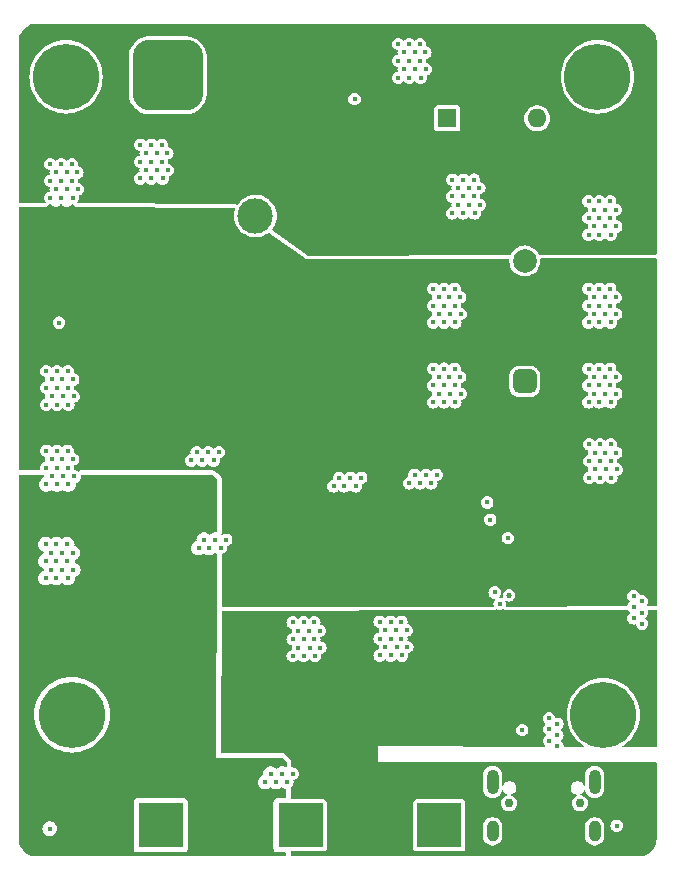
<source format=gbr>
%TF.GenerationSoftware,KiCad,Pcbnew,8.0.5*%
%TF.CreationDate,2024-10-07T09:41:30+08:00*%
%TF.ProjectId,sandersypconverter,73616e64-6572-4737-9970-636f6e766572,rev?*%
%TF.SameCoordinates,Original*%
%TF.FileFunction,Copper,L2,Inr*%
%TF.FilePolarity,Positive*%
%FSLAX46Y46*%
G04 Gerber Fmt 4.6, Leading zero omitted, Abs format (unit mm)*
G04 Created by KiCad (PCBNEW 8.0.5) date 2024-10-07 09:41:30*
%MOMM*%
%LPD*%
G01*
G04 APERTURE LIST*
G04 Aperture macros list*
%AMRoundRect*
0 Rectangle with rounded corners*
0 $1 Rounding radius*
0 $2 $3 $4 $5 $6 $7 $8 $9 X,Y pos of 4 corners*
0 Add a 4 corners polygon primitive as box body*
4,1,4,$2,$3,$4,$5,$6,$7,$8,$9,$2,$3,0*
0 Add four circle primitives for the rounded corners*
1,1,$1+$1,$2,$3*
1,1,$1+$1,$4,$5*
1,1,$1+$1,$6,$7*
1,1,$1+$1,$8,$9*
0 Add four rect primitives between the rounded corners*
20,1,$1+$1,$2,$3,$4,$5,0*
20,1,$1+$1,$4,$5,$6,$7,0*
20,1,$1+$1,$6,$7,$8,$9,0*
20,1,$1+$1,$8,$9,$2,$3,0*%
G04 Aperture macros list end*
%TA.AperFunction,ComponentPad*%
%ADD10C,5.600000*%
%TD*%
%TA.AperFunction,ComponentPad*%
%ADD11R,3.800000X3.800000*%
%TD*%
%TA.AperFunction,ComponentPad*%
%ADD12C,4.000000*%
%TD*%
%TA.AperFunction,ComponentPad*%
%ADD13C,3.000000*%
%TD*%
%TA.AperFunction,ComponentPad*%
%ADD14O,1.000000X2.100000*%
%TD*%
%TA.AperFunction,ComponentPad*%
%ADD15O,1.000000X1.800000*%
%TD*%
%TA.AperFunction,ComponentPad*%
%ADD16RoundRect,0.500000X-0.500000X-0.500000X0.500000X-0.500000X0.500000X0.500000X-0.500000X0.500000X0*%
%TD*%
%TA.AperFunction,ComponentPad*%
%ADD17C,2.000000*%
%TD*%
%TA.AperFunction,ComponentPad*%
%ADD18RoundRect,1.500000X-1.500000X-1.500000X1.500000X-1.500000X1.500000X1.500000X-1.500000X1.500000X0*%
%TD*%
%TA.AperFunction,ComponentPad*%
%ADD19C,6.000000*%
%TD*%
%TA.AperFunction,ComponentPad*%
%ADD20R,1.600000X1.600000*%
%TD*%
%TA.AperFunction,ComponentPad*%
%ADD21O,1.600000X1.600000*%
%TD*%
%TA.AperFunction,ViaPad*%
%ADD22C,0.450000*%
%TD*%
%TA.AperFunction,ViaPad*%
%ADD23C,0.762000*%
%TD*%
G04 APERTURE END LIST*
D10*
%TO.N,N/C*%
%TO.C,H1*%
X150000000Y-109000000D03*
%TD*%
D11*
%TO.N,GND*%
%TO.C,J2*%
X124369200Y-118364000D03*
D12*
%TO.N,24VOUT*%
X119369200Y-118364000D03*
%TD*%
D13*
%TO.N,24VOUT*%
%TO.C,F1*%
X111734600Y-92633800D03*
%TO.N,+24V*%
X111734600Y-70033800D03*
%TD*%
D10*
%TO.N,N/C*%
%TO.C,H2*%
X149500000Y-55000000D03*
%TD*%
D14*
%TO.N,GND*%
%TO.C,J6*%
X140612400Y-114700200D03*
D15*
X140612400Y-118880200D03*
D14*
X149252400Y-114700200D03*
D15*
X149252400Y-118880200D03*
%TD*%
D13*
%TO.N,+24V*%
%TO.C,K1*%
X130683000Y-84582000D03*
%TO.N,unconnected-(K1-Pad12)*%
X120543000Y-66782000D03*
%TO.N,24VDC*%
X128143000Y-66782000D03*
D16*
%TO.N,GND*%
X143343000Y-80782000D03*
D17*
%TO.N,Net-(SW1-B)*%
X143343000Y-70582000D03*
%TD*%
D10*
%TO.N,N/C*%
%TO.C,H4*%
X104500000Y-55000000D03*
%TD*%
D11*
%TO.N,GND*%
%TO.C,J3*%
X112522000Y-118364000D03*
D12*
%TO.N,24VOUT*%
X107522000Y-118364000D03*
%TD*%
D18*
%TO.N,GND*%
%TO.C,J1*%
X113106200Y-54864000D03*
D19*
%TO.N,24VDC*%
X120306200Y-54864000D03*
%TD*%
D10*
%TO.N,N/C*%
%TO.C,H3*%
X105000000Y-109000000D03*
%TD*%
D11*
%TO.N,GND*%
%TO.C,J5*%
X136104000Y-118364000D03*
D12*
%TO.N,+5V*%
X131104000Y-118364000D03*
%TD*%
D20*
%TO.N,Net-(SW1-A)*%
%TO.C,SW1*%
X136775000Y-58521600D03*
D21*
%TO.N,Net-(SW1-B)*%
X144395000Y-58521600D03*
%TD*%
D22*
%TO.N,+24V*%
X131318000Y-74676000D03*
X111963200Y-80822800D03*
X129895600Y-78638400D03*
X111455200Y-78435200D03*
X121056400Y-78079600D03*
X121564400Y-78841600D03*
X129438400Y-73152000D03*
X120599200Y-81991200D03*
X112420400Y-78435200D03*
X111506000Y-81584800D03*
X112877600Y-76149200D03*
X111861600Y-74574400D03*
X120142000Y-73355200D03*
X121564400Y-77317600D03*
X121564400Y-80467200D03*
X121564400Y-75641200D03*
X125323600Y-94030800D03*
X121056400Y-74879200D03*
X120954800Y-91694000D03*
X121869200Y-91694000D03*
X131673600Y-93980000D03*
X121869200Y-90170000D03*
X131318000Y-76352400D03*
X122834400Y-88646000D03*
X129895600Y-73914000D03*
X110947200Y-73050400D03*
X111963200Y-79298800D03*
X120142000Y-78079600D03*
X120954800Y-88646000D03*
X125780800Y-94792800D03*
X111404400Y-75336400D03*
X128397000Y-95344000D03*
X120142000Y-79705200D03*
X122021600Y-73355200D03*
X110998000Y-76149200D03*
X110998000Y-77673200D03*
X122377200Y-92456000D03*
X135763000Y-95344000D03*
X122834400Y-91694000D03*
X111048800Y-80822800D03*
X120954800Y-90170000D03*
X121056400Y-81229200D03*
X122834400Y-90170000D03*
X124815600Y-94792800D03*
X129438400Y-74676000D03*
X130352800Y-73152000D03*
X130860800Y-75438000D03*
X120599200Y-74117200D03*
X121056400Y-79705200D03*
X122834400Y-87122000D03*
X112369600Y-75336400D03*
X112826800Y-74574400D03*
X129895600Y-77114400D03*
X121412000Y-87884000D03*
X120142000Y-74879200D03*
X124358400Y-95554800D03*
X130860800Y-78638400D03*
X122377200Y-90932000D03*
X129438400Y-76352400D03*
X120954800Y-87122000D03*
X121564400Y-81991200D03*
X131318000Y-73152000D03*
X121869200Y-88646000D03*
X112826800Y-73050400D03*
X110947200Y-74574400D03*
X111455200Y-76911200D03*
X122021600Y-81229200D03*
X130352800Y-77876400D03*
X138836400Y-94131400D03*
X111861600Y-73050400D03*
X122021600Y-74879200D03*
X111048800Y-79298800D03*
X124358400Y-94030800D03*
X111912400Y-77673200D03*
X112928400Y-79298800D03*
X121412000Y-92456000D03*
X125323600Y-95554800D03*
X121412000Y-90932000D03*
X123901200Y-94792800D03*
X131216400Y-94742000D03*
X121564400Y-74117200D03*
X112420400Y-76911200D03*
X120599200Y-78841600D03*
X129895600Y-75438000D03*
X122377200Y-89408000D03*
X133096000Y-94742000D03*
X122021600Y-76555600D03*
X120599200Y-77317600D03*
X121158000Y-95344000D03*
X112928400Y-80822800D03*
X130860800Y-73914000D03*
X112471200Y-81584800D03*
X120599200Y-80467200D03*
X120142000Y-76555600D03*
X121869200Y-87122000D03*
X122021600Y-79705200D03*
X112877600Y-77673200D03*
X130352800Y-76352400D03*
X111912400Y-76149200D03*
X132638800Y-93980000D03*
X131673600Y-95504000D03*
X122021600Y-78079600D03*
X130860800Y-77114400D03*
X112369600Y-73812400D03*
X132638800Y-95504000D03*
X111506000Y-80060800D03*
X132130800Y-94742000D03*
X120599200Y-75641200D03*
X122377200Y-87884000D03*
X121056400Y-76555600D03*
X129438400Y-77876400D03*
X112471200Y-80060800D03*
X131318000Y-77876400D03*
X111404400Y-73812400D03*
X121412000Y-89408000D03*
X120142000Y-81229200D03*
X130352800Y-74676000D03*
X121056400Y-73355200D03*
%TO.N,GND*%
X148742400Y-72948800D03*
X105105200Y-96723200D03*
X145389600Y-109321600D03*
X104241600Y-88798400D03*
X135585200Y-75793600D03*
X139039600Y-65125600D03*
X112166400Y-61468000D03*
X110794800Y-62179200D03*
X125069600Y-101904800D03*
X151130000Y-118389600D03*
X136499600Y-79705200D03*
X146100800Y-111658400D03*
D23*
X142000000Y-116500000D03*
D22*
X116992400Y-87477600D03*
X149707600Y-86106000D03*
X104597200Y-64516000D03*
X104648000Y-81330800D03*
X103733600Y-82753200D03*
X103225600Y-96723200D03*
X151028400Y-80416400D03*
X150571200Y-66954400D03*
X103225600Y-95300800D03*
X133553200Y-89408000D03*
X116636800Y-94894400D03*
X129489200Y-88950800D03*
X137922000Y-75082400D03*
X131978400Y-103987600D03*
X131521200Y-101854000D03*
X131521200Y-103276400D03*
X102819200Y-82753200D03*
X103276400Y-80619600D03*
X125526800Y-101193600D03*
X139039600Y-63703200D03*
X150164800Y-75082400D03*
X133553200Y-53644800D03*
X153263600Y-99415600D03*
X136499600Y-72948800D03*
X149656800Y-81127600D03*
X104089200Y-65227200D03*
X149199600Y-66243200D03*
X148793200Y-87528400D03*
X148793200Y-88950800D03*
X151028400Y-66243200D03*
X137464800Y-82550000D03*
X117144800Y-94183200D03*
X146100800Y-109778800D03*
X149656800Y-75793600D03*
X149656800Y-68376800D03*
X149199600Y-67665600D03*
X137007600Y-81838800D03*
X134010400Y-52933600D03*
X153263600Y-100380800D03*
X123698000Y-101193600D03*
X117602000Y-94894400D03*
X125526800Y-102616000D03*
X126034800Y-103327200D03*
X102819200Y-81330800D03*
X123698000Y-102616000D03*
X104597200Y-96012000D03*
X103733600Y-88087200D03*
X103911400Y-75806000D03*
X134010400Y-88696800D03*
X141211000Y-99618800D03*
X149250400Y-88239600D03*
X139547600Y-65836800D03*
X111252000Y-62890400D03*
X139496800Y-64414400D03*
X134924800Y-52933600D03*
X137464800Y-75793600D03*
X103733600Y-81330800D03*
X103124000Y-118643600D03*
X104648000Y-97434400D03*
X105054400Y-65227200D03*
X133350000Y-101854000D03*
X121818400Y-113995200D03*
X132943600Y-103987600D03*
X105003600Y-62382400D03*
X137414000Y-72948800D03*
X102819200Y-88087200D03*
X136042400Y-81838800D03*
X103276400Y-82042000D03*
X136956800Y-73660000D03*
X102819200Y-79908400D03*
X103174800Y-63804800D03*
X103632000Y-63093600D03*
X105156000Y-82042000D03*
X148793200Y-86106000D03*
X134518400Y-55067200D03*
X116179600Y-94183200D03*
X148742400Y-79705200D03*
X150571200Y-79705200D03*
X148742400Y-68376800D03*
X104140000Y-95300800D03*
X112623600Y-62179200D03*
X104648000Y-88087200D03*
X149656800Y-72948800D03*
X137414000Y-74371200D03*
X102768400Y-94589600D03*
X103174800Y-62382400D03*
X149656800Y-65532000D03*
X104648000Y-79908400D03*
X136499600Y-74371200D03*
X116535200Y-86766400D03*
X103276400Y-88798400D03*
X115112800Y-87477600D03*
X127609600Y-88950800D03*
X104190800Y-96723200D03*
X111709200Y-63601600D03*
X149656800Y-79705200D03*
X137210800Y-65125600D03*
X150164800Y-81838800D03*
X131064000Y-102565200D03*
X137007600Y-75082400D03*
X150215600Y-88239600D03*
X116027200Y-87477600D03*
X132892800Y-102565200D03*
X151079200Y-81838800D03*
X102819200Y-86664800D03*
X133096000Y-54356000D03*
X125984000Y-101904800D03*
X105511600Y-64516000D03*
X104089200Y-62382400D03*
X103682800Y-94589600D03*
X135585200Y-82550000D03*
X123240800Y-114706400D03*
X124612400Y-102616000D03*
X135432800Y-89408000D03*
X150622000Y-82550000D03*
X150622000Y-68376800D03*
X148742400Y-82550000D03*
X103632000Y-64516000D03*
X135585200Y-79705200D03*
X136042400Y-73660000D03*
X132638800Y-55067200D03*
X133553200Y-52222400D03*
X127152400Y-89662000D03*
X148742400Y-75793600D03*
X149250400Y-86817200D03*
X103733600Y-89509600D03*
X115570000Y-86766400D03*
X125577600Y-104038400D03*
X151130000Y-88239600D03*
X151079200Y-67665600D03*
X132638800Y-52222400D03*
X149199600Y-73660000D03*
X150114000Y-66243200D03*
X111252000Y-61468000D03*
X150114000Y-73660000D03*
X128066800Y-89662000D03*
X137414000Y-79705200D03*
X150164800Y-86817200D03*
X111709200Y-60756800D03*
X141915600Y-94037200D03*
X134467600Y-52222400D03*
X103276400Y-87376000D03*
X150571200Y-81127600D03*
X104089200Y-63804800D03*
X149707600Y-87528400D03*
X138633200Y-65836800D03*
X137871200Y-73660000D03*
X136042400Y-75082400D03*
X134975600Y-88696800D03*
X131978400Y-101142800D03*
X129032000Y-89662000D03*
X103733600Y-79908400D03*
X104698800Y-89509600D03*
X102768400Y-97434400D03*
X136499600Y-82550000D03*
X136499600Y-75793600D03*
X135585200Y-81127600D03*
X131978400Y-102565200D03*
X102819200Y-89509600D03*
X143129000Y-110302000D03*
X115722400Y-94894400D03*
X111709200Y-62179200D03*
X151079200Y-75082400D03*
X104190800Y-80619600D03*
X149656800Y-66954400D03*
X151028400Y-73660000D03*
X135890000Y-88696800D03*
X137871200Y-80416400D03*
X121361200Y-114706400D03*
D23*
X148000000Y-116500000D03*
D22*
X149199600Y-80416400D03*
X133553200Y-55067200D03*
X137210800Y-66548000D03*
X134467600Y-53644800D03*
X105156000Y-88798400D03*
X133096000Y-52933600D03*
X150672800Y-88950800D03*
X123698000Y-104038400D03*
X112623600Y-60756800D03*
X150622000Y-86106000D03*
X131064000Y-103987600D03*
X151079200Y-86817200D03*
X124612400Y-101193600D03*
X148742400Y-65532000D03*
X149707600Y-88950800D03*
X149199600Y-81838800D03*
X125120400Y-103327200D03*
X139090400Y-66548000D03*
X128930400Y-56870600D03*
X110794800Y-63601600D03*
X104190800Y-87376000D03*
X122275600Y-114706400D03*
X103174800Y-65227200D03*
X124612400Y-104038400D03*
X104698800Y-82753200D03*
X137210800Y-63703200D03*
X136042400Y-80416400D03*
X105460800Y-63093600D03*
X102768400Y-96012000D03*
X104241600Y-82042000D03*
X150114000Y-80416400D03*
X148742400Y-74371200D03*
X132892800Y-101142800D03*
X149656800Y-74371200D03*
X105105200Y-80619600D03*
X103682800Y-97434400D03*
X134467600Y-89408000D03*
X149199600Y-75082400D03*
X138125200Y-66548000D03*
X132486400Y-103276400D03*
X135585200Y-74371200D03*
X103733600Y-86664800D03*
X134975600Y-54356000D03*
X124155200Y-103327200D03*
X148742400Y-66954400D03*
X134061200Y-54356000D03*
X140411200Y-92481400D03*
X123698000Y-113995200D03*
X138125200Y-65125600D03*
X105003600Y-63804800D03*
X149656800Y-82550000D03*
X150164800Y-67665600D03*
X112674400Y-63601600D03*
X137668000Y-65836800D03*
X104546400Y-63093600D03*
X137414000Y-81127600D03*
X132638800Y-53644800D03*
X137922000Y-81838800D03*
X122783600Y-113995200D03*
X133400800Y-103276400D03*
X138125200Y-63703200D03*
X110794800Y-60756800D03*
X118059200Y-94183200D03*
X138582400Y-64414400D03*
X152552400Y-100838000D03*
X128574800Y-88950800D03*
X104597200Y-94589600D03*
X103682800Y-96012000D03*
X136956800Y-80416400D03*
X153263600Y-101295200D03*
X124155200Y-101904800D03*
X150571200Y-65532000D03*
X136499600Y-81127600D03*
X135585200Y-72948800D03*
X113080800Y-61468000D03*
X131064000Y-101142800D03*
X150622000Y-87528400D03*
X145389600Y-110236000D03*
X146100800Y-110744000D03*
X137668000Y-64414400D03*
X132435600Y-101854000D03*
X150622000Y-75793600D03*
X150571200Y-74371200D03*
X152552400Y-98958400D03*
X113131600Y-62890400D03*
X105105200Y-87376000D03*
X150571200Y-72948800D03*
X148742400Y-81127600D03*
X145389600Y-111201200D03*
X117449600Y-86766400D03*
X105054400Y-95300800D03*
X112217200Y-62890400D03*
X104648000Y-86664800D03*
X152552400Y-99872800D03*
%TO.N,+5V*%
X123698000Y-109220000D03*
X140208000Y-102006400D03*
X119380000Y-111506000D03*
X144576800Y-116128800D03*
X119380000Y-108458000D03*
X139319000Y-110744000D03*
X139827000Y-109982000D03*
X118364000Y-109982000D03*
X140716000Y-102768400D03*
X140716000Y-104292400D03*
X141224000Y-102006400D03*
X145592800Y-119176800D03*
X131064000Y-109220000D03*
X140335000Y-109220000D03*
X118364000Y-111506000D03*
X140208000Y-103530400D03*
X138811000Y-108458000D03*
X132588000Y-108458000D03*
X144068800Y-118414800D03*
X118364000Y-108458000D03*
X145084800Y-118414800D03*
X125222000Y-111506000D03*
X140335000Y-110744000D03*
X131572000Y-109982000D03*
X143129000Y-104902000D03*
X125222000Y-109982000D03*
X124206000Y-109982000D03*
X144576800Y-117652800D03*
X131572000Y-111506000D03*
X144068800Y-116890800D03*
X151130000Y-113716800D03*
X124206000Y-111506000D03*
X131572000Y-108458000D03*
X118872000Y-109220000D03*
X144576800Y-119176800D03*
X139192000Y-103530400D03*
X138303000Y-109220000D03*
X146100800Y-118414800D03*
X139700000Y-102768400D03*
X132080000Y-109220000D03*
X133096000Y-110744000D03*
X138811000Y-111506000D03*
X139827000Y-111506000D03*
X138303000Y-110744000D03*
X125222000Y-108458000D03*
X145592800Y-117652800D03*
X123698000Y-110744000D03*
X142007233Y-98894173D03*
X132588000Y-111506000D03*
X139700000Y-101244400D03*
X131064000Y-110744000D03*
X141224000Y-103530400D03*
X118872000Y-110744000D03*
X125730000Y-110744000D03*
X140716000Y-101244400D03*
X133096000Y-109220000D03*
X124206000Y-108458000D03*
X135763000Y-110335000D03*
X139700000Y-104292400D03*
X139192000Y-102006400D03*
X128397000Y-110429000D03*
X139319000Y-109220000D03*
X132080000Y-110744000D03*
X125730000Y-109220000D03*
X139827000Y-108458000D03*
X138811000Y-109982000D03*
X124714000Y-109220000D03*
X132588000Y-109982000D03*
X145592800Y-116128800D03*
X145084800Y-116890800D03*
X148209000Y-102489000D03*
X124714000Y-110744000D03*
X146100800Y-116890800D03*
X119380000Y-109982000D03*
X121031000Y-110363000D03*
%TO.N,24VOUT*%
X113157000Y-98018600D03*
X111408000Y-103428800D03*
X112547400Y-109601000D03*
X110490000Y-99771200D03*
X110998000Y-100634800D03*
X113538000Y-110591600D03*
X111408000Y-107010200D03*
X111408000Y-108051600D03*
X111408000Y-111404400D03*
X111408000Y-110236000D03*
X110998000Y-97078800D03*
X114528600Y-111582200D03*
X110998000Y-98907600D03*
X109620400Y-113379600D03*
X115519200Y-112572800D03*
X110509400Y-112490600D03*
X103124600Y-113980000D03*
X111506000Y-96215200D03*
X110490000Y-96215200D03*
X116484400Y-113538000D03*
X111506000Y-99771200D03*
X111408000Y-109067600D03*
X110490000Y-98044000D03*
X113131600Y-100431600D03*
X111506000Y-98044000D03*
%TO.N,Net-(U1-PG)*%
X140797400Y-98653600D03*
X140157200Y-91033600D03*
%TD*%
%TA.AperFunction,Conductor*%
%TO.N,+5V*%
G36*
X141538409Y-100071088D02*
G01*
X141548784Y-100077824D01*
X141607292Y-100115811D01*
X141641964Y-100130106D01*
X141648520Y-100132721D01*
X141648523Y-100132722D01*
X141708975Y-100143919D01*
X141758913Y-100153169D01*
X141758913Y-100153168D01*
X141758914Y-100153169D01*
X143463344Y-100150363D01*
X151985501Y-100136335D01*
X152051144Y-100125413D01*
X152087676Y-100133884D01*
X152098056Y-100143917D01*
X152177609Y-100247591D01*
X152267446Y-100316526D01*
X152286197Y-100349005D01*
X152276490Y-100385230D01*
X152267446Y-100394274D01*
X152177607Y-100463210D01*
X152093376Y-100572982D01*
X152093373Y-100572987D01*
X152040425Y-100700817D01*
X152022365Y-100838000D01*
X152040425Y-100975182D01*
X152093374Y-101103014D01*
X152093376Y-101103018D01*
X152177609Y-101212791D01*
X152287382Y-101297024D01*
X152415217Y-101349974D01*
X152552400Y-101368035D01*
X152689583Y-101349974D01*
X152689583Y-101349973D01*
X152691322Y-101349745D01*
X152727547Y-101359452D01*
X152746299Y-101391929D01*
X152751625Y-101432382D01*
X152804574Y-101560214D01*
X152804576Y-101560218D01*
X152888809Y-101669991D01*
X152998582Y-101754224D01*
X153126417Y-101807174D01*
X153263600Y-101825235D01*
X153400783Y-101807174D01*
X153528618Y-101754224D01*
X153638391Y-101669991D01*
X153722624Y-101560218D01*
X153775574Y-101432383D01*
X153793635Y-101295200D01*
X153775574Y-101158017D01*
X153752791Y-101103014D01*
X153722626Y-101030187D01*
X153722623Y-101030182D01*
X153638392Y-100920410D01*
X153638391Y-100920409D01*
X153581654Y-100876872D01*
X153562904Y-100844395D01*
X153572611Y-100808170D01*
X153581652Y-100799128D01*
X153638391Y-100755591D01*
X153722624Y-100645818D01*
X153775574Y-100517983D01*
X153793635Y-100380800D01*
X153775574Y-100243617D01*
X153757960Y-100201092D01*
X153757960Y-100163591D01*
X153784479Y-100137072D01*
X153803146Y-100133342D01*
X154450421Y-100132277D01*
X154485091Y-100146571D01*
X154499500Y-100181195D01*
X154499500Y-111705830D01*
X154485148Y-111740478D01*
X154450500Y-111754830D01*
X154450246Y-111754829D01*
X151641260Y-111740274D01*
X151606687Y-111725743D01*
X151592515Y-111691021D01*
X151607046Y-111656448D01*
X151617802Y-111648395D01*
X151652164Y-111629405D01*
X151936176Y-111427888D01*
X152195839Y-111195839D01*
X152427888Y-110936176D01*
X152629405Y-110652164D01*
X152797855Y-110347376D01*
X152931121Y-110025644D01*
X153027527Y-109691013D01*
X153085859Y-109347693D01*
X153105385Y-109000000D01*
X153085859Y-108652307D01*
X153027527Y-108308987D01*
X152931121Y-107974356D01*
X152797855Y-107652624D01*
X152629405Y-107347836D01*
X152502689Y-107169246D01*
X152427893Y-107063830D01*
X152427877Y-107063811D01*
X152284491Y-106903363D01*
X152195839Y-106804161D01*
X152052384Y-106675962D01*
X151936188Y-106572122D01*
X151936169Y-106572106D01*
X151652172Y-106370600D01*
X151652165Y-106370595D01*
X151347380Y-106202147D01*
X151347365Y-106202140D01*
X151025646Y-106068880D01*
X151025647Y-106068880D01*
X151025644Y-106068879D01*
X150916956Y-106037566D01*
X150691023Y-105972475D01*
X150691015Y-105972473D01*
X150691013Y-105972473D01*
X150347693Y-105914141D01*
X150347691Y-105914140D01*
X150347685Y-105914140D01*
X150000000Y-105894615D01*
X149652314Y-105914140D01*
X149652307Y-105914141D01*
X149308987Y-105972473D01*
X149308985Y-105972473D01*
X149308976Y-105972475D01*
X148974353Y-106068880D01*
X148652634Y-106202140D01*
X148652619Y-106202147D01*
X148347834Y-106370595D01*
X148347827Y-106370600D01*
X148063830Y-106572106D01*
X148063811Y-106572122D01*
X147804161Y-106804161D01*
X147572122Y-107063811D01*
X147572106Y-107063830D01*
X147370600Y-107347827D01*
X147370595Y-107347834D01*
X147202147Y-107652619D01*
X147202140Y-107652634D01*
X147068880Y-107974353D01*
X146972475Y-108308976D01*
X146972473Y-108308985D01*
X146972473Y-108308987D01*
X146914141Y-108652307D01*
X146914140Y-108652314D01*
X146894615Y-109000000D01*
X146914140Y-109347685D01*
X146914140Y-109347691D01*
X146914141Y-109347693D01*
X146964080Y-109641617D01*
X146972475Y-109691023D01*
X147013354Y-109832913D01*
X147068879Y-110025644D01*
X147076405Y-110043814D01*
X147202140Y-110347365D01*
X147202147Y-110347380D01*
X147370595Y-110652165D01*
X147370600Y-110652172D01*
X147572106Y-110936169D01*
X147572122Y-110936188D01*
X147675962Y-111052384D01*
X147804161Y-111195839D01*
X147902376Y-111283609D01*
X148063811Y-111427877D01*
X148063830Y-111427893D01*
X148347827Y-111629399D01*
X148347829Y-111629400D01*
X148347836Y-111629405D01*
X148351114Y-111631217D01*
X148351120Y-111631220D01*
X148374501Y-111660542D01*
X148370301Y-111697809D01*
X148340979Y-111721190D01*
X148327162Y-111723104D01*
X146679060Y-111714564D01*
X146644487Y-111700033D01*
X146630315Y-111665311D01*
X146630733Y-111659172D01*
X146630835Y-111658400D01*
X146612774Y-111521217D01*
X146589991Y-111466214D01*
X146559826Y-111393387D01*
X146559823Y-111393382D01*
X146475592Y-111283610D01*
X146475591Y-111283609D01*
X146418854Y-111240072D01*
X146400104Y-111207595D01*
X146409811Y-111171370D01*
X146418852Y-111162328D01*
X146475591Y-111118791D01*
X146559824Y-111009018D01*
X146612774Y-110881183D01*
X146630835Y-110744000D01*
X146612774Y-110606817D01*
X146568951Y-110501018D01*
X146559826Y-110478987D01*
X146559823Y-110478982D01*
X146475591Y-110369209D01*
X146475590Y-110369208D01*
X146439630Y-110341615D01*
X146385753Y-110300273D01*
X146367002Y-110267796D01*
X146376709Y-110231571D01*
X146385754Y-110222526D01*
X146396055Y-110214622D01*
X146475591Y-110153591D01*
X146559824Y-110043818D01*
X146612774Y-109915983D01*
X146630835Y-109778800D01*
X146612774Y-109641617D01*
X146559824Y-109513783D01*
X146475591Y-109404009D01*
X146365818Y-109319776D01*
X146365814Y-109319774D01*
X146237982Y-109266825D01*
X146118860Y-109251142D01*
X146100800Y-109248765D01*
X146100799Y-109248765D01*
X145961875Y-109267054D01*
X145925650Y-109257347D01*
X145906899Y-109224869D01*
X145901574Y-109184417D01*
X145848624Y-109056583D01*
X145764391Y-108946809D01*
X145654618Y-108862576D01*
X145654614Y-108862574D01*
X145526782Y-108809625D01*
X145389600Y-108791565D01*
X145252417Y-108809625D01*
X145124587Y-108862573D01*
X145124582Y-108862576D01*
X145014809Y-108946808D01*
X145014808Y-108946809D01*
X144930576Y-109056582D01*
X144930573Y-109056587D01*
X144877625Y-109184417D01*
X144859565Y-109321600D01*
X144877625Y-109458782D01*
X144930574Y-109586614D01*
X144930576Y-109586618D01*
X145014809Y-109696391D01*
X145066603Y-109736134D01*
X145071544Y-109739926D01*
X145090295Y-109772405D01*
X145080588Y-109808630D01*
X145071544Y-109817674D01*
X145014807Y-109861210D01*
X144930576Y-109970982D01*
X144930573Y-109970987D01*
X144877625Y-110098817D01*
X144859565Y-110236000D01*
X144877625Y-110373182D01*
X144925752Y-110489372D01*
X144930576Y-110501018D01*
X145014809Y-110610791D01*
X145100821Y-110676791D01*
X145104646Y-110679726D01*
X145123397Y-110712205D01*
X145113690Y-110748430D01*
X145104646Y-110757474D01*
X145014807Y-110826410D01*
X144930576Y-110936182D01*
X144930573Y-110936187D01*
X144877625Y-111064017D01*
X144859565Y-111201200D01*
X144877625Y-111338382D01*
X144930574Y-111466214D01*
X144930576Y-111466218D01*
X145014809Y-111575991D01*
X145069813Y-111618198D01*
X145088564Y-111650676D01*
X145078857Y-111686901D01*
X145046378Y-111705652D01*
X145039729Y-111706070D01*
X131336995Y-111635071D01*
X131336994Y-111635072D01*
X130937000Y-111633000D01*
X130937000Y-113030000D01*
X154450500Y-113030000D01*
X154485148Y-113044352D01*
X154499500Y-113079000D01*
X154499500Y-119498251D01*
X154499375Y-119501747D01*
X154484486Y-119709905D01*
X154483491Y-119716825D01*
X154439505Y-119919029D01*
X154437536Y-119925737D01*
X154365215Y-120119637D01*
X154362310Y-120125996D01*
X154263140Y-120307614D01*
X154259360Y-120313496D01*
X154135345Y-120479159D01*
X154130767Y-120484442D01*
X153984442Y-120630767D01*
X153979159Y-120635345D01*
X153813496Y-120759360D01*
X153807614Y-120763140D01*
X153625996Y-120862310D01*
X153619637Y-120865215D01*
X153425737Y-120937536D01*
X153419029Y-120939505D01*
X153216825Y-120983491D01*
X153209905Y-120984486D01*
X153001748Y-120999375D01*
X152998252Y-120999500D01*
X123577024Y-120999500D01*
X123542376Y-120985148D01*
X123528024Y-120950500D01*
X123528026Y-120950102D01*
X123529919Y-120717149D01*
X123529926Y-120715920D01*
X123529928Y-120715535D01*
X123529839Y-120713133D01*
X123528683Y-120681681D01*
X123515060Y-120624938D01*
X123520927Y-120587897D01*
X123551267Y-120565853D01*
X123562706Y-120564499D01*
X126314058Y-120564499D01*
X126314064Y-120564499D01*
X126339191Y-120561585D01*
X126441965Y-120516206D01*
X126521406Y-120436765D01*
X126566785Y-120333991D01*
X126569700Y-120308865D01*
X126569699Y-116419136D01*
X126569699Y-116419134D01*
X133903500Y-116419134D01*
X133903500Y-120308858D01*
X133903501Y-120308868D01*
X133906415Y-120333992D01*
X133951794Y-120436766D01*
X134031233Y-120516205D01*
X134134006Y-120561584D01*
X134134009Y-120561585D01*
X134159135Y-120564500D01*
X138048864Y-120564499D01*
X138073991Y-120561585D01*
X138176765Y-120516206D01*
X138256206Y-120436765D01*
X138301585Y-120333991D01*
X138304500Y-120308865D01*
X138304500Y-118401352D01*
X139811900Y-118401352D01*
X139811900Y-119359047D01*
X139842660Y-119513687D01*
X139842663Y-119513698D01*
X139903004Y-119659375D01*
X139903006Y-119659379D01*
X139990611Y-119790489D01*
X140102111Y-119901989D01*
X140233221Y-119989594D01*
X140378903Y-120049937D01*
X140378909Y-120049938D01*
X140378912Y-120049939D01*
X140533552Y-120080699D01*
X140533558Y-120080700D01*
X140691242Y-120080700D01*
X140845897Y-120049937D01*
X140991579Y-119989594D01*
X141122689Y-119901989D01*
X141234189Y-119790489D01*
X141321794Y-119659379D01*
X141382137Y-119513697D01*
X141412900Y-119359042D01*
X141412900Y-118401358D01*
X141412899Y-118401352D01*
X148451900Y-118401352D01*
X148451900Y-119359047D01*
X148482660Y-119513687D01*
X148482663Y-119513698D01*
X148543004Y-119659375D01*
X148543006Y-119659379D01*
X148630611Y-119790489D01*
X148742111Y-119901989D01*
X148873221Y-119989594D01*
X149018903Y-120049937D01*
X149018909Y-120049938D01*
X149018912Y-120049939D01*
X149173552Y-120080699D01*
X149173558Y-120080700D01*
X149331242Y-120080700D01*
X149485897Y-120049937D01*
X149631579Y-119989594D01*
X149762689Y-119901989D01*
X149874189Y-119790489D01*
X149961794Y-119659379D01*
X150022137Y-119513697D01*
X150052900Y-119359042D01*
X150052900Y-118401358D01*
X150050561Y-118389600D01*
X150599965Y-118389600D01*
X150618025Y-118526782D01*
X150644442Y-118590559D01*
X150670976Y-118654618D01*
X150755209Y-118764391D01*
X150864982Y-118848624D01*
X150992817Y-118901574D01*
X151130000Y-118919635D01*
X151267183Y-118901574D01*
X151395018Y-118848624D01*
X151504791Y-118764391D01*
X151589024Y-118654618D01*
X151641974Y-118526783D01*
X151660035Y-118389600D01*
X151641974Y-118252417D01*
X151589024Y-118124583D01*
X151504791Y-118014809D01*
X151395018Y-117930576D01*
X151395014Y-117930574D01*
X151267182Y-117877625D01*
X151130000Y-117859565D01*
X150992817Y-117877625D01*
X150864987Y-117930573D01*
X150864982Y-117930576D01*
X150755209Y-118014808D01*
X150755208Y-118014809D01*
X150670976Y-118124582D01*
X150670973Y-118124587D01*
X150618025Y-118252417D01*
X150599965Y-118389600D01*
X150050561Y-118389600D01*
X150022137Y-118246703D01*
X149961794Y-118101021D01*
X149874189Y-117969911D01*
X149762689Y-117858411D01*
X149631579Y-117770806D01*
X149631576Y-117770804D01*
X149631575Y-117770804D01*
X149485898Y-117710463D01*
X149485887Y-117710460D01*
X149331247Y-117679700D01*
X149331242Y-117679700D01*
X149173558Y-117679700D01*
X149173552Y-117679700D01*
X149018912Y-117710460D01*
X149018901Y-117710463D01*
X148873224Y-117770804D01*
X148742111Y-117858410D01*
X148630610Y-117969911D01*
X148543004Y-118101024D01*
X148482663Y-118246701D01*
X148482660Y-118246712D01*
X148451900Y-118401352D01*
X141412899Y-118401352D01*
X141382137Y-118246703D01*
X141321794Y-118101021D01*
X141234189Y-117969911D01*
X141122689Y-117858411D01*
X140991579Y-117770806D01*
X140991576Y-117770804D01*
X140991575Y-117770804D01*
X140845898Y-117710463D01*
X140845887Y-117710460D01*
X140691247Y-117679700D01*
X140691242Y-117679700D01*
X140533558Y-117679700D01*
X140533552Y-117679700D01*
X140378912Y-117710460D01*
X140378901Y-117710463D01*
X140233224Y-117770804D01*
X140102111Y-117858410D01*
X139990610Y-117969911D01*
X139903004Y-118101024D01*
X139842663Y-118246701D01*
X139842660Y-118246712D01*
X139811900Y-118401352D01*
X138304500Y-118401352D01*
X138304499Y-116419136D01*
X138301585Y-116394009D01*
X138256206Y-116291235D01*
X138256205Y-116291234D01*
X138256205Y-116291233D01*
X138176766Y-116211794D01*
X138176767Y-116211794D01*
X138073993Y-116166415D01*
X138061428Y-116164957D01*
X138048865Y-116163500D01*
X138048863Y-116163500D01*
X134159141Y-116163500D01*
X134159131Y-116163501D01*
X134134007Y-116166415D01*
X134031233Y-116211794D01*
X133951794Y-116291233D01*
X133906415Y-116394006D01*
X133903500Y-116419134D01*
X126569699Y-116419134D01*
X126566785Y-116394009D01*
X126521406Y-116291235D01*
X126521405Y-116291234D01*
X126521405Y-116291233D01*
X126441966Y-116211794D01*
X126441967Y-116211794D01*
X126339193Y-116166415D01*
X126314065Y-116163500D01*
X123601740Y-116163500D01*
X123567092Y-116149148D01*
X123552740Y-116114500D01*
X123553406Y-116106447D01*
X123568121Y-116018195D01*
X123573353Y-115374727D01*
X123558912Y-115264131D01*
X123551847Y-115238383D01*
X123547202Y-115222702D01*
X123533106Y-115194621D01*
X123530390Y-115157218D01*
X123547067Y-115133771D01*
X123615591Y-115081191D01*
X123699824Y-114971418D01*
X123752774Y-114843583D01*
X123770835Y-114706400D01*
X123752774Y-114569217D01*
X123752545Y-114567476D01*
X123762252Y-114531251D01*
X123794728Y-114512500D01*
X123835183Y-114507174D01*
X123963018Y-114454224D01*
X124072791Y-114369991D01*
X124157024Y-114260218D01*
X124209974Y-114132383D01*
X124218009Y-114071352D01*
X139811900Y-114071352D01*
X139811900Y-115329047D01*
X139842660Y-115483687D01*
X139842663Y-115483697D01*
X139903006Y-115629379D01*
X139961671Y-115717178D01*
X139989365Y-115758625D01*
X139990611Y-115760489D01*
X140102111Y-115871989D01*
X140233221Y-115959594D01*
X140378903Y-116019937D01*
X140378909Y-116019938D01*
X140378912Y-116019939D01*
X140533552Y-116050699D01*
X140533558Y-116050700D01*
X140691242Y-116050700D01*
X140845897Y-116019937D01*
X140991579Y-115959594D01*
X141122689Y-115871989D01*
X141234189Y-115760489D01*
X141321794Y-115629379D01*
X141382137Y-115483697D01*
X141400968Y-115389023D01*
X141421803Y-115357843D01*
X141458585Y-115350526D01*
X141489768Y-115371362D01*
X141496356Y-115385902D01*
X141506119Y-115422335D01*
X141506119Y-115422337D01*
X141581885Y-115553565D01*
X141689035Y-115660715D01*
X141764796Y-115704456D01*
X141820261Y-115736479D01*
X141820265Y-115736481D01*
X141842141Y-115742342D01*
X141871893Y-115765171D01*
X141876789Y-115802353D01*
X141853959Y-115832107D01*
X141841185Y-115837248D01*
X141756559Y-115858107D01*
X141610025Y-115935013D01*
X141610020Y-115935017D01*
X141486144Y-116044761D01*
X141392130Y-116180963D01*
X141392129Y-116180965D01*
X141333445Y-116335705D01*
X141333444Y-116335707D01*
X141333444Y-116335709D01*
X141313495Y-116500000D01*
X141333444Y-116664291D01*
X141333444Y-116664293D01*
X141333445Y-116664294D01*
X141392129Y-116819034D01*
X141392130Y-116819036D01*
X141486144Y-116955238D01*
X141610020Y-117064982D01*
X141610025Y-117064986D01*
X141756560Y-117141892D01*
X141756561Y-117141892D01*
X141756562Y-117141893D01*
X141917251Y-117181500D01*
X141917252Y-117181500D01*
X142082748Y-117181500D01*
X142082749Y-117181500D01*
X142243438Y-117141893D01*
X142243440Y-117141892D01*
X142389974Y-117064986D01*
X142389975Y-117064984D01*
X142389979Y-117064983D01*
X142513856Y-116955237D01*
X142607870Y-116819035D01*
X142666556Y-116664291D01*
X142686505Y-116500000D01*
X142666556Y-116335709D01*
X142607870Y-116180965D01*
X142595816Y-116163501D01*
X142513855Y-116044761D01*
X142389979Y-115935017D01*
X142389974Y-115935013D01*
X142243439Y-115858107D01*
X142243441Y-115858107D01*
X142202983Y-115848135D01*
X142172776Y-115825908D01*
X142167134Y-115788832D01*
X142189361Y-115758625D01*
X142202018Y-115753232D01*
X142264535Y-115736481D01*
X142395765Y-115660715D01*
X142502915Y-115553565D01*
X142578681Y-115422335D01*
X142617899Y-115275969D01*
X142617900Y-115275969D01*
X142617900Y-115124431D01*
X142617899Y-115124430D01*
X147246900Y-115124430D01*
X147246900Y-115275969D01*
X147286118Y-115422333D01*
X147286119Y-115422337D01*
X147361885Y-115553565D01*
X147469035Y-115660715D01*
X147517066Y-115688446D01*
X147600262Y-115736480D01*
X147600264Y-115736480D01*
X147600265Y-115736481D01*
X147622135Y-115742341D01*
X147736043Y-115772863D01*
X147765796Y-115795693D01*
X147770691Y-115832875D01*
X147747861Y-115862628D01*
X147746132Y-115863580D01*
X147610025Y-115935013D01*
X147610020Y-115935017D01*
X147486144Y-116044761D01*
X147392130Y-116180963D01*
X147392129Y-116180965D01*
X147333445Y-116335705D01*
X147333444Y-116335707D01*
X147333444Y-116335709D01*
X147313495Y-116500000D01*
X147333444Y-116664291D01*
X147333444Y-116664293D01*
X147333445Y-116664294D01*
X147392129Y-116819034D01*
X147392130Y-116819036D01*
X147486144Y-116955238D01*
X147610020Y-117064982D01*
X147610025Y-117064986D01*
X147756560Y-117141892D01*
X147756561Y-117141892D01*
X147756562Y-117141893D01*
X147917251Y-117181500D01*
X147917252Y-117181500D01*
X148082748Y-117181500D01*
X148082749Y-117181500D01*
X148243438Y-117141893D01*
X148243440Y-117141892D01*
X148389974Y-117064986D01*
X148389975Y-117064984D01*
X148389979Y-117064983D01*
X148513856Y-116955237D01*
X148607870Y-116819035D01*
X148666556Y-116664291D01*
X148686505Y-116500000D01*
X148666556Y-116335709D01*
X148607870Y-116180965D01*
X148595816Y-116163501D01*
X148513855Y-116044761D01*
X148389979Y-115935017D01*
X148389974Y-115935013D01*
X148243439Y-115858107D01*
X148243441Y-115858107D01*
X148082745Y-115818499D01*
X148079803Y-115818142D01*
X148080027Y-115816297D01*
X148050696Y-115804148D01*
X148036344Y-115769500D01*
X148050696Y-115734852D01*
X148060844Y-115727065D01*
X148065879Y-115724157D01*
X148175765Y-115660715D01*
X148282915Y-115553565D01*
X148358681Y-115422335D01*
X148368443Y-115385903D01*
X148391273Y-115356150D01*
X148428455Y-115351255D01*
X148458208Y-115374085D01*
X148463831Y-115389026D01*
X148482660Y-115483687D01*
X148482663Y-115483697D01*
X148543006Y-115629379D01*
X148601671Y-115717178D01*
X148629365Y-115758625D01*
X148630611Y-115760489D01*
X148742111Y-115871989D01*
X148873221Y-115959594D01*
X149018903Y-116019937D01*
X149018909Y-116019938D01*
X149018912Y-116019939D01*
X149173552Y-116050699D01*
X149173558Y-116050700D01*
X149331242Y-116050700D01*
X149485897Y-116019937D01*
X149631579Y-115959594D01*
X149762689Y-115871989D01*
X149874189Y-115760489D01*
X149961794Y-115629379D01*
X150022137Y-115483697D01*
X150052900Y-115329042D01*
X150052900Y-114071358D01*
X150022137Y-113916703D01*
X149961794Y-113771021D01*
X149874189Y-113639911D01*
X149762689Y-113528411D01*
X149631579Y-113440806D01*
X149631576Y-113440804D01*
X149631575Y-113440804D01*
X149485898Y-113380463D01*
X149485887Y-113380460D01*
X149331247Y-113349700D01*
X149331242Y-113349700D01*
X149173558Y-113349700D01*
X149173552Y-113349700D01*
X149018912Y-113380460D01*
X149018901Y-113380463D01*
X148873224Y-113440804D01*
X148742111Y-113528410D01*
X148630610Y-113639911D01*
X148543004Y-113771024D01*
X148482663Y-113916701D01*
X148482660Y-113916712D01*
X148451900Y-114071352D01*
X148451900Y-114956775D01*
X148437548Y-114991423D01*
X148402900Y-115005775D01*
X148368252Y-114991423D01*
X148360930Y-114980474D01*
X148360287Y-114980846D01*
X148282914Y-114846834D01*
X148175765Y-114739685D01*
X148044537Y-114663919D01*
X148044533Y-114663918D01*
X147898169Y-114624700D01*
X147898166Y-114624700D01*
X147746634Y-114624700D01*
X147746631Y-114624700D01*
X147600266Y-114663918D01*
X147600262Y-114663919D01*
X147469034Y-114739685D01*
X147469034Y-114739686D01*
X147361886Y-114846834D01*
X147361885Y-114846834D01*
X147286119Y-114978062D01*
X147286118Y-114978066D01*
X147246900Y-115124430D01*
X142617899Y-115124430D01*
X142578681Y-114978066D01*
X142578680Y-114978062D01*
X142502914Y-114846834D01*
X142395765Y-114739685D01*
X142264537Y-114663919D01*
X142264533Y-114663918D01*
X142118169Y-114624700D01*
X142118166Y-114624700D01*
X141966634Y-114624700D01*
X141966631Y-114624700D01*
X141820266Y-114663918D01*
X141820262Y-114663919D01*
X141689034Y-114739685D01*
X141689034Y-114739686D01*
X141581886Y-114846834D01*
X141581885Y-114846834D01*
X141504513Y-114980846D01*
X141502832Y-114979875D01*
X141480624Y-115002056D01*
X141443121Y-115002034D01*
X141416619Y-114975499D01*
X141412900Y-114956775D01*
X141412900Y-114071358D01*
X141412899Y-114071352D01*
X141382139Y-113916712D01*
X141382136Y-113916701D01*
X141321794Y-113771021D01*
X141234189Y-113639911D01*
X141122689Y-113528411D01*
X140991579Y-113440806D01*
X140991576Y-113440804D01*
X140991575Y-113440804D01*
X140845898Y-113380463D01*
X140845887Y-113380460D01*
X140691247Y-113349700D01*
X140691242Y-113349700D01*
X140533558Y-113349700D01*
X140533552Y-113349700D01*
X140378912Y-113380460D01*
X140378901Y-113380463D01*
X140233224Y-113440804D01*
X140102111Y-113528410D01*
X139990610Y-113639911D01*
X139903004Y-113771024D01*
X139842663Y-113916701D01*
X139842660Y-113916712D01*
X139811900Y-114071352D01*
X124218009Y-114071352D01*
X124228035Y-113995200D01*
X124209974Y-113858017D01*
X124173941Y-113771024D01*
X124157026Y-113730187D01*
X124157023Y-113730182D01*
X124072792Y-113620410D01*
X123963018Y-113536176D01*
X123963014Y-113536174D01*
X123835182Y-113483225D01*
X123716060Y-113467542D01*
X123698000Y-113465165D01*
X123697999Y-113465165D01*
X123644612Y-113472193D01*
X123608387Y-113462486D01*
X123589636Y-113430007D01*
X123589219Y-113423213D01*
X123592206Y-113055832D01*
X123591442Y-113054004D01*
X123590959Y-113039021D01*
X123561842Y-112915539D01*
X123547631Y-112880834D01*
X123534422Y-112851872D01*
X123534421Y-112851870D01*
X123534417Y-112851863D01*
X123460268Y-112748931D01*
X123092193Y-112377851D01*
X123092193Y-112377850D01*
X123091078Y-112376731D01*
X123091063Y-112376716D01*
X123090967Y-112376620D01*
X123090965Y-112376618D01*
X123090950Y-112376603D01*
X123067589Y-112355010D01*
X122959418Y-112288721D01*
X122959407Y-112288716D01*
X122945676Y-112283028D01*
X122924768Y-112274368D01*
X122913184Y-112270094D01*
X122894900Y-112263349D01*
X122894896Y-112263347D01*
X122819709Y-112251438D01*
X122769587Y-112243500D01*
X122769585Y-112243500D01*
X117677434Y-112243500D01*
X117642786Y-112229148D01*
X117628434Y-112194500D01*
X117628434Y-112194292D01*
X117628812Y-112105385D01*
X117636469Y-110302000D01*
X142598965Y-110302000D01*
X142617025Y-110439182D01*
X142642638Y-110501018D01*
X142669976Y-110567018D01*
X142754209Y-110676791D01*
X142863982Y-110761024D01*
X142991817Y-110813974D01*
X143129000Y-110832035D01*
X143266183Y-110813974D01*
X143394018Y-110761024D01*
X143503791Y-110676791D01*
X143588024Y-110567018D01*
X143640974Y-110439183D01*
X143659035Y-110302000D01*
X143640974Y-110164817D01*
X143590855Y-110043818D01*
X143588026Y-110036987D01*
X143588023Y-110036982D01*
X143503792Y-109927210D01*
X143503789Y-109927208D01*
X143394018Y-109842976D01*
X143394014Y-109842974D01*
X143266182Y-109790025D01*
X143129000Y-109771965D01*
X142991817Y-109790025D01*
X142863987Y-109842973D01*
X142863982Y-109842976D01*
X142754209Y-109927208D01*
X142754208Y-109927209D01*
X142669976Y-110036982D01*
X142669973Y-110036987D01*
X142617025Y-110164817D01*
X142598965Y-110302000D01*
X117636469Y-110302000D01*
X117675144Y-101193600D01*
X123167965Y-101193600D01*
X123186025Y-101330782D01*
X123238974Y-101458614D01*
X123238976Y-101458618D01*
X123323209Y-101568391D01*
X123432982Y-101652624D01*
X123560817Y-101705574D01*
X123601269Y-101710899D01*
X123633747Y-101729650D01*
X123643454Y-101765875D01*
X123625165Y-101904799D01*
X123643454Y-102043723D01*
X123633747Y-102079949D01*
X123601270Y-102098699D01*
X123560817Y-102104026D01*
X123560814Y-102104026D01*
X123560814Y-102104027D01*
X123560813Y-102104027D01*
X123432987Y-102156973D01*
X123432982Y-102156976D01*
X123323209Y-102241208D01*
X123323208Y-102241209D01*
X123238976Y-102350982D01*
X123238973Y-102350987D01*
X123186025Y-102478817D01*
X123167965Y-102616000D01*
X123186025Y-102753182D01*
X123238974Y-102881014D01*
X123238976Y-102881018D01*
X123323209Y-102990791D01*
X123432982Y-103075024D01*
X123560817Y-103127974D01*
X123601269Y-103133299D01*
X123633747Y-103152050D01*
X123643454Y-103188275D01*
X123625165Y-103327199D01*
X123643454Y-103466123D01*
X123633747Y-103502349D01*
X123601270Y-103521099D01*
X123560817Y-103526426D01*
X123560814Y-103526426D01*
X123560814Y-103526427D01*
X123560813Y-103526427D01*
X123432987Y-103579373D01*
X123432982Y-103579376D01*
X123323209Y-103663608D01*
X123323208Y-103663609D01*
X123238976Y-103773382D01*
X123238973Y-103773387D01*
X123186025Y-103901217D01*
X123167965Y-104038400D01*
X123186025Y-104175582D01*
X123238974Y-104303414D01*
X123238976Y-104303418D01*
X123323209Y-104413191D01*
X123432982Y-104497424D01*
X123560817Y-104550374D01*
X123698000Y-104568435D01*
X123835183Y-104550374D01*
X123963018Y-104497424D01*
X124072791Y-104413191D01*
X124116327Y-104356454D01*
X124148805Y-104337704D01*
X124185030Y-104347411D01*
X124194071Y-104356452D01*
X124237609Y-104413191D01*
X124347382Y-104497424D01*
X124475217Y-104550374D01*
X124612400Y-104568435D01*
X124749583Y-104550374D01*
X124877418Y-104497424D01*
X124987191Y-104413191D01*
X125056126Y-104323353D01*
X125088604Y-104304602D01*
X125124829Y-104314309D01*
X125133872Y-104323352D01*
X125202809Y-104413191D01*
X125312582Y-104497424D01*
X125440417Y-104550374D01*
X125577600Y-104568435D01*
X125714783Y-104550374D01*
X125842618Y-104497424D01*
X125952391Y-104413191D01*
X126036624Y-104303418D01*
X126089574Y-104175583D01*
X126107635Y-104038400D01*
X126089574Y-103901217D01*
X126089345Y-103899476D01*
X126099052Y-103863251D01*
X126131528Y-103844500D01*
X126171983Y-103839174D01*
X126299818Y-103786224D01*
X126409591Y-103701991D01*
X126493824Y-103592218D01*
X126546774Y-103464383D01*
X126564835Y-103327200D01*
X126546774Y-103190017D01*
X126502239Y-103082499D01*
X126493826Y-103062187D01*
X126493823Y-103062182D01*
X126409592Y-102952410D01*
X126299818Y-102868176D01*
X126299814Y-102868174D01*
X126171982Y-102815225D01*
X126081595Y-102803325D01*
X126049116Y-102784573D01*
X126039410Y-102748349D01*
X126056835Y-102616000D01*
X126038774Y-102478817D01*
X126038545Y-102477076D01*
X126048252Y-102440851D01*
X126080728Y-102422100D01*
X126121183Y-102416774D01*
X126249018Y-102363824D01*
X126358791Y-102279591D01*
X126443024Y-102169818D01*
X126495974Y-102041983D01*
X126514035Y-101904800D01*
X126495974Y-101767617D01*
X126490427Y-101754225D01*
X126443026Y-101639787D01*
X126443023Y-101639782D01*
X126358792Y-101530010D01*
X126249018Y-101445776D01*
X126249014Y-101445774D01*
X126121182Y-101392825D01*
X126121183Y-101392825D01*
X126080729Y-101387499D01*
X126048251Y-101368746D01*
X126038545Y-101332522D01*
X126043218Y-101297025D01*
X126056835Y-101193600D01*
X126050147Y-101142800D01*
X130533965Y-101142800D01*
X130552025Y-101279982D01*
X130604974Y-101407814D01*
X130604976Y-101407818D01*
X130689209Y-101517591D01*
X130798982Y-101601824D01*
X130926817Y-101654774D01*
X130967269Y-101660099D01*
X130999747Y-101678850D01*
X131009454Y-101715075D01*
X130991165Y-101853999D01*
X131009454Y-101992923D01*
X130999747Y-102029149D01*
X130967270Y-102047899D01*
X130926817Y-102053226D01*
X130926814Y-102053226D01*
X130926814Y-102053227D01*
X130926813Y-102053227D01*
X130798987Y-102106173D01*
X130798982Y-102106176D01*
X130689209Y-102190408D01*
X130689208Y-102190409D01*
X130604976Y-102300182D01*
X130604973Y-102300187D01*
X130552025Y-102428017D01*
X130533965Y-102565200D01*
X130552025Y-102702382D01*
X130604974Y-102830214D01*
X130604976Y-102830218D01*
X130689209Y-102939991D01*
X130798982Y-103024224D01*
X130926817Y-103077174D01*
X130967269Y-103082499D01*
X130999747Y-103101250D01*
X131009454Y-103137475D01*
X130991165Y-103276399D01*
X131009454Y-103415323D01*
X130999747Y-103451549D01*
X130967270Y-103470299D01*
X130926817Y-103475626D01*
X130926814Y-103475626D01*
X130926814Y-103475627D01*
X130926813Y-103475627D01*
X130798987Y-103528573D01*
X130798982Y-103528576D01*
X130689209Y-103612808D01*
X130689208Y-103612809D01*
X130604976Y-103722582D01*
X130604973Y-103722587D01*
X130552025Y-103850417D01*
X130533965Y-103987600D01*
X130552025Y-104124782D01*
X130602441Y-104246499D01*
X130604976Y-104252618D01*
X130689209Y-104362391D01*
X130798982Y-104446624D01*
X130926817Y-104499574D01*
X131064000Y-104517635D01*
X131201183Y-104499574D01*
X131329018Y-104446624D01*
X131438791Y-104362391D01*
X131482327Y-104305654D01*
X131514805Y-104286904D01*
X131551030Y-104296611D01*
X131560071Y-104305652D01*
X131603609Y-104362391D01*
X131713382Y-104446624D01*
X131841217Y-104499574D01*
X131978400Y-104517635D01*
X132115583Y-104499574D01*
X132243418Y-104446624D01*
X132353191Y-104362391D01*
X132422126Y-104272553D01*
X132454604Y-104253802D01*
X132490829Y-104263509D01*
X132499874Y-104272554D01*
X132549865Y-104337704D01*
X132568809Y-104362391D01*
X132678582Y-104446624D01*
X132806417Y-104499574D01*
X132943600Y-104517635D01*
X133080783Y-104499574D01*
X133208618Y-104446624D01*
X133318391Y-104362391D01*
X133402624Y-104252618D01*
X133455574Y-104124783D01*
X133473635Y-103987600D01*
X133455574Y-103850417D01*
X133455345Y-103848676D01*
X133465052Y-103812451D01*
X133497528Y-103793700D01*
X133537983Y-103788374D01*
X133665818Y-103735424D01*
X133775591Y-103651191D01*
X133859824Y-103541418D01*
X133912774Y-103413583D01*
X133930835Y-103276400D01*
X133912774Y-103139217D01*
X133886184Y-103075023D01*
X133859826Y-103011387D01*
X133859823Y-103011382D01*
X133775592Y-102901610D01*
X133748756Y-102881018D01*
X133665818Y-102817376D01*
X133665814Y-102817374D01*
X133537982Y-102764425D01*
X133447595Y-102752525D01*
X133415116Y-102733773D01*
X133405410Y-102697549D01*
X133422835Y-102565200D01*
X133404774Y-102428017D01*
X133404545Y-102426276D01*
X133414252Y-102390051D01*
X133446728Y-102371300D01*
X133487183Y-102365974D01*
X133615018Y-102313024D01*
X133724791Y-102228791D01*
X133809024Y-102119018D01*
X133861974Y-101991183D01*
X133880035Y-101854000D01*
X133861974Y-101716817D01*
X133835384Y-101652623D01*
X133809026Y-101588987D01*
X133809023Y-101588982D01*
X133724792Y-101479210D01*
X133697956Y-101458618D01*
X133615018Y-101394976D01*
X133615014Y-101394974D01*
X133487182Y-101342025D01*
X133487183Y-101342025D01*
X133446729Y-101336699D01*
X133414251Y-101317946D01*
X133404545Y-101281722D01*
X133413620Y-101212790D01*
X133422835Y-101142800D01*
X133404774Y-101005617D01*
X133392168Y-100975182D01*
X133351826Y-100877787D01*
X133351823Y-100877782D01*
X133267592Y-100768010D01*
X133267589Y-100768008D01*
X133157818Y-100683776D01*
X133157814Y-100683774D01*
X133029982Y-100630825D01*
X132892800Y-100612765D01*
X132755617Y-100630825D01*
X132627787Y-100683773D01*
X132627782Y-100683776D01*
X132518010Y-100768007D01*
X132474474Y-100824744D01*
X132441995Y-100843495D01*
X132405770Y-100833788D01*
X132396726Y-100824744D01*
X132377068Y-100799126D01*
X132353191Y-100768009D01*
X132243418Y-100683776D01*
X132243414Y-100683774D01*
X132115582Y-100630825D01*
X131978400Y-100612765D01*
X131841217Y-100630825D01*
X131713387Y-100683773D01*
X131713382Y-100683776D01*
X131603610Y-100768007D01*
X131560074Y-100824744D01*
X131527595Y-100843495D01*
X131491370Y-100833788D01*
X131482326Y-100824744D01*
X131462668Y-100799126D01*
X131438791Y-100768009D01*
X131329018Y-100683776D01*
X131329014Y-100683774D01*
X131201182Y-100630825D01*
X131064000Y-100612765D01*
X130926817Y-100630825D01*
X130798987Y-100683773D01*
X130798982Y-100683776D01*
X130689209Y-100768008D01*
X130689208Y-100768009D01*
X130604976Y-100877782D01*
X130604973Y-100877787D01*
X130552025Y-101005617D01*
X130533965Y-101142800D01*
X126050147Y-101142800D01*
X126038774Y-101056417D01*
X125985824Y-100928583D01*
X125901591Y-100818809D01*
X125791818Y-100734576D01*
X125791814Y-100734574D01*
X125663982Y-100681625D01*
X125526800Y-100663565D01*
X125389617Y-100681625D01*
X125261787Y-100734573D01*
X125261782Y-100734576D01*
X125152010Y-100818807D01*
X125108474Y-100875544D01*
X125075995Y-100894295D01*
X125039770Y-100884588D01*
X125030726Y-100875544D01*
X125006133Y-100843495D01*
X124987191Y-100818809D01*
X124877418Y-100734576D01*
X124877414Y-100734574D01*
X124749582Y-100681625D01*
X124612400Y-100663565D01*
X124475217Y-100681625D01*
X124347387Y-100734573D01*
X124347382Y-100734576D01*
X124237610Y-100818807D01*
X124194074Y-100875544D01*
X124161595Y-100894295D01*
X124125370Y-100884588D01*
X124116326Y-100875544D01*
X124091733Y-100843495D01*
X124072791Y-100818809D01*
X123963018Y-100734576D01*
X123963014Y-100734574D01*
X123835182Y-100681625D01*
X123698000Y-100663565D01*
X123560817Y-100681625D01*
X123432987Y-100734573D01*
X123432982Y-100734576D01*
X123323209Y-100818808D01*
X123323208Y-100818809D01*
X123238976Y-100928582D01*
X123238973Y-100928587D01*
X123186025Y-101056417D01*
X123167965Y-101193600D01*
X117675144Y-101193600D01*
X117679187Y-100241504D01*
X117693686Y-100206919D01*
X117728219Y-100192785D01*
X117728219Y-100192725D01*
X117728368Y-100192724D01*
X117728395Y-100192714D01*
X117728598Y-100192724D01*
X117730484Y-100192720D01*
X117730485Y-100192721D01*
X140665000Y-100154970D01*
X140724349Y-100149050D01*
X140733711Y-100147179D01*
X140743015Y-100145321D01*
X140743016Y-100145320D01*
X140743019Y-100145320D01*
X140806560Y-100125212D01*
X140883530Y-100072487D01*
X140920224Y-100064747D01*
X140941048Y-100074038D01*
X140945982Y-100077824D01*
X141073817Y-100130774D01*
X141211000Y-100148835D01*
X141348183Y-100130774D01*
X141476018Y-100077824D01*
X141481894Y-100073314D01*
X141518116Y-100063604D01*
X141538409Y-100071088D01*
G37*
%TD.AperFunction*%
%TA.AperFunction,Conductor*%
G36*
X142035949Y-98676054D02*
G01*
X142058271Y-98678993D01*
X142070627Y-98682304D01*
X142112217Y-98699531D01*
X142123295Y-98705927D01*
X142159020Y-98733340D01*
X142168065Y-98742385D01*
X142195476Y-98778108D01*
X142201872Y-98789185D01*
X142208768Y-98805833D01*
X142208772Y-98805845D01*
X142219101Y-98830783D01*
X142222412Y-98843138D01*
X142228289Y-98887776D01*
X142228289Y-98900569D01*
X142222411Y-98945210D01*
X142219101Y-98957563D01*
X142201872Y-98999161D01*
X142195475Y-99010241D01*
X142168065Y-99045961D01*
X142159021Y-99055005D01*
X142123301Y-99082415D01*
X142112221Y-99088812D01*
X142070623Y-99106041D01*
X142058269Y-99109351D01*
X142013628Y-99115228D01*
X142000836Y-99115228D01*
X141956195Y-99109351D01*
X141943841Y-99106041D01*
X141880977Y-99080003D01*
X141874428Y-99077379D01*
X141853197Y-99073409D01*
X141821777Y-99052933D01*
X141814259Y-99035358D01*
X141800427Y-98969788D01*
X141795364Y-98957567D01*
X141792053Y-98945210D01*
X141786176Y-98900567D01*
X141786176Y-98887777D01*
X141792053Y-98843132D01*
X141795363Y-98830779D01*
X141812594Y-98789178D01*
X141818981Y-98778115D01*
X141846408Y-98742371D01*
X141855431Y-98733348D01*
X141891175Y-98705921D01*
X141902238Y-98699534D01*
X141943839Y-98682303D01*
X141956190Y-98678993D01*
X141986465Y-98675007D01*
X142000837Y-98673116D01*
X142013627Y-98673116D01*
X142035949Y-98676054D01*
G37*
%TD.AperFunction*%
%TD*%
%TA.AperFunction,Conductor*%
%TO.N,24VOUT*%
G36*
X102634897Y-88736552D02*
G01*
X102649249Y-88771200D01*
X102648892Y-88777095D01*
X102646306Y-88798400D01*
X102646306Y-88798401D01*
X102653993Y-88861717D01*
X102643921Y-88897842D01*
X102617078Y-88915198D01*
X102595763Y-88920452D01*
X102461267Y-88991041D01*
X102347567Y-89091770D01*
X102261279Y-89216779D01*
X102207415Y-89358807D01*
X102189106Y-89509600D01*
X102207415Y-89660392D01*
X102261279Y-89802420D01*
X102347567Y-89927429D01*
X102461267Y-90028158D01*
X102461277Y-90028163D01*
X102595766Y-90098748D01*
X102743251Y-90135100D01*
X102895149Y-90135100D01*
X103042634Y-90098748D01*
X103177134Y-90028157D01*
X103243907Y-89969000D01*
X103279359Y-89956767D01*
X103308892Y-89969000D01*
X103375666Y-90028157D01*
X103510166Y-90098748D01*
X103657651Y-90135100D01*
X103809549Y-90135100D01*
X103957034Y-90098748D01*
X104091534Y-90028157D01*
X104158308Y-89969001D01*
X104183707Y-89946500D01*
X104219159Y-89934266D01*
X104248693Y-89946500D01*
X104340867Y-90028158D01*
X104340877Y-90028163D01*
X104475366Y-90098748D01*
X104622851Y-90135100D01*
X104774749Y-90135100D01*
X104922234Y-90098748D01*
X105056734Y-90028157D01*
X105170432Y-89927430D01*
X105256721Y-89802419D01*
X105310585Y-89660391D01*
X105328894Y-89509600D01*
X105321205Y-89446281D01*
X105331276Y-89410157D01*
X105358121Y-89392800D01*
X105379434Y-89387548D01*
X105434196Y-89358807D01*
X105513932Y-89316958D01*
X105513931Y-89316958D01*
X105513934Y-89316957D01*
X105627632Y-89216230D01*
X105713921Y-89091219D01*
X105767785Y-88949191D01*
X105786094Y-88798400D01*
X105783508Y-88777105D01*
X105793579Y-88740981D01*
X105826244Y-88722557D01*
X105832151Y-88722200D01*
X116902242Y-88722200D01*
X116936890Y-88736552D01*
X116936958Y-88736619D01*
X116998477Y-88798400D01*
X117306537Y-89107770D01*
X117320814Y-89142448D01*
X117316600Y-90135100D01*
X117302246Y-93515451D01*
X117287747Y-93550038D01*
X117253038Y-93564243D01*
X117241521Y-93562819D01*
X117220750Y-93557700D01*
X117220749Y-93557700D01*
X117068851Y-93557700D01*
X116921364Y-93594052D01*
X116786867Y-93664641D01*
X116694693Y-93746300D01*
X116659241Y-93758534D01*
X116629707Y-93746300D01*
X116537532Y-93664641D01*
X116403035Y-93594052D01*
X116255549Y-93557700D01*
X116103651Y-93557700D01*
X115956164Y-93594052D01*
X115821667Y-93664641D01*
X115707967Y-93765370D01*
X115621679Y-93890379D01*
X115567815Y-94032407D01*
X115549506Y-94183200D01*
X115557193Y-94246517D01*
X115547121Y-94282642D01*
X115520278Y-94299998D01*
X115498963Y-94305252D01*
X115364467Y-94375841D01*
X115250767Y-94476570D01*
X115164479Y-94601579D01*
X115110615Y-94743607D01*
X115092306Y-94894400D01*
X115110615Y-95045192D01*
X115164479Y-95187220D01*
X115250767Y-95312229D01*
X115364467Y-95412958D01*
X115471186Y-95468968D01*
X115498966Y-95483548D01*
X115646451Y-95519900D01*
X115798349Y-95519900D01*
X115945834Y-95483548D01*
X116080334Y-95412957D01*
X116147107Y-95353800D01*
X116182559Y-95341567D01*
X116212092Y-95353800D01*
X116278866Y-95412957D01*
X116278875Y-95412962D01*
X116278877Y-95412963D01*
X116385586Y-95468968D01*
X116413366Y-95483548D01*
X116560851Y-95519900D01*
X116712749Y-95519900D01*
X116860234Y-95483548D01*
X116994734Y-95412957D01*
X117072571Y-95344000D01*
X117086907Y-95331300D01*
X117122359Y-95319066D01*
X117151893Y-95331300D01*
X117244066Y-95412957D01*
X117267722Y-95425373D01*
X117291731Y-95454183D01*
X117293950Y-95468968D01*
X117222883Y-112205542D01*
X117221000Y-112649000D01*
X122769587Y-112649000D01*
X122804235Y-112663352D01*
X122804331Y-112663448D01*
X123172373Y-113034495D01*
X123186584Y-113069200D01*
X123186582Y-113069399D01*
X123183746Y-113418140D01*
X123169113Y-113452671D01*
X123134350Y-113466740D01*
X123111977Y-113461129D01*
X123007035Y-113406052D01*
X122859549Y-113369700D01*
X122707651Y-113369700D01*
X122560164Y-113406052D01*
X122425667Y-113476641D01*
X122333493Y-113558300D01*
X122298041Y-113570534D01*
X122268507Y-113558300D01*
X122176332Y-113476641D01*
X122041835Y-113406052D01*
X121894349Y-113369700D01*
X121742451Y-113369700D01*
X121594964Y-113406052D01*
X121460467Y-113476641D01*
X121346767Y-113577370D01*
X121260479Y-113702379D01*
X121206615Y-113844407D01*
X121188306Y-113995200D01*
X121195993Y-114058517D01*
X121185921Y-114094642D01*
X121159078Y-114111998D01*
X121137763Y-114117252D01*
X121003267Y-114187841D01*
X120889567Y-114288570D01*
X120803279Y-114413579D01*
X120749415Y-114555607D01*
X120731106Y-114706400D01*
X120749415Y-114857192D01*
X120803279Y-114999220D01*
X120889567Y-115124229D01*
X121003267Y-115224958D01*
X121003277Y-115224963D01*
X121137766Y-115295548D01*
X121285251Y-115331900D01*
X121437149Y-115331900D01*
X121584634Y-115295548D01*
X121719134Y-115224957D01*
X121785907Y-115165800D01*
X121821359Y-115153567D01*
X121850892Y-115165800D01*
X121917666Y-115224957D01*
X122052166Y-115295548D01*
X122199651Y-115331900D01*
X122351549Y-115331900D01*
X122499034Y-115295548D01*
X122633534Y-115224957D01*
X122700308Y-115165801D01*
X122725707Y-115143300D01*
X122761159Y-115131066D01*
X122790693Y-115143300D01*
X122882867Y-115224958D01*
X122882877Y-115224963D01*
X123017366Y-115295548D01*
X123130594Y-115323456D01*
X123160801Y-115345682D01*
X123167866Y-115371430D01*
X123162634Y-116014898D01*
X123148001Y-116049429D01*
X123113636Y-116063500D01*
X122437682Y-116063500D01*
X122343896Y-116078353D01*
X122230864Y-116135945D01*
X122230857Y-116135950D01*
X122141150Y-116225657D01*
X122141145Y-116225664D01*
X122083555Y-116338690D01*
X122083555Y-116338692D01*
X122068700Y-116432482D01*
X122068700Y-120295517D01*
X122083553Y-120389303D01*
X122141145Y-120502335D01*
X122141150Y-120502342D01*
X122230857Y-120592049D01*
X122230864Y-120592054D01*
X122343891Y-120649644D01*
X122343892Y-120649644D01*
X122343896Y-120649646D01*
X122437681Y-120664500D01*
X123075435Y-120664499D01*
X123110081Y-120678851D01*
X123124433Y-120713499D01*
X123124431Y-120713897D01*
X123122505Y-120950898D01*
X123107873Y-120985429D01*
X123073507Y-120999500D01*
X102001748Y-120999500D01*
X101998252Y-120999375D01*
X101790094Y-120984486D01*
X101783174Y-120983491D01*
X101580970Y-120939505D01*
X101574262Y-120937536D01*
X101380362Y-120865215D01*
X101374003Y-120862310D01*
X101252504Y-120795967D01*
X101192381Y-120763137D01*
X101186508Y-120759363D01*
X101020840Y-120635345D01*
X101015557Y-120630767D01*
X100869232Y-120484442D01*
X100864654Y-120479159D01*
X100740634Y-120313488D01*
X100736864Y-120307622D01*
X100637687Y-120125992D01*
X100634784Y-120119637D01*
X100562463Y-119925737D01*
X100560494Y-119919029D01*
X100516508Y-119716825D01*
X100515513Y-119709905D01*
X100500625Y-119501747D01*
X100500500Y-119498251D01*
X100500500Y-118643600D01*
X102493906Y-118643600D01*
X102512215Y-118794392D01*
X102566079Y-118936420D01*
X102652367Y-119061429D01*
X102766067Y-119162158D01*
X102900564Y-119232747D01*
X102900566Y-119232748D01*
X103048051Y-119269100D01*
X103199949Y-119269100D01*
X103347434Y-119232748D01*
X103481934Y-119162157D01*
X103595632Y-119061430D01*
X103681921Y-118936419D01*
X103735785Y-118794391D01*
X103754094Y-118643600D01*
X103735785Y-118492809D01*
X103681921Y-118350781D01*
X103595632Y-118225770D01*
X103481934Y-118125043D01*
X103481932Y-118125041D01*
X103347435Y-118054452D01*
X103199949Y-118018100D01*
X103048051Y-118018100D01*
X102900564Y-118054452D01*
X102766067Y-118125041D01*
X102652367Y-118225770D01*
X102566079Y-118350779D01*
X102512215Y-118492807D01*
X102493906Y-118643600D01*
X100500500Y-118643600D01*
X100500500Y-116432482D01*
X110221500Y-116432482D01*
X110221500Y-120295517D01*
X110236353Y-120389303D01*
X110293945Y-120502335D01*
X110293950Y-120502342D01*
X110383657Y-120592049D01*
X110383664Y-120592054D01*
X110496691Y-120649644D01*
X110496692Y-120649644D01*
X110496696Y-120649646D01*
X110590481Y-120664500D01*
X114453518Y-120664499D01*
X114547304Y-120649646D01*
X114608387Y-120618522D01*
X114660335Y-120592054D01*
X114660337Y-120592052D01*
X114660342Y-120592050D01*
X114750050Y-120502342D01*
X114759171Y-120484442D01*
X114807644Y-120389309D01*
X114807644Y-120389307D01*
X114807646Y-120389304D01*
X114822500Y-120295519D01*
X114822499Y-116432482D01*
X114807646Y-116338696D01*
X114807643Y-116338690D01*
X114750054Y-116225664D01*
X114750049Y-116225657D01*
X114660342Y-116135950D01*
X114660335Y-116135945D01*
X114547308Y-116078355D01*
X114547305Y-116078354D01*
X114547304Y-116078354D01*
X114453519Y-116063500D01*
X114453517Y-116063500D01*
X110590482Y-116063500D01*
X110496696Y-116078353D01*
X110383664Y-116135945D01*
X110383657Y-116135950D01*
X110293950Y-116225657D01*
X110293945Y-116225664D01*
X110236355Y-116338690D01*
X110236355Y-116338692D01*
X110221500Y-116432482D01*
X100500500Y-116432482D01*
X100500500Y-109000000D01*
X101794457Y-109000000D01*
X101814612Y-109358899D01*
X101814612Y-109358903D01*
X101814613Y-109358907D01*
X101840764Y-109512819D01*
X101874829Y-109713310D01*
X101941627Y-109945170D01*
X101974341Y-110058724D01*
X102005021Y-110132791D01*
X102111904Y-110390828D01*
X102111908Y-110390837D01*
X102285789Y-110705453D01*
X102285794Y-110705459D01*
X102493800Y-110998616D01*
X102493816Y-110998635D01*
X102573830Y-111088170D01*
X102733339Y-111266661D01*
X102848416Y-111369500D01*
X103001364Y-111506183D01*
X103001383Y-111506199D01*
X103294540Y-111714205D01*
X103294546Y-111714210D01*
X103294548Y-111714211D01*
X103609167Y-111888094D01*
X103941276Y-112025659D01*
X104236749Y-112110782D01*
X104286689Y-112125170D01*
X104286690Y-112125170D01*
X104286700Y-112125173D01*
X104641093Y-112185387D01*
X105000000Y-112205543D01*
X105358907Y-112185387D01*
X105713300Y-112125173D01*
X106058724Y-112025659D01*
X106390833Y-111888094D01*
X106705452Y-111714211D01*
X106998623Y-111506194D01*
X107266661Y-111266661D01*
X107506194Y-110998623D01*
X107714211Y-110705452D01*
X107888094Y-110390833D01*
X108025659Y-110058724D01*
X108125173Y-109713300D01*
X108185387Y-109358907D01*
X108205543Y-109000000D01*
X108185387Y-108641093D01*
X108125173Y-108286700D01*
X108025659Y-107941276D01*
X107888094Y-107609167D01*
X107714211Y-107294548D01*
X107651073Y-107205564D01*
X107506199Y-107001383D01*
X107506183Y-107001364D01*
X107414743Y-106899043D01*
X107266661Y-106733339D01*
X107118577Y-106601004D01*
X106998635Y-106493816D01*
X106998616Y-106493800D01*
X106705459Y-106285794D01*
X106705453Y-106285789D01*
X106390837Y-106111908D01*
X106390828Y-106111904D01*
X106058724Y-105974341D01*
X105973599Y-105949817D01*
X105713310Y-105874829D01*
X105713302Y-105874827D01*
X105713300Y-105874827D01*
X105358907Y-105814613D01*
X105358903Y-105814612D01*
X105358899Y-105814612D01*
X105000000Y-105794457D01*
X104641100Y-105814612D01*
X104641094Y-105814612D01*
X104641093Y-105814613D01*
X104286700Y-105874827D01*
X104286698Y-105874827D01*
X104286689Y-105874829D01*
X103941276Y-105974341D01*
X103609171Y-106111904D01*
X103609162Y-106111908D01*
X103294546Y-106285789D01*
X103294540Y-106285794D01*
X103001383Y-106493800D01*
X103001364Y-106493816D01*
X102733339Y-106733339D01*
X102493816Y-107001364D01*
X102493800Y-107001383D01*
X102285794Y-107294540D01*
X102285789Y-107294546D01*
X102111908Y-107609162D01*
X102111904Y-107609171D01*
X101974341Y-107941276D01*
X101874829Y-108286689D01*
X101874827Y-108286698D01*
X101874827Y-108286700D01*
X101820102Y-108608791D01*
X101814613Y-108641094D01*
X101814612Y-108641100D01*
X101794457Y-109000000D01*
X100500500Y-109000000D01*
X100500500Y-94589600D01*
X102138306Y-94589600D01*
X102156615Y-94740392D01*
X102210479Y-94882420D01*
X102296767Y-95007429D01*
X102410467Y-95108158D01*
X102544961Y-95178746D01*
X102544963Y-95178746D01*
X102544966Y-95178748D01*
X102566277Y-95184000D01*
X102596482Y-95206225D01*
X102603193Y-95237481D01*
X102595506Y-95300799D01*
X102603193Y-95364117D01*
X102593121Y-95400242D01*
X102566278Y-95417598D01*
X102544963Y-95422852D01*
X102410467Y-95493441D01*
X102296767Y-95594170D01*
X102210479Y-95719179D01*
X102156615Y-95861207D01*
X102138306Y-96012000D01*
X102156615Y-96162792D01*
X102210479Y-96304820D01*
X102296767Y-96429829D01*
X102410467Y-96530558D01*
X102544961Y-96601146D01*
X102544963Y-96601146D01*
X102544966Y-96601148D01*
X102566277Y-96606400D01*
X102596482Y-96628625D01*
X102603193Y-96659881D01*
X102595506Y-96723199D01*
X102603193Y-96786517D01*
X102593121Y-96822642D01*
X102566278Y-96839998D01*
X102544963Y-96845252D01*
X102410467Y-96915841D01*
X102296767Y-97016570D01*
X102210479Y-97141579D01*
X102156615Y-97283607D01*
X102138306Y-97434400D01*
X102156615Y-97585192D01*
X102210479Y-97727220D01*
X102296767Y-97852229D01*
X102410467Y-97952958D01*
X102410477Y-97952963D01*
X102544966Y-98023548D01*
X102692451Y-98059900D01*
X102844349Y-98059900D01*
X102991834Y-98023548D01*
X103126334Y-97952957D01*
X103193107Y-97893800D01*
X103228559Y-97881567D01*
X103258092Y-97893800D01*
X103324866Y-97952957D01*
X103459366Y-98023548D01*
X103606851Y-98059900D01*
X103758749Y-98059900D01*
X103906234Y-98023548D01*
X104040734Y-97952957D01*
X104107508Y-97893801D01*
X104132907Y-97871300D01*
X104168359Y-97859066D01*
X104197893Y-97871300D01*
X104290067Y-97952958D01*
X104290077Y-97952963D01*
X104424566Y-98023548D01*
X104572051Y-98059900D01*
X104723949Y-98059900D01*
X104871434Y-98023548D01*
X105005934Y-97952957D01*
X105119632Y-97852230D01*
X105205921Y-97727219D01*
X105259785Y-97585191D01*
X105278094Y-97434400D01*
X105270405Y-97371081D01*
X105280476Y-97334957D01*
X105307321Y-97317600D01*
X105328634Y-97312348D01*
X105383396Y-97283607D01*
X105463132Y-97241758D01*
X105463131Y-97241758D01*
X105463134Y-97241757D01*
X105576832Y-97141030D01*
X105663121Y-97016019D01*
X105716985Y-96873991D01*
X105735294Y-96723200D01*
X105716985Y-96572409D01*
X105663121Y-96430381D01*
X105576832Y-96305370D01*
X105463134Y-96204643D01*
X105463132Y-96204641D01*
X105328635Y-96134052D01*
X105328637Y-96134052D01*
X105257997Y-96116641D01*
X105227791Y-96094414D01*
X105221081Y-96063160D01*
X105227294Y-96012000D01*
X105219605Y-95948681D01*
X105229676Y-95912557D01*
X105256521Y-95895200D01*
X105277834Y-95889948D01*
X105332596Y-95861207D01*
X105412332Y-95819358D01*
X105412331Y-95819358D01*
X105412334Y-95819357D01*
X105526032Y-95718630D01*
X105612321Y-95593619D01*
X105666185Y-95451591D01*
X105684494Y-95300800D01*
X105666185Y-95150009D01*
X105612321Y-95007981D01*
X105526032Y-94882970D01*
X105461097Y-94825443D01*
X105412332Y-94782241D01*
X105277837Y-94711652D01*
X105256520Y-94706398D01*
X105226314Y-94684170D01*
X105219605Y-94652917D01*
X105227294Y-94589600D01*
X105208985Y-94438809D01*
X105155121Y-94296781D01*
X105150171Y-94289610D01*
X105068832Y-94171770D01*
X104955132Y-94071041D01*
X104820635Y-94000452D01*
X104673149Y-93964100D01*
X104521251Y-93964100D01*
X104373764Y-94000452D01*
X104239267Y-94071041D01*
X104172493Y-94130197D01*
X104137041Y-94142431D01*
X104107507Y-94130197D01*
X104040732Y-94071041D01*
X103906235Y-94000452D01*
X103758749Y-93964100D01*
X103606851Y-93964100D01*
X103459364Y-94000452D01*
X103324867Y-94071041D01*
X103258093Y-94130197D01*
X103222641Y-94142431D01*
X103193107Y-94130197D01*
X103126332Y-94071041D01*
X102991835Y-94000452D01*
X102844349Y-93964100D01*
X102692451Y-93964100D01*
X102544964Y-94000452D01*
X102410467Y-94071041D01*
X102296767Y-94171770D01*
X102210479Y-94296779D01*
X102156615Y-94438807D01*
X102138306Y-94589600D01*
X100500500Y-94589600D01*
X100500500Y-88771200D01*
X100514852Y-88736552D01*
X100549500Y-88722200D01*
X102600249Y-88722200D01*
X102634897Y-88736552D01*
G37*
%TD.AperFunction*%
%TD*%
%TA.AperFunction,Conductor*%
%TO.N,+24V*%
G36*
X103174800Y-65757235D02*
G01*
X103208175Y-65752840D01*
X103244399Y-65762546D01*
X103259927Y-65782879D01*
X103262872Y-65790084D01*
X103268525Y-65803056D01*
X103333668Y-65894493D01*
X103333669Y-65894494D01*
X103427445Y-65956226D01*
X103462026Y-65970740D01*
X103468560Y-65973394D01*
X103578821Y-65994542D01*
X103597668Y-65994630D01*
X103682473Y-65995029D01*
X103682474Y-65995028D01*
X103682482Y-65995029D01*
X103703157Y-65994426D01*
X103709781Y-65994008D01*
X103737390Y-65991000D01*
X103843280Y-65953691D01*
X103875759Y-65934941D01*
X103887816Y-65927604D01*
X103969613Y-65850703D01*
X103998633Y-65790108D01*
X104003463Y-65780023D01*
X104031372Y-65754973D01*
X104054050Y-65752607D01*
X104089200Y-65757235D01*
X104115645Y-65753752D01*
X104151868Y-65763457D01*
X104167397Y-65783793D01*
X104171724Y-65794380D01*
X104177365Y-65807319D01*
X104239469Y-65894494D01*
X104242508Y-65898759D01*
X104336283Y-65960491D01*
X104370863Y-65975005D01*
X104377401Y-65977661D01*
X104487662Y-65998809D01*
X104565761Y-65999175D01*
X104653615Y-65999588D01*
X104653616Y-65999587D01*
X104653624Y-65999588D01*
X104674298Y-65998985D01*
X104680922Y-65998567D01*
X104708531Y-65995559D01*
X104814421Y-65958250D01*
X104846900Y-65939500D01*
X104858957Y-65932163D01*
X104940754Y-65855262D01*
X104976305Y-65781028D01*
X105004214Y-65755979D01*
X105026892Y-65753613D01*
X105054400Y-65757235D01*
X105073529Y-65754716D01*
X105109754Y-65764422D01*
X105125282Y-65784757D01*
X105131053Y-65798878D01*
X105132874Y-65803055D01*
X105136696Y-65811826D01*
X105198629Y-65898757D01*
X105201840Y-65903264D01*
X105295616Y-65964996D01*
X105330197Y-65979510D01*
X105336731Y-65982164D01*
X105446993Y-66003312D01*
X118706771Y-66065564D01*
X118735082Y-66074735D01*
X118763726Y-66095263D01*
X118776127Y-66103698D01*
X118776146Y-66103710D01*
X118780157Y-66106297D01*
X118780164Y-66106301D01*
X118780170Y-66106305D01*
X118799131Y-66117583D01*
X118799135Y-66117584D01*
X118799135Y-66117585D01*
X118812177Y-66121844D01*
X118840658Y-66146243D01*
X118843545Y-66183634D01*
X118842579Y-66186324D01*
X118817667Y-66249800D01*
X118817666Y-66249802D01*
X118757618Y-66512893D01*
X118757616Y-66512902D01*
X118737451Y-66782000D01*
X118757616Y-67051097D01*
X118757618Y-67051106D01*
X118817666Y-67314196D01*
X118916256Y-67565396D01*
X118916259Y-67565401D01*
X119051181Y-67799097D01*
X119051184Y-67799101D01*
X119219434Y-68010080D01*
X119219439Y-68010085D01*
X119417259Y-68193635D01*
X119640226Y-68345651D01*
X119640227Y-68345651D01*
X119640228Y-68345652D01*
X119883352Y-68462735D01*
X119883355Y-68462736D01*
X119883359Y-68462738D01*
X120141228Y-68542280D01*
X120408071Y-68582500D01*
X120408073Y-68582500D01*
X120677927Y-68582500D01*
X120677929Y-68582500D01*
X120944772Y-68542280D01*
X121202641Y-68462738D01*
X121445775Y-68345651D01*
X121662136Y-68198137D01*
X121698849Y-68190478D01*
X121725115Y-68204719D01*
X121764517Y-68245831D01*
X122067174Y-68462735D01*
X124726367Y-70368491D01*
X124726373Y-70368494D01*
X124726378Y-70368498D01*
X124811292Y-70411168D01*
X124839976Y-70420340D01*
X124933902Y-70434853D01*
X142001094Y-70385667D01*
X142035782Y-70399919D01*
X142050234Y-70434526D01*
X142050048Y-70438937D01*
X142037532Y-70581999D01*
X142057365Y-70808694D01*
X142057366Y-70808700D01*
X142116258Y-71028488D01*
X142116259Y-71028493D01*
X142212430Y-71234732D01*
X142212438Y-71234744D01*
X142342948Y-71421133D01*
X142342954Y-71421140D01*
X142503859Y-71582045D01*
X142503866Y-71582051D01*
X142690255Y-71712561D01*
X142690267Y-71712569D01*
X142896506Y-71808740D01*
X142896511Y-71808741D01*
X143116299Y-71867633D01*
X143116303Y-71867633D01*
X143116308Y-71867635D01*
X143343000Y-71887468D01*
X143569692Y-71867635D01*
X143569698Y-71867633D01*
X143569700Y-71867633D01*
X143679594Y-71838187D01*
X143789490Y-71808740D01*
X143789493Y-71808740D01*
X143789493Y-71808739D01*
X143789496Y-71808739D01*
X143995734Y-71712568D01*
X144182139Y-71582047D01*
X144343047Y-71421139D01*
X144473568Y-71234734D01*
X144569739Y-71028496D01*
X144628635Y-70808692D01*
X144648468Y-70582000D01*
X144635275Y-70431205D01*
X144646553Y-70395438D01*
X144679818Y-70378121D01*
X144683939Y-70377935D01*
X154450359Y-70349790D01*
X154485048Y-70364042D01*
X154499500Y-70398649D01*
X154499500Y-99777776D01*
X154485148Y-99812424D01*
X154450581Y-99826776D01*
X153708977Y-99827997D01*
X153674305Y-99813702D01*
X153659896Y-99779078D01*
X153670020Y-99749171D01*
X153722624Y-99680618D01*
X153775574Y-99552783D01*
X153793635Y-99415600D01*
X153775574Y-99278417D01*
X153722626Y-99150587D01*
X153722623Y-99150582D01*
X153702382Y-99124204D01*
X153638391Y-99040809D01*
X153528618Y-98956576D01*
X153528614Y-98956574D01*
X153400782Y-98903625D01*
X153281660Y-98887942D01*
X153263600Y-98885565D01*
X153263599Y-98885565D01*
X153124675Y-98903854D01*
X153088450Y-98894147D01*
X153069699Y-98861669D01*
X153064374Y-98821217D01*
X153011424Y-98693383D01*
X152927191Y-98583609D01*
X152817418Y-98499376D01*
X152817414Y-98499374D01*
X152689582Y-98446425D01*
X152552400Y-98428365D01*
X152415217Y-98446425D01*
X152287387Y-98499373D01*
X152287382Y-98499376D01*
X152177609Y-98583608D01*
X152177608Y-98583609D01*
X152093376Y-98693382D01*
X152093373Y-98693387D01*
X152040425Y-98821217D01*
X152022365Y-98958400D01*
X152040425Y-99095582D01*
X152084292Y-99201487D01*
X152093376Y-99223418D01*
X152177609Y-99333191D01*
X152204445Y-99353783D01*
X152234344Y-99376726D01*
X152253095Y-99409205D01*
X152243388Y-99445430D01*
X152234344Y-99454474D01*
X152177607Y-99498010D01*
X152093376Y-99607782D01*
X152093373Y-99607787D01*
X152040425Y-99735617D01*
X152033498Y-99788232D01*
X152014746Y-99820710D01*
X151984998Y-99830835D01*
X141758410Y-99847669D01*
X141723738Y-99833374D01*
X141709329Y-99798750D01*
X141713057Y-99779924D01*
X141722974Y-99755983D01*
X141741035Y-99618800D01*
X141722974Y-99481617D01*
X141700049Y-99426270D01*
X141700049Y-99388767D01*
X141726568Y-99362249D01*
X141764069Y-99362249D01*
X141870050Y-99406147D01*
X142007233Y-99424208D01*
X142144416Y-99406147D01*
X142272251Y-99353197D01*
X142382024Y-99268964D01*
X142466257Y-99159191D01*
X142519207Y-99031356D01*
X142537268Y-98894173D01*
X142519207Y-98756990D01*
X142492862Y-98693387D01*
X142466259Y-98629160D01*
X142466256Y-98629155D01*
X142382025Y-98519383D01*
X142382022Y-98519381D01*
X142272251Y-98435149D01*
X142272247Y-98435147D01*
X142144415Y-98382198D01*
X142007233Y-98364138D01*
X141870050Y-98382198D01*
X141742220Y-98435146D01*
X141742215Y-98435149D01*
X141632442Y-98519381D01*
X141632441Y-98519382D01*
X141548209Y-98629155D01*
X141548206Y-98629160D01*
X141495258Y-98756990D01*
X141477198Y-98894173D01*
X141495258Y-99031355D01*
X141518183Y-99086701D01*
X141518183Y-99124204D01*
X141491664Y-99150722D01*
X141454162Y-99150722D01*
X141348182Y-99106825D01*
X141245677Y-99093330D01*
X141217818Y-99089662D01*
X141185341Y-99070911D01*
X141175634Y-99034686D01*
X141185339Y-99011255D01*
X141256424Y-98918618D01*
X141309374Y-98790783D01*
X141327435Y-98653600D01*
X141309374Y-98516417D01*
X141256426Y-98388587D01*
X141256423Y-98388582D01*
X141251524Y-98382198D01*
X141172191Y-98278809D01*
X141062418Y-98194576D01*
X141062414Y-98194574D01*
X140934582Y-98141625D01*
X140797400Y-98123565D01*
X140660217Y-98141625D01*
X140532387Y-98194573D01*
X140532382Y-98194576D01*
X140422609Y-98278808D01*
X140422608Y-98278809D01*
X140338376Y-98388582D01*
X140338373Y-98388587D01*
X140285425Y-98516417D01*
X140267365Y-98653600D01*
X140285425Y-98790782D01*
X140338374Y-98918614D01*
X140338376Y-98918618D01*
X140422609Y-99028391D01*
X140532382Y-99112624D01*
X140660217Y-99165574D01*
X140790581Y-99182737D01*
X140823058Y-99201487D01*
X140832765Y-99237712D01*
X140823059Y-99261146D01*
X140751973Y-99353787D01*
X140699025Y-99481617D01*
X140680965Y-99618800D01*
X140699025Y-99755982D01*
X140709686Y-99781719D01*
X140709686Y-99819222D01*
X140683167Y-99845740D01*
X140664497Y-99849470D01*
X117729982Y-99887221D01*
X117695310Y-99872926D01*
X117680901Y-99838302D01*
X117680901Y-99838013D01*
X117680932Y-99830835D01*
X117699446Y-95470690D01*
X117698544Y-95458255D01*
X117710352Y-95422663D01*
X117736449Y-95408600D01*
X117736076Y-95407207D01*
X117739181Y-95406374D01*
X117739183Y-95406374D01*
X117867018Y-95353424D01*
X117976791Y-95269191D01*
X118061024Y-95159418D01*
X118113974Y-95031583D01*
X118132035Y-94894400D01*
X118113974Y-94757217D01*
X118113745Y-94755476D01*
X118123452Y-94719251D01*
X118155928Y-94700500D01*
X118196383Y-94695174D01*
X118324218Y-94642224D01*
X118433991Y-94557991D01*
X118518224Y-94448218D01*
X118571174Y-94320383D01*
X118589235Y-94183200D01*
X118571174Y-94046017D01*
X118567522Y-94037200D01*
X141385565Y-94037200D01*
X141403625Y-94174382D01*
X141456574Y-94302214D01*
X141456576Y-94302218D01*
X141540809Y-94411991D01*
X141650582Y-94496224D01*
X141778417Y-94549174D01*
X141915600Y-94567235D01*
X142052783Y-94549174D01*
X142180618Y-94496224D01*
X142290391Y-94411991D01*
X142374624Y-94302218D01*
X142427574Y-94174383D01*
X142445635Y-94037200D01*
X142427574Y-93900017D01*
X142374624Y-93772183D01*
X142290391Y-93662409D01*
X142180618Y-93578176D01*
X142180614Y-93578174D01*
X142052782Y-93525225D01*
X141915600Y-93507165D01*
X141778417Y-93525225D01*
X141650587Y-93578173D01*
X141650582Y-93578176D01*
X141540809Y-93662408D01*
X141540808Y-93662409D01*
X141456576Y-93772182D01*
X141456573Y-93772187D01*
X141403625Y-93900017D01*
X141385565Y-94037200D01*
X118567522Y-94037200D01*
X118518224Y-93918183D01*
X118433991Y-93808409D01*
X118324218Y-93724176D01*
X118324214Y-93724174D01*
X118196382Y-93671225D01*
X118059200Y-93653165D01*
X117922017Y-93671225D01*
X117794187Y-93724173D01*
X117733810Y-93770502D01*
X117697585Y-93780208D01*
X117665106Y-93761456D01*
X117655400Y-93725231D01*
X117661283Y-93708750D01*
X117660836Y-93708520D01*
X117661717Y-93706808D01*
X117676212Y-93672230D01*
X117676216Y-93672221D01*
X117687364Y-93642394D01*
X117707742Y-93517173D01*
X117712140Y-92481400D01*
X139881165Y-92481400D01*
X139899225Y-92618582D01*
X139952174Y-92746414D01*
X139952176Y-92746418D01*
X140036409Y-92856191D01*
X140146182Y-92940424D01*
X140274017Y-92993374D01*
X140411200Y-93011435D01*
X140548383Y-92993374D01*
X140676218Y-92940424D01*
X140785991Y-92856191D01*
X140870224Y-92746418D01*
X140923174Y-92618583D01*
X140941235Y-92481400D01*
X140923174Y-92344217D01*
X140870224Y-92216383D01*
X140785991Y-92106609D01*
X140676218Y-92022376D01*
X140676214Y-92022374D01*
X140548382Y-91969425D01*
X140411200Y-91951365D01*
X140274017Y-91969425D01*
X140146187Y-92022373D01*
X140146182Y-92022376D01*
X140036409Y-92106608D01*
X140036408Y-92106609D01*
X139952176Y-92216382D01*
X139952173Y-92216387D01*
X139899225Y-92344217D01*
X139881165Y-92481400D01*
X117712140Y-92481400D01*
X117718288Y-91033600D01*
X139627165Y-91033600D01*
X139645225Y-91170782D01*
X139698174Y-91298614D01*
X139698176Y-91298618D01*
X139782409Y-91408391D01*
X139892182Y-91492624D01*
X140020017Y-91545574D01*
X140157200Y-91563635D01*
X140294383Y-91545574D01*
X140422218Y-91492624D01*
X140531991Y-91408391D01*
X140616224Y-91298618D01*
X140669174Y-91170783D01*
X140687235Y-91033600D01*
X140669174Y-90896417D01*
X140616224Y-90768583D01*
X140531991Y-90658809D01*
X140422218Y-90574576D01*
X140422214Y-90574574D01*
X140294382Y-90521625D01*
X140157200Y-90503565D01*
X140020017Y-90521625D01*
X139892187Y-90574573D01*
X139892182Y-90574576D01*
X139782409Y-90658808D01*
X139782408Y-90658809D01*
X139698176Y-90768582D01*
X139698173Y-90768587D01*
X139645225Y-90896417D01*
X139627165Y-91033600D01*
X117718288Y-91033600D01*
X117722096Y-90136822D01*
X117722096Y-90136821D01*
X117724112Y-89662000D01*
X126622365Y-89662000D01*
X126640425Y-89799182D01*
X126690458Y-89919974D01*
X126693376Y-89927018D01*
X126777609Y-90036791D01*
X126887382Y-90121024D01*
X127015217Y-90173974D01*
X127152400Y-90192035D01*
X127289583Y-90173974D01*
X127417418Y-90121024D01*
X127527191Y-90036791D01*
X127570727Y-89980054D01*
X127603205Y-89961304D01*
X127639430Y-89971011D01*
X127648471Y-89980052D01*
X127692009Y-90036791D01*
X127801782Y-90121024D01*
X127929617Y-90173974D01*
X128066800Y-90192035D01*
X128203983Y-90173974D01*
X128331818Y-90121024D01*
X128441591Y-90036791D01*
X128510526Y-89946953D01*
X128543004Y-89928202D01*
X128579229Y-89937909D01*
X128588272Y-89946952D01*
X128657209Y-90036791D01*
X128766982Y-90121024D01*
X128894817Y-90173974D01*
X129032000Y-90192035D01*
X129169183Y-90173974D01*
X129297018Y-90121024D01*
X129406791Y-90036791D01*
X129491024Y-89927018D01*
X129543974Y-89799183D01*
X129562035Y-89662000D01*
X129543974Y-89524817D01*
X129543745Y-89523076D01*
X129553452Y-89486851D01*
X129585928Y-89468100D01*
X129626383Y-89462774D01*
X129754218Y-89409824D01*
X129756595Y-89408000D01*
X133023165Y-89408000D01*
X133041225Y-89545182D01*
X133089612Y-89661999D01*
X133094176Y-89673018D01*
X133178409Y-89782791D01*
X133288182Y-89867024D01*
X133416017Y-89919974D01*
X133553200Y-89938035D01*
X133690383Y-89919974D01*
X133818218Y-89867024D01*
X133927991Y-89782791D01*
X133971527Y-89726054D01*
X134004005Y-89707304D01*
X134040230Y-89717011D01*
X134049271Y-89726052D01*
X134092809Y-89782791D01*
X134202582Y-89867024D01*
X134330417Y-89919974D01*
X134467600Y-89938035D01*
X134604783Y-89919974D01*
X134732618Y-89867024D01*
X134842391Y-89782791D01*
X134911326Y-89692953D01*
X134943804Y-89674202D01*
X134980029Y-89683909D01*
X134989072Y-89692952D01*
X135058009Y-89782791D01*
X135167782Y-89867024D01*
X135295617Y-89919974D01*
X135432800Y-89938035D01*
X135569983Y-89919974D01*
X135697818Y-89867024D01*
X135807591Y-89782791D01*
X135891824Y-89673018D01*
X135944774Y-89545183D01*
X135962835Y-89408000D01*
X135944774Y-89270817D01*
X135944545Y-89269076D01*
X135954252Y-89232851D01*
X135986728Y-89214100D01*
X136027183Y-89208774D01*
X136155018Y-89155824D01*
X136264791Y-89071591D01*
X136349024Y-88961818D01*
X136401974Y-88833983D01*
X136420035Y-88696800D01*
X136401974Y-88559617D01*
X136373873Y-88491774D01*
X136349026Y-88431787D01*
X136349023Y-88431782D01*
X136348114Y-88430598D01*
X136275948Y-88336549D01*
X136264792Y-88322010D01*
X136264789Y-88322008D01*
X136155018Y-88237776D01*
X136155014Y-88237774D01*
X136027182Y-88184825D01*
X135890000Y-88166765D01*
X135752817Y-88184825D01*
X135624987Y-88237773D01*
X135624982Y-88237776D01*
X135515210Y-88322007D01*
X135471674Y-88378744D01*
X135439195Y-88397495D01*
X135402970Y-88387788D01*
X135393926Y-88378744D01*
X135370003Y-88347568D01*
X135350391Y-88322009D01*
X135240618Y-88237776D01*
X135240614Y-88237774D01*
X135112782Y-88184825D01*
X134975600Y-88166765D01*
X134838417Y-88184825D01*
X134710587Y-88237773D01*
X134710582Y-88237776D01*
X134600809Y-88322008D01*
X134600808Y-88322009D01*
X134531874Y-88411846D01*
X134499396Y-88430598D01*
X134463171Y-88420891D01*
X134454126Y-88411846D01*
X134385192Y-88322010D01*
X134385189Y-88322008D01*
X134275418Y-88237776D01*
X134275414Y-88237774D01*
X134147582Y-88184825D01*
X134010400Y-88166765D01*
X133873217Y-88184825D01*
X133745387Y-88237773D01*
X133745382Y-88237776D01*
X133635609Y-88322008D01*
X133635608Y-88322009D01*
X133551376Y-88431782D01*
X133551373Y-88431787D01*
X133498425Y-88559617D01*
X133480365Y-88696800D01*
X133498654Y-88835723D01*
X133488947Y-88871949D01*
X133456470Y-88890699D01*
X133416017Y-88896026D01*
X133416014Y-88896026D01*
X133416014Y-88896027D01*
X133416013Y-88896027D01*
X133288187Y-88948973D01*
X133288182Y-88948976D01*
X133178409Y-89033208D01*
X133178408Y-89033209D01*
X133094176Y-89142982D01*
X133094173Y-89142987D01*
X133041225Y-89270817D01*
X133023165Y-89408000D01*
X129756595Y-89408000D01*
X129863991Y-89325591D01*
X129948224Y-89215818D01*
X130001174Y-89087983D01*
X130019235Y-88950800D01*
X130001174Y-88813617D01*
X129971800Y-88742701D01*
X129948226Y-88685787D01*
X129948223Y-88685782D01*
X129947314Y-88684598D01*
X129863991Y-88576009D01*
X129754218Y-88491776D01*
X129754214Y-88491774D01*
X129626382Y-88438825D01*
X129489200Y-88420765D01*
X129352017Y-88438825D01*
X129224187Y-88491773D01*
X129224182Y-88491776D01*
X129114410Y-88576007D01*
X129070874Y-88632744D01*
X129038395Y-88651495D01*
X129002170Y-88641788D01*
X128993126Y-88632744D01*
X128979042Y-88614390D01*
X128949591Y-88576009D01*
X128839818Y-88491776D01*
X128839814Y-88491774D01*
X128711982Y-88438825D01*
X128574800Y-88420765D01*
X128437617Y-88438825D01*
X128309787Y-88491773D01*
X128309782Y-88491776D01*
X128200009Y-88576008D01*
X128200008Y-88576009D01*
X128131074Y-88665846D01*
X128098596Y-88684598D01*
X128062371Y-88674891D01*
X128053326Y-88665846D01*
X127984392Y-88576010D01*
X127984389Y-88576008D01*
X127874618Y-88491776D01*
X127874614Y-88491774D01*
X127746782Y-88438825D01*
X127609600Y-88420765D01*
X127472417Y-88438825D01*
X127344587Y-88491773D01*
X127344582Y-88491776D01*
X127234809Y-88576008D01*
X127234808Y-88576009D01*
X127150576Y-88685782D01*
X127150573Y-88685787D01*
X127097625Y-88813617D01*
X127079565Y-88950800D01*
X127097854Y-89089723D01*
X127088147Y-89125949D01*
X127055670Y-89144699D01*
X127015217Y-89150026D01*
X127015214Y-89150026D01*
X127015214Y-89150027D01*
X127015213Y-89150027D01*
X126887387Y-89202973D01*
X126887382Y-89202976D01*
X126777609Y-89287208D01*
X126777608Y-89287209D01*
X126693376Y-89396982D01*
X126693373Y-89396987D01*
X126640425Y-89524817D01*
X126622365Y-89662000D01*
X117724112Y-89662000D01*
X117726310Y-89144169D01*
X117725131Y-89111500D01*
X117695779Y-88988074D01*
X117681502Y-88953396D01*
X117668230Y-88924444D01*
X117647676Y-88896027D01*
X117593881Y-88821652D01*
X117593879Y-88821650D01*
X117593877Y-88821647D01*
X117285817Y-88512277D01*
X117285816Y-88512277D01*
X117224298Y-88450497D01*
X117224217Y-88450416D01*
X117224217Y-88450415D01*
X117221634Y-88447846D01*
X117221474Y-88447688D01*
X117200246Y-88428212D01*
X117200244Y-88428210D01*
X117104218Y-88369364D01*
X117092073Y-88361921D01*
X117092062Y-88361916D01*
X117078331Y-88356228D01*
X117057423Y-88347568D01*
X117045839Y-88343294D01*
X117027555Y-88336549D01*
X117027551Y-88336547D01*
X116952364Y-88324638D01*
X116902242Y-88316700D01*
X105832151Y-88316700D01*
X105812581Y-88317291D01*
X105807686Y-88317439D01*
X105801764Y-88317797D01*
X105745931Y-88325090D01*
X105745925Y-88325091D01*
X105627038Y-88369361D01*
X105594365Y-88387789D01*
X105594346Y-88387801D01*
X105564838Y-88407647D01*
X105528078Y-88415074D01*
X105507664Y-88405861D01*
X105421022Y-88339379D01*
X105421021Y-88339378D01*
X105421018Y-88339376D01*
X105421015Y-88339375D01*
X105421014Y-88339374D01*
X105293182Y-88286425D01*
X105202795Y-88274525D01*
X105170316Y-88255773D01*
X105160610Y-88219549D01*
X105178035Y-88087200D01*
X105159974Y-87950017D01*
X105159745Y-87948276D01*
X105169452Y-87912051D01*
X105201928Y-87893300D01*
X105242383Y-87887974D01*
X105370218Y-87835024D01*
X105479991Y-87750791D01*
X105564224Y-87641018D01*
X105617174Y-87513183D01*
X105621859Y-87477600D01*
X114582765Y-87477600D01*
X114600825Y-87614782D01*
X114647566Y-87727626D01*
X114653776Y-87742618D01*
X114738009Y-87852391D01*
X114847782Y-87936624D01*
X114975617Y-87989574D01*
X115112800Y-88007635D01*
X115249983Y-87989574D01*
X115377818Y-87936624D01*
X115487591Y-87852391D01*
X115531127Y-87795654D01*
X115563605Y-87776904D01*
X115599830Y-87786611D01*
X115608871Y-87795652D01*
X115652409Y-87852391D01*
X115762182Y-87936624D01*
X115890017Y-87989574D01*
X116027200Y-88007635D01*
X116164383Y-87989574D01*
X116292218Y-87936624D01*
X116401991Y-87852391D01*
X116470926Y-87762553D01*
X116503404Y-87743802D01*
X116539629Y-87753509D01*
X116548674Y-87762554D01*
X116604282Y-87835024D01*
X116617609Y-87852391D01*
X116727382Y-87936624D01*
X116855217Y-87989574D01*
X116992400Y-88007635D01*
X117129583Y-87989574D01*
X117257418Y-87936624D01*
X117367191Y-87852391D01*
X117451424Y-87742618D01*
X117504374Y-87614783D01*
X117522435Y-87477600D01*
X117504374Y-87340417D01*
X117504145Y-87338676D01*
X117513852Y-87302451D01*
X117546328Y-87283700D01*
X117586783Y-87278374D01*
X117714618Y-87225424D01*
X117824391Y-87141191D01*
X117908624Y-87031418D01*
X117961574Y-86903583D01*
X117979635Y-86766400D01*
X117961574Y-86629217D01*
X117932200Y-86558301D01*
X117908626Y-86501387D01*
X117908623Y-86501382D01*
X117907714Y-86500198D01*
X117830663Y-86399783D01*
X117824392Y-86391610D01*
X117824389Y-86391608D01*
X117714618Y-86307376D01*
X117714614Y-86307374D01*
X117586782Y-86254425D01*
X117449600Y-86236365D01*
X117312417Y-86254425D01*
X117184587Y-86307373D01*
X117184582Y-86307376D01*
X117074810Y-86391607D01*
X117031274Y-86448344D01*
X116998795Y-86467095D01*
X116962570Y-86457388D01*
X116953526Y-86448344D01*
X116948972Y-86442409D01*
X116909991Y-86391609D01*
X116800218Y-86307376D01*
X116800214Y-86307374D01*
X116672382Y-86254425D01*
X116535200Y-86236365D01*
X116398017Y-86254425D01*
X116270187Y-86307373D01*
X116270182Y-86307376D01*
X116160409Y-86391608D01*
X116160408Y-86391609D01*
X116091474Y-86481446D01*
X116058996Y-86500198D01*
X116022771Y-86490491D01*
X116013726Y-86481446D01*
X115944792Y-86391610D01*
X115944789Y-86391608D01*
X115835018Y-86307376D01*
X115835014Y-86307374D01*
X115707182Y-86254425D01*
X115570000Y-86236365D01*
X115432817Y-86254425D01*
X115304987Y-86307373D01*
X115304982Y-86307376D01*
X115195209Y-86391608D01*
X115195208Y-86391609D01*
X115110976Y-86501382D01*
X115110973Y-86501387D01*
X115058025Y-86629217D01*
X115039965Y-86766400D01*
X115058254Y-86905323D01*
X115048547Y-86941549D01*
X115016070Y-86960299D01*
X114975617Y-86965626D01*
X114975614Y-86965626D01*
X114975614Y-86965627D01*
X114975613Y-86965627D01*
X114847787Y-87018573D01*
X114847782Y-87018576D01*
X114738009Y-87102808D01*
X114738008Y-87102809D01*
X114653776Y-87212582D01*
X114653773Y-87212587D01*
X114600825Y-87340417D01*
X114582765Y-87477600D01*
X105621859Y-87477600D01*
X105635235Y-87376000D01*
X105617174Y-87238817D01*
X105611627Y-87225425D01*
X105564226Y-87110987D01*
X105564223Y-87110982D01*
X105479992Y-87001210D01*
X105468444Y-86992349D01*
X105370218Y-86916976D01*
X105370214Y-86916974D01*
X105242382Y-86864025D01*
X105242383Y-86864025D01*
X105201929Y-86858699D01*
X105169451Y-86839946D01*
X105159745Y-86803722D01*
X105159974Y-86801982D01*
X105178035Y-86664800D01*
X105159974Y-86527617D01*
X105130885Y-86457388D01*
X105107026Y-86399787D01*
X105107023Y-86399782D01*
X105100752Y-86391610D01*
X105036115Y-86307373D01*
X105022792Y-86290010D01*
X105022789Y-86290008D01*
X104913018Y-86205776D01*
X104913014Y-86205774D01*
X104785182Y-86152825D01*
X104648000Y-86134765D01*
X104510817Y-86152825D01*
X104382987Y-86205773D01*
X104382982Y-86205776D01*
X104273210Y-86290007D01*
X104229674Y-86346744D01*
X104197195Y-86365495D01*
X104160970Y-86355788D01*
X104151926Y-86346744D01*
X104121717Y-86307376D01*
X104108391Y-86290009D01*
X103998618Y-86205776D01*
X103998614Y-86205774D01*
X103870782Y-86152825D01*
X103733600Y-86134765D01*
X103596417Y-86152825D01*
X103468587Y-86205773D01*
X103468582Y-86205776D01*
X103358810Y-86290007D01*
X103315274Y-86346744D01*
X103282795Y-86365495D01*
X103246570Y-86355788D01*
X103237526Y-86346744D01*
X103207317Y-86307376D01*
X103193991Y-86290009D01*
X103084218Y-86205776D01*
X103084214Y-86205774D01*
X102956382Y-86152825D01*
X102819200Y-86134765D01*
X102682017Y-86152825D01*
X102554187Y-86205773D01*
X102554182Y-86205776D01*
X102444409Y-86290008D01*
X102444408Y-86290009D01*
X102360176Y-86399782D01*
X102360173Y-86399787D01*
X102307225Y-86527617D01*
X102289165Y-86664800D01*
X102307225Y-86801982D01*
X102360174Y-86929814D01*
X102360176Y-86929818D01*
X102444409Y-87039591D01*
X102554182Y-87123824D01*
X102682017Y-87176774D01*
X102722469Y-87182099D01*
X102754947Y-87200850D01*
X102764654Y-87237075D01*
X102746365Y-87375999D01*
X102764654Y-87514923D01*
X102754947Y-87551149D01*
X102722470Y-87569899D01*
X102682017Y-87575226D01*
X102682014Y-87575226D01*
X102682014Y-87575227D01*
X102682013Y-87575227D01*
X102554187Y-87628173D01*
X102554182Y-87628176D01*
X102444409Y-87712408D01*
X102444408Y-87712409D01*
X102360176Y-87822182D01*
X102360173Y-87822187D01*
X102307225Y-87950017D01*
X102289165Y-88087200D01*
X102307225Y-88224382D01*
X102317401Y-88248949D01*
X102317401Y-88286452D01*
X102290882Y-88312970D01*
X102272131Y-88316700D01*
X100549500Y-88316700D01*
X100514852Y-88302348D01*
X100500500Y-88267700D01*
X100500500Y-86106000D01*
X148263165Y-86106000D01*
X148281225Y-86243182D01*
X148331888Y-86365495D01*
X148334176Y-86371018D01*
X148418409Y-86480791D01*
X148528182Y-86565024D01*
X148656017Y-86617974D01*
X148696469Y-86623299D01*
X148728947Y-86642050D01*
X148738654Y-86678275D01*
X148720365Y-86817199D01*
X148738654Y-86956123D01*
X148728947Y-86992349D01*
X148696470Y-87011099D01*
X148656017Y-87016426D01*
X148656014Y-87016426D01*
X148656014Y-87016427D01*
X148656013Y-87016427D01*
X148528187Y-87069373D01*
X148528182Y-87069376D01*
X148418409Y-87153608D01*
X148418408Y-87153609D01*
X148334176Y-87263382D01*
X148334173Y-87263387D01*
X148281225Y-87391217D01*
X148263165Y-87528400D01*
X148281225Y-87665582D01*
X148334174Y-87793414D01*
X148334176Y-87793418D01*
X148418409Y-87903191D01*
X148528182Y-87987424D01*
X148656017Y-88040374D01*
X148696469Y-88045699D01*
X148728947Y-88064450D01*
X148738654Y-88100675D01*
X148720365Y-88239599D01*
X148738654Y-88378523D01*
X148728947Y-88414749D01*
X148696470Y-88433499D01*
X148656017Y-88438826D01*
X148656014Y-88438826D01*
X148656014Y-88438827D01*
X148656013Y-88438827D01*
X148528187Y-88491773D01*
X148528182Y-88491776D01*
X148418409Y-88576008D01*
X148418408Y-88576009D01*
X148334176Y-88685782D01*
X148334173Y-88685787D01*
X148281225Y-88813617D01*
X148263165Y-88950800D01*
X148281225Y-89087982D01*
X148331258Y-89208774D01*
X148334176Y-89215818D01*
X148418409Y-89325591D01*
X148528182Y-89409824D01*
X148656017Y-89462774D01*
X148793200Y-89480835D01*
X148930383Y-89462774D01*
X149058218Y-89409824D01*
X149167991Y-89325591D01*
X149211527Y-89268854D01*
X149244005Y-89250104D01*
X149280230Y-89259811D01*
X149289271Y-89268852D01*
X149332809Y-89325591D01*
X149442582Y-89409824D01*
X149570417Y-89462774D01*
X149707600Y-89480835D01*
X149844783Y-89462774D01*
X149972618Y-89409824D01*
X150082391Y-89325591D01*
X150151326Y-89235753D01*
X150183804Y-89217002D01*
X150220029Y-89226709D01*
X150229072Y-89235752D01*
X150298009Y-89325591D01*
X150407782Y-89409824D01*
X150535617Y-89462774D01*
X150672800Y-89480835D01*
X150809983Y-89462774D01*
X150937818Y-89409824D01*
X151047591Y-89325591D01*
X151131824Y-89215818D01*
X151184774Y-89087983D01*
X151202835Y-88950800D01*
X151184774Y-88813617D01*
X151184545Y-88811876D01*
X151194252Y-88775651D01*
X151226728Y-88756900D01*
X151267183Y-88751574D01*
X151395018Y-88698624D01*
X151504791Y-88614391D01*
X151589024Y-88504618D01*
X151641974Y-88376783D01*
X151660035Y-88239600D01*
X151641974Y-88102417D01*
X151616275Y-88040374D01*
X151589026Y-87974587D01*
X151589023Y-87974582D01*
X151504792Y-87864810D01*
X151465973Y-87835023D01*
X151395018Y-87780576D01*
X151395014Y-87780574D01*
X151267182Y-87727625D01*
X151176795Y-87715725D01*
X151144316Y-87696973D01*
X151134610Y-87660749D01*
X151152035Y-87528400D01*
X151133974Y-87391217D01*
X151133745Y-87389476D01*
X151143452Y-87353251D01*
X151175928Y-87334500D01*
X151216383Y-87329174D01*
X151344218Y-87276224D01*
X151453991Y-87191991D01*
X151538224Y-87082218D01*
X151591174Y-86954383D01*
X151609235Y-86817200D01*
X151591174Y-86680017D01*
X151565475Y-86617974D01*
X151538226Y-86552187D01*
X151538223Y-86552182D01*
X151453992Y-86442410D01*
X151398440Y-86399783D01*
X151344218Y-86358176D01*
X151344214Y-86358174D01*
X151216382Y-86305225D01*
X151216383Y-86305225D01*
X151175929Y-86299899D01*
X151143451Y-86281146D01*
X151133745Y-86244922D01*
X151138899Y-86205773D01*
X151152035Y-86106000D01*
X151133974Y-85968817D01*
X151081024Y-85840983D01*
X150996791Y-85731209D01*
X150887018Y-85646976D01*
X150887014Y-85646974D01*
X150759182Y-85594025D01*
X150622000Y-85575965D01*
X150484817Y-85594025D01*
X150356987Y-85646973D01*
X150356982Y-85646976D01*
X150247210Y-85731207D01*
X150203674Y-85787944D01*
X150171195Y-85806695D01*
X150134970Y-85796988D01*
X150125926Y-85787944D01*
X150122134Y-85783003D01*
X150082391Y-85731209D01*
X149972618Y-85646976D01*
X149972614Y-85646974D01*
X149844782Y-85594025D01*
X149707600Y-85575965D01*
X149570417Y-85594025D01*
X149442587Y-85646973D01*
X149442582Y-85646976D01*
X149332810Y-85731207D01*
X149289274Y-85787944D01*
X149256795Y-85806695D01*
X149220570Y-85796988D01*
X149211526Y-85787944D01*
X149207734Y-85783003D01*
X149167991Y-85731209D01*
X149058218Y-85646976D01*
X149058214Y-85646974D01*
X148930382Y-85594025D01*
X148793200Y-85575965D01*
X148656017Y-85594025D01*
X148528187Y-85646973D01*
X148528182Y-85646976D01*
X148418409Y-85731208D01*
X148418408Y-85731209D01*
X148334176Y-85840982D01*
X148334173Y-85840987D01*
X148281225Y-85968817D01*
X148263165Y-86106000D01*
X100500500Y-86106000D01*
X100500500Y-79908400D01*
X102289165Y-79908400D01*
X102307225Y-80045582D01*
X102356368Y-80164225D01*
X102360176Y-80173418D01*
X102444409Y-80283191D01*
X102554182Y-80367424D01*
X102682017Y-80420374D01*
X102722469Y-80425699D01*
X102754947Y-80444450D01*
X102764654Y-80480675D01*
X102746365Y-80619599D01*
X102764654Y-80758523D01*
X102754947Y-80794749D01*
X102722470Y-80813499D01*
X102682017Y-80818826D01*
X102682014Y-80818826D01*
X102682014Y-80818827D01*
X102682013Y-80818827D01*
X102554187Y-80871773D01*
X102554182Y-80871776D01*
X102444409Y-80956008D01*
X102444408Y-80956009D01*
X102360176Y-81065782D01*
X102360173Y-81065787D01*
X102307225Y-81193617D01*
X102289165Y-81330800D01*
X102307225Y-81467982D01*
X102356368Y-81586625D01*
X102360176Y-81595818D01*
X102444409Y-81705591D01*
X102554182Y-81789824D01*
X102682017Y-81842774D01*
X102722469Y-81848099D01*
X102754947Y-81866850D01*
X102764654Y-81903075D01*
X102746365Y-82041999D01*
X102764654Y-82180923D01*
X102754947Y-82217149D01*
X102722470Y-82235899D01*
X102682017Y-82241226D01*
X102682014Y-82241226D01*
X102682014Y-82241227D01*
X102682013Y-82241227D01*
X102554187Y-82294173D01*
X102554182Y-82294176D01*
X102444409Y-82378408D01*
X102444408Y-82378409D01*
X102360176Y-82488182D01*
X102360173Y-82488187D01*
X102307225Y-82616017D01*
X102289165Y-82753200D01*
X102307225Y-82890382D01*
X102356368Y-83009025D01*
X102360176Y-83018218D01*
X102444409Y-83127991D01*
X102554182Y-83212224D01*
X102682017Y-83265174D01*
X102819200Y-83283235D01*
X102956383Y-83265174D01*
X103084218Y-83212224D01*
X103193991Y-83127991D01*
X103237527Y-83071254D01*
X103270005Y-83052504D01*
X103306230Y-83062211D01*
X103315271Y-83071252D01*
X103358809Y-83127991D01*
X103468582Y-83212224D01*
X103596417Y-83265174D01*
X103733600Y-83283235D01*
X103870783Y-83265174D01*
X103998618Y-83212224D01*
X104108391Y-83127991D01*
X104177326Y-83038153D01*
X104209804Y-83019402D01*
X104246029Y-83029109D01*
X104255072Y-83038152D01*
X104324009Y-83127991D01*
X104433782Y-83212224D01*
X104561617Y-83265174D01*
X104698800Y-83283235D01*
X104835983Y-83265174D01*
X104963818Y-83212224D01*
X105073591Y-83127991D01*
X105157824Y-83018218D01*
X105210774Y-82890383D01*
X105228835Y-82753200D01*
X105210774Y-82616017D01*
X105210545Y-82614276D01*
X105220252Y-82578051D01*
X105252728Y-82559300D01*
X105293183Y-82553974D01*
X105421018Y-82501024D01*
X105530791Y-82416791D01*
X105615024Y-82307018D01*
X105667974Y-82179183D01*
X105686035Y-82042000D01*
X105667974Y-81904817D01*
X105640629Y-81838799D01*
X105615026Y-81776987D01*
X105615023Y-81776982D01*
X105530792Y-81667210D01*
X105421018Y-81582976D01*
X105421014Y-81582974D01*
X105293182Y-81530025D01*
X105202795Y-81518125D01*
X105170316Y-81499373D01*
X105160610Y-81463149D01*
X105178035Y-81330800D01*
X105159974Y-81193617D01*
X105159745Y-81191876D01*
X105169452Y-81155651D01*
X105201928Y-81136900D01*
X105242383Y-81131574D01*
X105370218Y-81078624D01*
X105479991Y-80994391D01*
X105564224Y-80884618D01*
X105617174Y-80756783D01*
X105635235Y-80619600D01*
X105617174Y-80482417D01*
X105589829Y-80416399D01*
X105564226Y-80354587D01*
X105564223Y-80354582D01*
X105479992Y-80244810D01*
X105370218Y-80160576D01*
X105370214Y-80160574D01*
X105242382Y-80107625D01*
X105242383Y-80107625D01*
X105201929Y-80102299D01*
X105169451Y-80083546D01*
X105159745Y-80047322D01*
X105169896Y-79970218D01*
X105178035Y-79908400D01*
X105159974Y-79771217D01*
X105132629Y-79705200D01*
X135055165Y-79705200D01*
X135073225Y-79842382D01*
X135126174Y-79970214D01*
X135126176Y-79970218D01*
X135210409Y-80079991D01*
X135320182Y-80164224D01*
X135448017Y-80217174D01*
X135488469Y-80222499D01*
X135520947Y-80241250D01*
X135530654Y-80277475D01*
X135512365Y-80416399D01*
X135530654Y-80555323D01*
X135520947Y-80591549D01*
X135488470Y-80610299D01*
X135448017Y-80615626D01*
X135448014Y-80615626D01*
X135448014Y-80615627D01*
X135448013Y-80615627D01*
X135320187Y-80668573D01*
X135320182Y-80668576D01*
X135210409Y-80752808D01*
X135210408Y-80752809D01*
X135126176Y-80862582D01*
X135126173Y-80862587D01*
X135073225Y-80990417D01*
X135055165Y-81127600D01*
X135073225Y-81264782D01*
X135126174Y-81392614D01*
X135126176Y-81392618D01*
X135210409Y-81502391D01*
X135320182Y-81586624D01*
X135448017Y-81639574D01*
X135488469Y-81644899D01*
X135520947Y-81663650D01*
X135530654Y-81699875D01*
X135512365Y-81838799D01*
X135530654Y-81977723D01*
X135520947Y-82013949D01*
X135488470Y-82032699D01*
X135448017Y-82038026D01*
X135448014Y-82038026D01*
X135448014Y-82038027D01*
X135448013Y-82038027D01*
X135320187Y-82090973D01*
X135320182Y-82090976D01*
X135210409Y-82175208D01*
X135210408Y-82175209D01*
X135126176Y-82284982D01*
X135126173Y-82284987D01*
X135073225Y-82412817D01*
X135055165Y-82550000D01*
X135073225Y-82687182D01*
X135126174Y-82815014D01*
X135126176Y-82815018D01*
X135210409Y-82924791D01*
X135320182Y-83009024D01*
X135448017Y-83061974D01*
X135585200Y-83080035D01*
X135722383Y-83061974D01*
X135850218Y-83009024D01*
X135959991Y-82924791D01*
X136003527Y-82868054D01*
X136036005Y-82849304D01*
X136072230Y-82859011D01*
X136081271Y-82868052D01*
X136124809Y-82924791D01*
X136234582Y-83009024D01*
X136362417Y-83061974D01*
X136499600Y-83080035D01*
X136636783Y-83061974D01*
X136764618Y-83009024D01*
X136874391Y-82924791D01*
X136943326Y-82834953D01*
X136975804Y-82816202D01*
X137012029Y-82825909D01*
X137021072Y-82834952D01*
X137090009Y-82924791D01*
X137199782Y-83009024D01*
X137327617Y-83061974D01*
X137464800Y-83080035D01*
X137601983Y-83061974D01*
X137729818Y-83009024D01*
X137839591Y-82924791D01*
X137923824Y-82815018D01*
X137976774Y-82687183D01*
X137994835Y-82550000D01*
X137976774Y-82412817D01*
X137976545Y-82411076D01*
X137986252Y-82374851D01*
X138018728Y-82356100D01*
X138059183Y-82350774D01*
X138187018Y-82297824D01*
X138296791Y-82213591D01*
X138381024Y-82103818D01*
X138433974Y-81975983D01*
X138452035Y-81838800D01*
X138433974Y-81701617D01*
X138390151Y-81595818D01*
X138381026Y-81573787D01*
X138381023Y-81573782D01*
X138296792Y-81464010D01*
X138187018Y-81379776D01*
X138187014Y-81379774D01*
X138059182Y-81326825D01*
X137968795Y-81314925D01*
X137936316Y-81296173D01*
X137926610Y-81259949D01*
X137944035Y-81127600D01*
X137925974Y-80990417D01*
X137925745Y-80988676D01*
X137935452Y-80952451D01*
X137967928Y-80933700D01*
X138008383Y-80928374D01*
X138136218Y-80875424D01*
X138245991Y-80791191D01*
X138330224Y-80681418D01*
X138383174Y-80553583D01*
X138401235Y-80416400D01*
X138383174Y-80279217D01*
X138367448Y-80241250D01*
X138365706Y-80237045D01*
X142042500Y-80237045D01*
X142042500Y-81326954D01*
X142057631Y-81461249D01*
X142057633Y-81461258D01*
X142117212Y-81631526D01*
X142208610Y-81776983D01*
X142213184Y-81784262D01*
X142340738Y-81911816D01*
X142340740Y-81911817D01*
X142493473Y-82007787D01*
X142493477Y-82007788D01*
X142493478Y-82007789D01*
X142663745Y-82067368D01*
X142775662Y-82079978D01*
X142798045Y-82082500D01*
X142798046Y-82082500D01*
X143887955Y-82082500D01*
X143907139Y-82080338D01*
X144022255Y-82067368D01*
X144192522Y-82007789D01*
X144192524Y-82007787D01*
X144192526Y-82007787D01*
X144248596Y-81972555D01*
X144345262Y-81911816D01*
X144472816Y-81784262D01*
X144546365Y-81667210D01*
X144568787Y-81631526D01*
X144568787Y-81631524D01*
X144568789Y-81631522D01*
X144628368Y-81461255D01*
X144643500Y-81326954D01*
X144643500Y-80237046D01*
X144628368Y-80102745D01*
X144568789Y-79932478D01*
X144568788Y-79932477D01*
X144568787Y-79932473D01*
X144472817Y-79779740D01*
X144472816Y-79779738D01*
X144398278Y-79705200D01*
X148212365Y-79705200D01*
X148230425Y-79842382D01*
X148283374Y-79970214D01*
X148283376Y-79970218D01*
X148367609Y-80079991D01*
X148477382Y-80164224D01*
X148605217Y-80217174D01*
X148645669Y-80222499D01*
X148678147Y-80241250D01*
X148687854Y-80277475D01*
X148669565Y-80416399D01*
X148687854Y-80555323D01*
X148678147Y-80591549D01*
X148645670Y-80610299D01*
X148605217Y-80615626D01*
X148605214Y-80615626D01*
X148605214Y-80615627D01*
X148605213Y-80615627D01*
X148477387Y-80668573D01*
X148477382Y-80668576D01*
X148367609Y-80752808D01*
X148367608Y-80752809D01*
X148283376Y-80862582D01*
X148283373Y-80862587D01*
X148230425Y-80990417D01*
X148212365Y-81127600D01*
X148230425Y-81264782D01*
X148283374Y-81392614D01*
X148283376Y-81392618D01*
X148367609Y-81502391D01*
X148477382Y-81586624D01*
X148605217Y-81639574D01*
X148645669Y-81644899D01*
X148678147Y-81663650D01*
X148687854Y-81699875D01*
X148669565Y-81838799D01*
X148687854Y-81977723D01*
X148678147Y-82013949D01*
X148645670Y-82032699D01*
X148605217Y-82038026D01*
X148605214Y-82038026D01*
X148605214Y-82038027D01*
X148605213Y-82038027D01*
X148477387Y-82090973D01*
X148477382Y-82090976D01*
X148367609Y-82175208D01*
X148367608Y-82175209D01*
X148283376Y-82284982D01*
X148283373Y-82284987D01*
X148230425Y-82412817D01*
X148212365Y-82550000D01*
X148230425Y-82687182D01*
X148283374Y-82815014D01*
X148283376Y-82815018D01*
X148367609Y-82924791D01*
X148477382Y-83009024D01*
X148605217Y-83061974D01*
X148742400Y-83080035D01*
X148879583Y-83061974D01*
X149007418Y-83009024D01*
X149117191Y-82924791D01*
X149160727Y-82868054D01*
X149193205Y-82849304D01*
X149229430Y-82859011D01*
X149238471Y-82868052D01*
X149282009Y-82924791D01*
X149391782Y-83009024D01*
X149519617Y-83061974D01*
X149656800Y-83080035D01*
X149793983Y-83061974D01*
X149921818Y-83009024D01*
X150031591Y-82924791D01*
X150100526Y-82834953D01*
X150133004Y-82816202D01*
X150169229Y-82825909D01*
X150178272Y-82834952D01*
X150247209Y-82924791D01*
X150356982Y-83009024D01*
X150484817Y-83061974D01*
X150622000Y-83080035D01*
X150759183Y-83061974D01*
X150887018Y-83009024D01*
X150996791Y-82924791D01*
X151081024Y-82815018D01*
X151133974Y-82687183D01*
X151152035Y-82550000D01*
X151133974Y-82412817D01*
X151133745Y-82411076D01*
X151143452Y-82374851D01*
X151175928Y-82356100D01*
X151216383Y-82350774D01*
X151344218Y-82297824D01*
X151453991Y-82213591D01*
X151538224Y-82103818D01*
X151591174Y-81975983D01*
X151609235Y-81838800D01*
X151591174Y-81701617D01*
X151547351Y-81595818D01*
X151538226Y-81573787D01*
X151538223Y-81573782D01*
X151453992Y-81464010D01*
X151344218Y-81379776D01*
X151344214Y-81379774D01*
X151216382Y-81326825D01*
X151125995Y-81314925D01*
X151093516Y-81296173D01*
X151083810Y-81259949D01*
X151101235Y-81127600D01*
X151083174Y-80990417D01*
X151082945Y-80988676D01*
X151092652Y-80952451D01*
X151125128Y-80933700D01*
X151165583Y-80928374D01*
X151293418Y-80875424D01*
X151403191Y-80791191D01*
X151487424Y-80681418D01*
X151540374Y-80553583D01*
X151558435Y-80416400D01*
X151540374Y-80279217D01*
X151524648Y-80241250D01*
X151487426Y-80151387D01*
X151487423Y-80151382D01*
X151403192Y-80041610D01*
X151293418Y-79957376D01*
X151293414Y-79957374D01*
X151165582Y-79904425D01*
X151165583Y-79904425D01*
X151125129Y-79899099D01*
X151092651Y-79880346D01*
X151082945Y-79844122D01*
X151091421Y-79779740D01*
X151101235Y-79705200D01*
X151083174Y-79568017D01*
X151068922Y-79533609D01*
X151030226Y-79440187D01*
X151030223Y-79440182D01*
X150945992Y-79330410D01*
X150945989Y-79330408D01*
X150836218Y-79246176D01*
X150836214Y-79246174D01*
X150708382Y-79193225D01*
X150571200Y-79175165D01*
X150434017Y-79193225D01*
X150306187Y-79246173D01*
X150306182Y-79246176D01*
X150196410Y-79330407D01*
X150152874Y-79387144D01*
X150120395Y-79405895D01*
X150084170Y-79396188D01*
X150075126Y-79387144D01*
X150068389Y-79378365D01*
X150031591Y-79330409D01*
X149921818Y-79246176D01*
X149921814Y-79246174D01*
X149793982Y-79193225D01*
X149656800Y-79175165D01*
X149519617Y-79193225D01*
X149391787Y-79246173D01*
X149391782Y-79246176D01*
X149282010Y-79330407D01*
X149238474Y-79387144D01*
X149205995Y-79405895D01*
X149169770Y-79396188D01*
X149160726Y-79387144D01*
X149153989Y-79378365D01*
X149117191Y-79330409D01*
X149007418Y-79246176D01*
X149007414Y-79246174D01*
X148879582Y-79193225D01*
X148742400Y-79175165D01*
X148605217Y-79193225D01*
X148477387Y-79246173D01*
X148477382Y-79246176D01*
X148367609Y-79330408D01*
X148367608Y-79330409D01*
X148283376Y-79440182D01*
X148283373Y-79440187D01*
X148230425Y-79568017D01*
X148212365Y-79705200D01*
X144398278Y-79705200D01*
X144345262Y-79652184D01*
X144331262Y-79643387D01*
X144192526Y-79556212D01*
X144022258Y-79496633D01*
X144022257Y-79496632D01*
X144022255Y-79496632D01*
X144022251Y-79496631D01*
X144022249Y-79496631D01*
X143887955Y-79481500D01*
X143887954Y-79481500D01*
X142798046Y-79481500D01*
X142798045Y-79481500D01*
X142663750Y-79496631D01*
X142663741Y-79496633D01*
X142493473Y-79556212D01*
X142340740Y-79652182D01*
X142340736Y-79652185D01*
X142213185Y-79779736D01*
X142213182Y-79779740D01*
X142117212Y-79932473D01*
X142057633Y-80102741D01*
X142057631Y-80102750D01*
X142042500Y-80237045D01*
X138365706Y-80237045D01*
X138330226Y-80151387D01*
X138330223Y-80151382D01*
X138245992Y-80041610D01*
X138136218Y-79957376D01*
X138136214Y-79957374D01*
X138008382Y-79904425D01*
X138008383Y-79904425D01*
X137967929Y-79899099D01*
X137935451Y-79880346D01*
X137925745Y-79844122D01*
X137934221Y-79779740D01*
X137944035Y-79705200D01*
X137925974Y-79568017D01*
X137911722Y-79533609D01*
X137873026Y-79440187D01*
X137873023Y-79440182D01*
X137788792Y-79330410D01*
X137788789Y-79330408D01*
X137679018Y-79246176D01*
X137679014Y-79246174D01*
X137551182Y-79193225D01*
X137414000Y-79175165D01*
X137276817Y-79193225D01*
X137148987Y-79246173D01*
X137148982Y-79246176D01*
X137039210Y-79330407D01*
X136995674Y-79387144D01*
X136963195Y-79405895D01*
X136926970Y-79396188D01*
X136917926Y-79387144D01*
X136911189Y-79378365D01*
X136874391Y-79330409D01*
X136764618Y-79246176D01*
X136764614Y-79246174D01*
X136636782Y-79193225D01*
X136499600Y-79175165D01*
X136362417Y-79193225D01*
X136234587Y-79246173D01*
X136234582Y-79246176D01*
X136124810Y-79330407D01*
X136081274Y-79387144D01*
X136048795Y-79405895D01*
X136012570Y-79396188D01*
X136003526Y-79387144D01*
X135996789Y-79378365D01*
X135959991Y-79330409D01*
X135850218Y-79246176D01*
X135850214Y-79246174D01*
X135722382Y-79193225D01*
X135585200Y-79175165D01*
X135448017Y-79193225D01*
X135320187Y-79246173D01*
X135320182Y-79246176D01*
X135210409Y-79330408D01*
X135210408Y-79330409D01*
X135126176Y-79440182D01*
X135126173Y-79440187D01*
X135073225Y-79568017D01*
X135055165Y-79705200D01*
X105132629Y-79705200D01*
X105110670Y-79652185D01*
X105107026Y-79643387D01*
X105107023Y-79643382D01*
X105022792Y-79533610D01*
X105022789Y-79533608D01*
X104913018Y-79449376D01*
X104913014Y-79449374D01*
X104785182Y-79396425D01*
X104648000Y-79378365D01*
X104510817Y-79396425D01*
X104382987Y-79449373D01*
X104382982Y-79449376D01*
X104273210Y-79533607D01*
X104229674Y-79590344D01*
X104197195Y-79609095D01*
X104160970Y-79599388D01*
X104151926Y-79590344D01*
X104148134Y-79585403D01*
X104108391Y-79533609D01*
X103998618Y-79449376D01*
X103998614Y-79449374D01*
X103870782Y-79396425D01*
X103733600Y-79378365D01*
X103596417Y-79396425D01*
X103468587Y-79449373D01*
X103468582Y-79449376D01*
X103358810Y-79533607D01*
X103315274Y-79590344D01*
X103282795Y-79609095D01*
X103246570Y-79599388D01*
X103237526Y-79590344D01*
X103233734Y-79585403D01*
X103193991Y-79533609D01*
X103084218Y-79449376D01*
X103084214Y-79449374D01*
X102956382Y-79396425D01*
X102819200Y-79378365D01*
X102682017Y-79396425D01*
X102554187Y-79449373D01*
X102554182Y-79449376D01*
X102444409Y-79533608D01*
X102444408Y-79533609D01*
X102360176Y-79643382D01*
X102360173Y-79643387D01*
X102307225Y-79771217D01*
X102289165Y-79908400D01*
X100500500Y-79908400D01*
X100500500Y-75806000D01*
X103381365Y-75806000D01*
X103399425Y-75943182D01*
X103447730Y-76059802D01*
X103452376Y-76071018D01*
X103536609Y-76180791D01*
X103646382Y-76265024D01*
X103774217Y-76317974D01*
X103911400Y-76336035D01*
X104048583Y-76317974D01*
X104176418Y-76265024D01*
X104286191Y-76180791D01*
X104370424Y-76071018D01*
X104423374Y-75943183D01*
X104441435Y-75806000D01*
X104423374Y-75668817D01*
X104370607Y-75541424D01*
X104370426Y-75540987D01*
X104370423Y-75540982D01*
X104286192Y-75431210D01*
X104286189Y-75431208D01*
X104176418Y-75346976D01*
X104176414Y-75346974D01*
X104048582Y-75294025D01*
X103911400Y-75275965D01*
X103774217Y-75294025D01*
X103646387Y-75346973D01*
X103646382Y-75346976D01*
X103536609Y-75431208D01*
X103536608Y-75431209D01*
X103452376Y-75540982D01*
X103452373Y-75540987D01*
X103399425Y-75668817D01*
X103381365Y-75806000D01*
X100500500Y-75806000D01*
X100500500Y-72948800D01*
X135055165Y-72948800D01*
X135073225Y-73085982D01*
X135126174Y-73213814D01*
X135126176Y-73213818D01*
X135210409Y-73323591D01*
X135320182Y-73407824D01*
X135448017Y-73460774D01*
X135488469Y-73466099D01*
X135520947Y-73484850D01*
X135530654Y-73521075D01*
X135512365Y-73659999D01*
X135530654Y-73798923D01*
X135520947Y-73835149D01*
X135488470Y-73853899D01*
X135448017Y-73859226D01*
X135448014Y-73859226D01*
X135448014Y-73859227D01*
X135448013Y-73859227D01*
X135320187Y-73912173D01*
X135320182Y-73912176D01*
X135210409Y-73996408D01*
X135210408Y-73996409D01*
X135126176Y-74106182D01*
X135126173Y-74106187D01*
X135073225Y-74234017D01*
X135055165Y-74371200D01*
X135073225Y-74508382D01*
X135126174Y-74636214D01*
X135126176Y-74636218D01*
X135210409Y-74745991D01*
X135320182Y-74830224D01*
X135448017Y-74883174D01*
X135488469Y-74888499D01*
X135520947Y-74907250D01*
X135530654Y-74943475D01*
X135512365Y-75082399D01*
X135530654Y-75221323D01*
X135520947Y-75257549D01*
X135488470Y-75276299D01*
X135448017Y-75281626D01*
X135448014Y-75281626D01*
X135448014Y-75281627D01*
X135448013Y-75281627D01*
X135320187Y-75334573D01*
X135320182Y-75334576D01*
X135210409Y-75418808D01*
X135210408Y-75418809D01*
X135126176Y-75528582D01*
X135126173Y-75528587D01*
X135073225Y-75656417D01*
X135055165Y-75793600D01*
X135073225Y-75930782D01*
X135126174Y-76058614D01*
X135126176Y-76058618D01*
X135210409Y-76168391D01*
X135320182Y-76252624D01*
X135448017Y-76305574D01*
X135585200Y-76323635D01*
X135722383Y-76305574D01*
X135850218Y-76252624D01*
X135959991Y-76168391D01*
X136003527Y-76111654D01*
X136036005Y-76092904D01*
X136072230Y-76102611D01*
X136081271Y-76111652D01*
X136124809Y-76168391D01*
X136234582Y-76252624D01*
X136362417Y-76305574D01*
X136499600Y-76323635D01*
X136636783Y-76305574D01*
X136764618Y-76252624D01*
X136874391Y-76168391D01*
X136943326Y-76078553D01*
X136975804Y-76059802D01*
X137012029Y-76069509D01*
X137021072Y-76078552D01*
X137090009Y-76168391D01*
X137199782Y-76252624D01*
X137327617Y-76305574D01*
X137464800Y-76323635D01*
X137601983Y-76305574D01*
X137729818Y-76252624D01*
X137839591Y-76168391D01*
X137923824Y-76058618D01*
X137976774Y-75930783D01*
X137994835Y-75793600D01*
X137976774Y-75656417D01*
X137976545Y-75654676D01*
X137986252Y-75618451D01*
X138018728Y-75599700D01*
X138059183Y-75594374D01*
X138187018Y-75541424D01*
X138296791Y-75457191D01*
X138381024Y-75347418D01*
X138433974Y-75219583D01*
X138452035Y-75082400D01*
X138433974Y-74945217D01*
X138408275Y-74883174D01*
X138381026Y-74817387D01*
X138381023Y-74817382D01*
X138296792Y-74707610D01*
X138187018Y-74623376D01*
X138187014Y-74623374D01*
X138059182Y-74570425D01*
X137968795Y-74558525D01*
X137936316Y-74539773D01*
X137926610Y-74503549D01*
X137944035Y-74371200D01*
X137925974Y-74234017D01*
X137925745Y-74232276D01*
X137935452Y-74196051D01*
X137967928Y-74177300D01*
X138008383Y-74171974D01*
X138136218Y-74119024D01*
X138245991Y-74034791D01*
X138330224Y-73925018D01*
X138383174Y-73797183D01*
X138401235Y-73660000D01*
X138383174Y-73522817D01*
X138357475Y-73460774D01*
X138330226Y-73394987D01*
X138330223Y-73394982D01*
X138245992Y-73285210D01*
X138136218Y-73200976D01*
X138136214Y-73200974D01*
X138008382Y-73148025D01*
X138008383Y-73148025D01*
X137967929Y-73142699D01*
X137935451Y-73123946D01*
X137925745Y-73087722D01*
X137925974Y-73085982D01*
X137944035Y-72948800D01*
X148212365Y-72948800D01*
X148230425Y-73085982D01*
X148283374Y-73213814D01*
X148283376Y-73213818D01*
X148367609Y-73323591D01*
X148477382Y-73407824D01*
X148605217Y-73460774D01*
X148645669Y-73466099D01*
X148678147Y-73484850D01*
X148687854Y-73521075D01*
X148669565Y-73659999D01*
X148687854Y-73798923D01*
X148678147Y-73835149D01*
X148645670Y-73853899D01*
X148605217Y-73859226D01*
X148605214Y-73859226D01*
X148605214Y-73859227D01*
X148605213Y-73859227D01*
X148477387Y-73912173D01*
X148477382Y-73912176D01*
X148367609Y-73996408D01*
X148367608Y-73996409D01*
X148283376Y-74106182D01*
X148283373Y-74106187D01*
X148230425Y-74234017D01*
X148212365Y-74371200D01*
X148230425Y-74508382D01*
X148283374Y-74636214D01*
X148283376Y-74636218D01*
X148367609Y-74745991D01*
X148477382Y-74830224D01*
X148605217Y-74883174D01*
X148645669Y-74888499D01*
X148678147Y-74907250D01*
X148687854Y-74943475D01*
X148669565Y-75082399D01*
X148687854Y-75221323D01*
X148678147Y-75257549D01*
X148645670Y-75276299D01*
X148605217Y-75281626D01*
X148605214Y-75281626D01*
X148605214Y-75281627D01*
X148605213Y-75281627D01*
X148477387Y-75334573D01*
X148477382Y-75334576D01*
X148367609Y-75418808D01*
X148367608Y-75418809D01*
X148283376Y-75528582D01*
X148283373Y-75528587D01*
X148230425Y-75656417D01*
X148212365Y-75793600D01*
X148230425Y-75930782D01*
X148283374Y-76058614D01*
X148283376Y-76058618D01*
X148367609Y-76168391D01*
X148477382Y-76252624D01*
X148605217Y-76305574D01*
X148742400Y-76323635D01*
X148879583Y-76305574D01*
X149007418Y-76252624D01*
X149117191Y-76168391D01*
X149160727Y-76111654D01*
X149193205Y-76092904D01*
X149229430Y-76102611D01*
X149238471Y-76111652D01*
X149282009Y-76168391D01*
X149391782Y-76252624D01*
X149519617Y-76305574D01*
X149656800Y-76323635D01*
X149793983Y-76305574D01*
X149921818Y-76252624D01*
X150031591Y-76168391D01*
X150100526Y-76078553D01*
X150133004Y-76059802D01*
X150169229Y-76069509D01*
X150178272Y-76078552D01*
X150247209Y-76168391D01*
X150356982Y-76252624D01*
X150484817Y-76305574D01*
X150622000Y-76323635D01*
X150759183Y-76305574D01*
X150887018Y-76252624D01*
X150996791Y-76168391D01*
X151081024Y-76058618D01*
X151133974Y-75930783D01*
X151152035Y-75793600D01*
X151133974Y-75656417D01*
X151133745Y-75654676D01*
X151143452Y-75618451D01*
X151175928Y-75599700D01*
X151216383Y-75594374D01*
X151344218Y-75541424D01*
X151453991Y-75457191D01*
X151538224Y-75347418D01*
X151591174Y-75219583D01*
X151609235Y-75082400D01*
X151591174Y-74945217D01*
X151565475Y-74883174D01*
X151538226Y-74817387D01*
X151538223Y-74817382D01*
X151453992Y-74707610D01*
X151344218Y-74623376D01*
X151344214Y-74623374D01*
X151216382Y-74570425D01*
X151125995Y-74558525D01*
X151093516Y-74539773D01*
X151083810Y-74503549D01*
X151101235Y-74371200D01*
X151083174Y-74234017D01*
X151082945Y-74232276D01*
X151092652Y-74196051D01*
X151125128Y-74177300D01*
X151165583Y-74171974D01*
X151293418Y-74119024D01*
X151403191Y-74034791D01*
X151487424Y-73925018D01*
X151540374Y-73797183D01*
X151558435Y-73660000D01*
X151540374Y-73522817D01*
X151514675Y-73460774D01*
X151487426Y-73394987D01*
X151487423Y-73394982D01*
X151403192Y-73285210D01*
X151293418Y-73200976D01*
X151293414Y-73200974D01*
X151165582Y-73148025D01*
X151165583Y-73148025D01*
X151125129Y-73142699D01*
X151092651Y-73123946D01*
X151082945Y-73087722D01*
X151083174Y-73085982D01*
X151101235Y-72948800D01*
X151083174Y-72811617D01*
X151030224Y-72683783D01*
X150945991Y-72574009D01*
X150836218Y-72489776D01*
X150836214Y-72489774D01*
X150708382Y-72436825D01*
X150571200Y-72418765D01*
X150434017Y-72436825D01*
X150306187Y-72489773D01*
X150306182Y-72489776D01*
X150196410Y-72574007D01*
X150152874Y-72630744D01*
X150120395Y-72649495D01*
X150084170Y-72639788D01*
X150075126Y-72630744D01*
X150071334Y-72625803D01*
X150031591Y-72574009D01*
X149921818Y-72489776D01*
X149921814Y-72489774D01*
X149793982Y-72436825D01*
X149656800Y-72418765D01*
X149519617Y-72436825D01*
X149391787Y-72489773D01*
X149391782Y-72489776D01*
X149282010Y-72574007D01*
X149238474Y-72630744D01*
X149205995Y-72649495D01*
X149169770Y-72639788D01*
X149160726Y-72630744D01*
X149156934Y-72625803D01*
X149117191Y-72574009D01*
X149007418Y-72489776D01*
X149007414Y-72489774D01*
X148879582Y-72436825D01*
X148742400Y-72418765D01*
X148605217Y-72436825D01*
X148477387Y-72489773D01*
X148477382Y-72489776D01*
X148367609Y-72574008D01*
X148367608Y-72574009D01*
X148283376Y-72683782D01*
X148283373Y-72683787D01*
X148230425Y-72811617D01*
X148212365Y-72948800D01*
X137944035Y-72948800D01*
X137925974Y-72811617D01*
X137873024Y-72683783D01*
X137788791Y-72574009D01*
X137679018Y-72489776D01*
X137679014Y-72489774D01*
X137551182Y-72436825D01*
X137414000Y-72418765D01*
X137276817Y-72436825D01*
X137148987Y-72489773D01*
X137148982Y-72489776D01*
X137039210Y-72574007D01*
X136995674Y-72630744D01*
X136963195Y-72649495D01*
X136926970Y-72639788D01*
X136917926Y-72630744D01*
X136914134Y-72625803D01*
X136874391Y-72574009D01*
X136764618Y-72489776D01*
X136764614Y-72489774D01*
X136636782Y-72436825D01*
X136499600Y-72418765D01*
X136362417Y-72436825D01*
X136234587Y-72489773D01*
X136234582Y-72489776D01*
X136124810Y-72574007D01*
X136081274Y-72630744D01*
X136048795Y-72649495D01*
X136012570Y-72639788D01*
X136003526Y-72630744D01*
X135999734Y-72625803D01*
X135959991Y-72574009D01*
X135850218Y-72489776D01*
X135850214Y-72489774D01*
X135722382Y-72436825D01*
X135585200Y-72418765D01*
X135448017Y-72436825D01*
X135320187Y-72489773D01*
X135320182Y-72489776D01*
X135210409Y-72574008D01*
X135210408Y-72574009D01*
X135126176Y-72683782D01*
X135126173Y-72683787D01*
X135073225Y-72811617D01*
X135055165Y-72948800D01*
X100500500Y-72948800D01*
X100500500Y-66029319D01*
X100514852Y-65994671D01*
X100549500Y-65980319D01*
X100549730Y-65980320D01*
X102763177Y-65990713D01*
X102763275Y-65990713D01*
X102763381Y-65990713D01*
X102763611Y-65990714D01*
X102771998Y-65990635D01*
X102881851Y-65967461D01*
X102916499Y-65953109D01*
X102929405Y-65947411D01*
X103020538Y-65881841D01*
X103081831Y-65787777D01*
X103084246Y-65781945D01*
X103110763Y-65755426D01*
X103135909Y-65752114D01*
X103174800Y-65757235D01*
G37*
%TD.AperFunction*%
%TD*%
%TA.AperFunction,Conductor*%
%TO.N,24VDC*%
G36*
X153001748Y-50500625D02*
G01*
X153209905Y-50515513D01*
X153216825Y-50516508D01*
X153419029Y-50560494D01*
X153425736Y-50562462D01*
X153619641Y-50634785D01*
X153625992Y-50637687D01*
X153807622Y-50736864D01*
X153813488Y-50740634D01*
X153979159Y-50864654D01*
X153984442Y-50869232D01*
X154130767Y-51015557D01*
X154135345Y-51020840D01*
X154259363Y-51186508D01*
X154263140Y-51192385D01*
X154362310Y-51374003D01*
X154365215Y-51380362D01*
X154437536Y-51574262D01*
X154439505Y-51580970D01*
X154483491Y-51783174D01*
X154484486Y-51790094D01*
X154499375Y-51998252D01*
X154499500Y-52001748D01*
X154499500Y-69995288D01*
X154485148Y-70029936D01*
X154450641Y-70044288D01*
X144571837Y-70072757D01*
X144537148Y-70058505D01*
X144527287Y-70044465D01*
X144473569Y-69929267D01*
X144473561Y-69929255D01*
X144343051Y-69742866D01*
X144343045Y-69742859D01*
X144182140Y-69581954D01*
X144182133Y-69581948D01*
X143995744Y-69451438D01*
X143995732Y-69451430D01*
X143789493Y-69355259D01*
X143789488Y-69355258D01*
X143569700Y-69296366D01*
X143569694Y-69296365D01*
X143343000Y-69276532D01*
X143116305Y-69296365D01*
X143116299Y-69296366D01*
X142896511Y-69355258D01*
X142896506Y-69355259D01*
X142690267Y-69451430D01*
X142690255Y-69451438D01*
X142503866Y-69581948D01*
X142503859Y-69581954D01*
X142342954Y-69742859D01*
X142342948Y-69742866D01*
X142212438Y-69929255D01*
X142212430Y-69929267D01*
X142155406Y-70051557D01*
X142127756Y-70076894D01*
X142111138Y-70079849D01*
X124933022Y-70129354D01*
X124904338Y-70120182D01*
X121942477Y-67997515D01*
X121922674Y-67965666D01*
X121931192Y-67929144D01*
X121932693Y-67927157D01*
X122034815Y-67799102D01*
X122169743Y-67565398D01*
X122268334Y-67314195D01*
X122328383Y-67051103D01*
X122348549Y-66782000D01*
X122328383Y-66512897D01*
X122268334Y-66249805D01*
X122169743Y-65998602D01*
X122082186Y-65846947D01*
X122034818Y-65764902D01*
X122034815Y-65764898D01*
X121866565Y-65553919D01*
X121866560Y-65553914D01*
X121695094Y-65394817D01*
X121668741Y-65370365D01*
X121601946Y-65324825D01*
X121445772Y-65218347D01*
X121202647Y-65101264D01*
X121202634Y-65101259D01*
X120982310Y-65033299D01*
X120944772Y-65021720D01*
X120677929Y-64981500D01*
X120408071Y-64981500D01*
X120141228Y-65021720D01*
X120141225Y-65021721D01*
X119883365Y-65101259D01*
X119883352Y-65101264D01*
X119640228Y-65218347D01*
X119417259Y-65370364D01*
X119417257Y-65370366D01*
X119219439Y-65553914D01*
X119219434Y-65553919D01*
X119051186Y-65764895D01*
X119051185Y-65764897D01*
X119012663Y-65831619D01*
X118982910Y-65854449D01*
X118945728Y-65849554D01*
X118941685Y-65846947D01*
X118821199Y-65760599D01*
X105448427Y-65697815D01*
X105413846Y-65683301D01*
X105399658Y-65648586D01*
X105414172Y-65614005D01*
X105418816Y-65609951D01*
X105429191Y-65601991D01*
X105513424Y-65492218D01*
X105566374Y-65364383D01*
X105584435Y-65227200D01*
X105567855Y-65101264D01*
X105566145Y-65088276D01*
X105575852Y-65052051D01*
X105608328Y-65033300D01*
X105648783Y-65027974D01*
X105776618Y-64975024D01*
X105886391Y-64890791D01*
X105970624Y-64781018D01*
X106023574Y-64653183D01*
X106041635Y-64516000D01*
X106023574Y-64378817D01*
X105997875Y-64316774D01*
X105970626Y-64250987D01*
X105970623Y-64250982D01*
X105886392Y-64141210D01*
X105776618Y-64056976D01*
X105776614Y-64056974D01*
X105648782Y-64004025D01*
X105558395Y-63992125D01*
X105525916Y-63973373D01*
X105516210Y-63937149D01*
X105533635Y-63804800D01*
X105515574Y-63667617D01*
X105515345Y-63665876D01*
X105525052Y-63629651D01*
X105557528Y-63610900D01*
X105597983Y-63605574D01*
X105725818Y-63552624D01*
X105835591Y-63468391D01*
X105919824Y-63358618D01*
X105972774Y-63230783D01*
X105990835Y-63093600D01*
X105972774Y-62956417D01*
X105945429Y-62890399D01*
X105919826Y-62828587D01*
X105919823Y-62828582D01*
X105835592Y-62718810D01*
X105725818Y-62634576D01*
X105725814Y-62634574D01*
X105597982Y-62581625D01*
X105597983Y-62581625D01*
X105557529Y-62576299D01*
X105525051Y-62557546D01*
X105515345Y-62521322D01*
X105525496Y-62444218D01*
X105533635Y-62382400D01*
X105515574Y-62245217D01*
X105462624Y-62117383D01*
X105378391Y-62007609D01*
X105268618Y-61923376D01*
X105268614Y-61923374D01*
X105140782Y-61870425D01*
X105003600Y-61852365D01*
X104866417Y-61870425D01*
X104738587Y-61923373D01*
X104738582Y-61923376D01*
X104628810Y-62007607D01*
X104585274Y-62064344D01*
X104552795Y-62083095D01*
X104516570Y-62073388D01*
X104507526Y-62064344D01*
X104503734Y-62059403D01*
X104463991Y-62007609D01*
X104354218Y-61923376D01*
X104354214Y-61923374D01*
X104226382Y-61870425D01*
X104089200Y-61852365D01*
X103952017Y-61870425D01*
X103824187Y-61923373D01*
X103824182Y-61923376D01*
X103714410Y-62007607D01*
X103670874Y-62064344D01*
X103638395Y-62083095D01*
X103602170Y-62073388D01*
X103593126Y-62064344D01*
X103589334Y-62059403D01*
X103549591Y-62007609D01*
X103439818Y-61923376D01*
X103439814Y-61923374D01*
X103311982Y-61870425D01*
X103174800Y-61852365D01*
X103037617Y-61870425D01*
X102909787Y-61923373D01*
X102909782Y-61923376D01*
X102800009Y-62007608D01*
X102800008Y-62007609D01*
X102715776Y-62117382D01*
X102715773Y-62117387D01*
X102662825Y-62245217D01*
X102644765Y-62382400D01*
X102662825Y-62519582D01*
X102711968Y-62638225D01*
X102715776Y-62647418D01*
X102800009Y-62757191D01*
X102909782Y-62841424D01*
X103037617Y-62894374D01*
X103078069Y-62899699D01*
X103110547Y-62918450D01*
X103120254Y-62954675D01*
X103101965Y-63093599D01*
X103120254Y-63232523D01*
X103110547Y-63268749D01*
X103078070Y-63287499D01*
X103037617Y-63292826D01*
X103037614Y-63292826D01*
X103037614Y-63292827D01*
X103037613Y-63292827D01*
X102909787Y-63345773D01*
X102909782Y-63345776D01*
X102800009Y-63430008D01*
X102800008Y-63430009D01*
X102715776Y-63539782D01*
X102715773Y-63539787D01*
X102662825Y-63667617D01*
X102644765Y-63804800D01*
X102662825Y-63941982D01*
X102711968Y-64060625D01*
X102715776Y-64069818D01*
X102800009Y-64179591D01*
X102909782Y-64263824D01*
X103037617Y-64316774D01*
X103078069Y-64322099D01*
X103110547Y-64340850D01*
X103120254Y-64377075D01*
X103101965Y-64515999D01*
X103120254Y-64654923D01*
X103110547Y-64691149D01*
X103078070Y-64709899D01*
X103037617Y-64715226D01*
X103037614Y-64715226D01*
X103037614Y-64715227D01*
X103037613Y-64715227D01*
X102909787Y-64768173D01*
X102909782Y-64768176D01*
X102800009Y-64852408D01*
X102800008Y-64852409D01*
X102715776Y-64962182D01*
X102715773Y-64962187D01*
X102662825Y-65090017D01*
X102644765Y-65227200D01*
X102662825Y-65364382D01*
X102715774Y-65492214D01*
X102715776Y-65492218D01*
X102800009Y-65601991D01*
X102800010Y-65601992D01*
X102801964Y-65604538D01*
X102801093Y-65605205D01*
X102813939Y-65636217D01*
X102799587Y-65670865D01*
X102764939Y-65685217D01*
X102764709Y-65685216D01*
X100549270Y-65674814D01*
X100514689Y-65660300D01*
X100500500Y-65625815D01*
X100500500Y-60756800D01*
X110264765Y-60756800D01*
X110282825Y-60893982D01*
X110335774Y-61021814D01*
X110335776Y-61021818D01*
X110420009Y-61131591D01*
X110529782Y-61215824D01*
X110657617Y-61268774D01*
X110698069Y-61274099D01*
X110730547Y-61292850D01*
X110740254Y-61329075D01*
X110721965Y-61467999D01*
X110740254Y-61606923D01*
X110730547Y-61643149D01*
X110698070Y-61661899D01*
X110657617Y-61667226D01*
X110657614Y-61667226D01*
X110657614Y-61667227D01*
X110657613Y-61667227D01*
X110529787Y-61720173D01*
X110529782Y-61720176D01*
X110420009Y-61804408D01*
X110420008Y-61804409D01*
X110335776Y-61914182D01*
X110335773Y-61914187D01*
X110282825Y-62042017D01*
X110264765Y-62179200D01*
X110282825Y-62316382D01*
X110335774Y-62444214D01*
X110335776Y-62444218D01*
X110420009Y-62553991D01*
X110529782Y-62638224D01*
X110657617Y-62691174D01*
X110698069Y-62696499D01*
X110730547Y-62715250D01*
X110740254Y-62751475D01*
X110721965Y-62890399D01*
X110740254Y-63029323D01*
X110730547Y-63065549D01*
X110698070Y-63084299D01*
X110657617Y-63089626D01*
X110657614Y-63089626D01*
X110657614Y-63089627D01*
X110657613Y-63089627D01*
X110529787Y-63142573D01*
X110529782Y-63142576D01*
X110420009Y-63226808D01*
X110420008Y-63226809D01*
X110335776Y-63336582D01*
X110335773Y-63336587D01*
X110282825Y-63464417D01*
X110264765Y-63601600D01*
X110282825Y-63738782D01*
X110335774Y-63866614D01*
X110335776Y-63866618D01*
X110420009Y-63976391D01*
X110529782Y-64060624D01*
X110657617Y-64113574D01*
X110794800Y-64131635D01*
X110931983Y-64113574D01*
X111059818Y-64060624D01*
X111169591Y-63976391D01*
X111213127Y-63919654D01*
X111245605Y-63900904D01*
X111281830Y-63910611D01*
X111290871Y-63919652D01*
X111334409Y-63976391D01*
X111444182Y-64060624D01*
X111572017Y-64113574D01*
X111709200Y-64131635D01*
X111846383Y-64113574D01*
X111974218Y-64060624D01*
X112083991Y-63976391D01*
X112152926Y-63886553D01*
X112185404Y-63867802D01*
X112221629Y-63877509D01*
X112230672Y-63886552D01*
X112238765Y-63897099D01*
X112293337Y-63968218D01*
X112299609Y-63976391D01*
X112409382Y-64060624D01*
X112537217Y-64113574D01*
X112674400Y-64131635D01*
X112811583Y-64113574D01*
X112939418Y-64060624D01*
X113049191Y-63976391D01*
X113133424Y-63866618D01*
X113186374Y-63738783D01*
X113191059Y-63703200D01*
X136680765Y-63703200D01*
X136698825Y-63840382D01*
X136751774Y-63968214D01*
X136751776Y-63968218D01*
X136836009Y-64077991D01*
X136945782Y-64162224D01*
X137073617Y-64215174D01*
X137114069Y-64220499D01*
X137146547Y-64239250D01*
X137156254Y-64275475D01*
X137137965Y-64414399D01*
X137156254Y-64553323D01*
X137146547Y-64589549D01*
X137114070Y-64608299D01*
X137073617Y-64613626D01*
X137073614Y-64613626D01*
X137073614Y-64613627D01*
X137073613Y-64613627D01*
X136945787Y-64666573D01*
X136945782Y-64666576D01*
X136836009Y-64750808D01*
X136836008Y-64750809D01*
X136751776Y-64860582D01*
X136751773Y-64860587D01*
X136698825Y-64988417D01*
X136680765Y-65125600D01*
X136698825Y-65262782D01*
X136751774Y-65390614D01*
X136751776Y-65390618D01*
X136836009Y-65500391D01*
X136945782Y-65584624D01*
X137073617Y-65637574D01*
X137114069Y-65642899D01*
X137146547Y-65661650D01*
X137156254Y-65697875D01*
X137137965Y-65836799D01*
X137156254Y-65975723D01*
X137146547Y-66011949D01*
X137114070Y-66030699D01*
X137073617Y-66036026D01*
X137073614Y-66036026D01*
X137073614Y-66036027D01*
X137073613Y-66036027D01*
X136945787Y-66088973D01*
X136945782Y-66088976D01*
X136836009Y-66173208D01*
X136836008Y-66173209D01*
X136751776Y-66282982D01*
X136751773Y-66282987D01*
X136698825Y-66410817D01*
X136680765Y-66548000D01*
X136698825Y-66685182D01*
X136738928Y-66782000D01*
X136751776Y-66813018D01*
X136836009Y-66922791D01*
X136945782Y-67007024D01*
X137073617Y-67059974D01*
X137210800Y-67078035D01*
X137347983Y-67059974D01*
X137475818Y-67007024D01*
X137585591Y-66922791D01*
X137629127Y-66866054D01*
X137661605Y-66847304D01*
X137697830Y-66857011D01*
X137706871Y-66866052D01*
X137750409Y-66922791D01*
X137860182Y-67007024D01*
X137988017Y-67059974D01*
X138125200Y-67078035D01*
X138262383Y-67059974D01*
X138390218Y-67007024D01*
X138499991Y-66922791D01*
X138568926Y-66832953D01*
X138601404Y-66814202D01*
X138637629Y-66823909D01*
X138646672Y-66832952D01*
X138715609Y-66922791D01*
X138825382Y-67007024D01*
X138953217Y-67059974D01*
X139090400Y-67078035D01*
X139227583Y-67059974D01*
X139355418Y-67007024D01*
X139465191Y-66922791D01*
X139549424Y-66813018D01*
X139602374Y-66685183D01*
X139620435Y-66548000D01*
X139602374Y-66410817D01*
X139602145Y-66409076D01*
X139611852Y-66372851D01*
X139644328Y-66354100D01*
X139684783Y-66348774D01*
X139812618Y-66295824D01*
X139922391Y-66211591D01*
X140006624Y-66101818D01*
X140059574Y-65973983D01*
X140077635Y-65836800D01*
X140059574Y-65699617D01*
X140055195Y-65689045D01*
X140006626Y-65571787D01*
X140006623Y-65571782D01*
X139992912Y-65553914D01*
X139976097Y-65532000D01*
X148212365Y-65532000D01*
X148230425Y-65669182D01*
X148283374Y-65797014D01*
X148283376Y-65797018D01*
X148367609Y-65906791D01*
X148477382Y-65991024D01*
X148605217Y-66043974D01*
X148645669Y-66049299D01*
X148678147Y-66068050D01*
X148687854Y-66104275D01*
X148669565Y-66243199D01*
X148687854Y-66382123D01*
X148678147Y-66418349D01*
X148645670Y-66437099D01*
X148605217Y-66442426D01*
X148605214Y-66442426D01*
X148605214Y-66442427D01*
X148605213Y-66442427D01*
X148477387Y-66495373D01*
X148477382Y-66495376D01*
X148367609Y-66579608D01*
X148367608Y-66579609D01*
X148283376Y-66689382D01*
X148283373Y-66689387D01*
X148230425Y-66817217D01*
X148212365Y-66954400D01*
X148230425Y-67091582D01*
X148283374Y-67219414D01*
X148283376Y-67219418D01*
X148367609Y-67329191D01*
X148477382Y-67413424D01*
X148605217Y-67466374D01*
X148645669Y-67471699D01*
X148678147Y-67490450D01*
X148687854Y-67526675D01*
X148669565Y-67665599D01*
X148687854Y-67804523D01*
X148678147Y-67840749D01*
X148645670Y-67859499D01*
X148605217Y-67864826D01*
X148605214Y-67864826D01*
X148605214Y-67864827D01*
X148605213Y-67864827D01*
X148477387Y-67917773D01*
X148477382Y-67917776D01*
X148367609Y-68002008D01*
X148367608Y-68002009D01*
X148283376Y-68111782D01*
X148283373Y-68111787D01*
X148230425Y-68239617D01*
X148212365Y-68376800D01*
X148230425Y-68513982D01*
X148283374Y-68641814D01*
X148283376Y-68641818D01*
X148367609Y-68751591D01*
X148477382Y-68835824D01*
X148605217Y-68888774D01*
X148742400Y-68906835D01*
X148879583Y-68888774D01*
X149007418Y-68835824D01*
X149117191Y-68751591D01*
X149160727Y-68694854D01*
X149193205Y-68676104D01*
X149229430Y-68685811D01*
X149238471Y-68694852D01*
X149282009Y-68751591D01*
X149391782Y-68835824D01*
X149519617Y-68888774D01*
X149656800Y-68906835D01*
X149793983Y-68888774D01*
X149921818Y-68835824D01*
X150031591Y-68751591D01*
X150100526Y-68661753D01*
X150133004Y-68643002D01*
X150169229Y-68652709D01*
X150178272Y-68661752D01*
X150247209Y-68751591D01*
X150356982Y-68835824D01*
X150484817Y-68888774D01*
X150622000Y-68906835D01*
X150759183Y-68888774D01*
X150887018Y-68835824D01*
X150996791Y-68751591D01*
X151081024Y-68641818D01*
X151133974Y-68513983D01*
X151152035Y-68376800D01*
X151133974Y-68239617D01*
X151133745Y-68237876D01*
X151143452Y-68201651D01*
X151175928Y-68182900D01*
X151216383Y-68177574D01*
X151344218Y-68124624D01*
X151453991Y-68040391D01*
X151538224Y-67930618D01*
X151591174Y-67802783D01*
X151609235Y-67665600D01*
X151591174Y-67528417D01*
X151565475Y-67466374D01*
X151538226Y-67400587D01*
X151538223Y-67400582D01*
X151453992Y-67290810D01*
X151344218Y-67206576D01*
X151344214Y-67206574D01*
X151216382Y-67153625D01*
X151125995Y-67141725D01*
X151093516Y-67122973D01*
X151083810Y-67086749D01*
X151101235Y-66954400D01*
X151083174Y-66817217D01*
X151082945Y-66815476D01*
X151092652Y-66779251D01*
X151125128Y-66760500D01*
X151165583Y-66755174D01*
X151293418Y-66702224D01*
X151403191Y-66617991D01*
X151487424Y-66508218D01*
X151540374Y-66380383D01*
X151558435Y-66243200D01*
X151540374Y-66106017D01*
X151538633Y-66101814D01*
X151487426Y-65978187D01*
X151487423Y-65978182D01*
X151403192Y-65868410D01*
X151375221Y-65846947D01*
X151293418Y-65784176D01*
X151293414Y-65784174D01*
X151165582Y-65731225D01*
X151165583Y-65731225D01*
X151125129Y-65725899D01*
X151092651Y-65707146D01*
X151082945Y-65670922D01*
X151084166Y-65661650D01*
X151101235Y-65532000D01*
X151083174Y-65394817D01*
X151081433Y-65390614D01*
X151030226Y-65266987D01*
X151030223Y-65266982D01*
X150999696Y-65227199D01*
X150945991Y-65157209D01*
X150836218Y-65072976D01*
X150836214Y-65072974D01*
X150708382Y-65020025D01*
X150571200Y-65001965D01*
X150434017Y-65020025D01*
X150306187Y-65072973D01*
X150306182Y-65072976D01*
X150196410Y-65157207D01*
X150152874Y-65213944D01*
X150120395Y-65232695D01*
X150084170Y-65222988D01*
X150075126Y-65213944D01*
X150071334Y-65209003D01*
X150031591Y-65157209D01*
X149921818Y-65072976D01*
X149921814Y-65072974D01*
X149793982Y-65020025D01*
X149656800Y-65001965D01*
X149519617Y-65020025D01*
X149391787Y-65072973D01*
X149391782Y-65072976D01*
X149282010Y-65157207D01*
X149238474Y-65213944D01*
X149205995Y-65232695D01*
X149169770Y-65222988D01*
X149160726Y-65213944D01*
X149156934Y-65209003D01*
X149117191Y-65157209D01*
X149007418Y-65072976D01*
X149007414Y-65072974D01*
X148879582Y-65020025D01*
X148742400Y-65001965D01*
X148605217Y-65020025D01*
X148477387Y-65072973D01*
X148477382Y-65072976D01*
X148367609Y-65157208D01*
X148367608Y-65157209D01*
X148283376Y-65266982D01*
X148283373Y-65266987D01*
X148230425Y-65394817D01*
X148212365Y-65532000D01*
X139976097Y-65532000D01*
X139922391Y-65462009D01*
X139812618Y-65377776D01*
X139812614Y-65377774D01*
X139684782Y-65324825D01*
X139594395Y-65312925D01*
X139561916Y-65294173D01*
X139552210Y-65257949D01*
X139569635Y-65125600D01*
X139551574Y-64988417D01*
X139551345Y-64986676D01*
X139561052Y-64950451D01*
X139593528Y-64931700D01*
X139633983Y-64926374D01*
X139761818Y-64873424D01*
X139871591Y-64789191D01*
X139955824Y-64679418D01*
X140008774Y-64551583D01*
X140026835Y-64414400D01*
X140008774Y-64277217D01*
X140003227Y-64263825D01*
X139955826Y-64149387D01*
X139955823Y-64149382D01*
X139949552Y-64141210D01*
X139887717Y-64060625D01*
X139871592Y-64039610D01*
X139809709Y-63992125D01*
X139761818Y-63955376D01*
X139761814Y-63955374D01*
X139633982Y-63902425D01*
X139633983Y-63902425D01*
X139593529Y-63897099D01*
X139561051Y-63878346D01*
X139551345Y-63842122D01*
X139551574Y-63840382D01*
X139569635Y-63703200D01*
X139551574Y-63566017D01*
X139546027Y-63552625D01*
X139498626Y-63438187D01*
X139498623Y-63438182D01*
X139489621Y-63426451D01*
X139430517Y-63349425D01*
X139414392Y-63328410D01*
X139414389Y-63328408D01*
X139304618Y-63244176D01*
X139304614Y-63244174D01*
X139176782Y-63191225D01*
X139039600Y-63173165D01*
X138902417Y-63191225D01*
X138774587Y-63244173D01*
X138774582Y-63244176D01*
X138664810Y-63328407D01*
X138621274Y-63385144D01*
X138588795Y-63403895D01*
X138552570Y-63394188D01*
X138543526Y-63385144D01*
X138539734Y-63380203D01*
X138499991Y-63328409D01*
X138390218Y-63244176D01*
X138390214Y-63244174D01*
X138262382Y-63191225D01*
X138125200Y-63173165D01*
X137988017Y-63191225D01*
X137860187Y-63244173D01*
X137860182Y-63244176D01*
X137750410Y-63328407D01*
X137706874Y-63385144D01*
X137674395Y-63403895D01*
X137638170Y-63394188D01*
X137629126Y-63385144D01*
X137625334Y-63380203D01*
X137585591Y-63328409D01*
X137475818Y-63244176D01*
X137475814Y-63244174D01*
X137347982Y-63191225D01*
X137210800Y-63173165D01*
X137073617Y-63191225D01*
X136945787Y-63244173D01*
X136945782Y-63244176D01*
X136836009Y-63328408D01*
X136836008Y-63328409D01*
X136751776Y-63438182D01*
X136751773Y-63438187D01*
X136698825Y-63566017D01*
X136680765Y-63703200D01*
X113191059Y-63703200D01*
X113204435Y-63601600D01*
X113186374Y-63464417D01*
X113186145Y-63462676D01*
X113195852Y-63426451D01*
X113228328Y-63407700D01*
X113268783Y-63402374D01*
X113396618Y-63349424D01*
X113506391Y-63265191D01*
X113590624Y-63155418D01*
X113643574Y-63027583D01*
X113661635Y-62890400D01*
X113643574Y-62753217D01*
X113599751Y-62647418D01*
X113590626Y-62625387D01*
X113590623Y-62625382D01*
X113506392Y-62515610D01*
X113396618Y-62431376D01*
X113396614Y-62431374D01*
X113268782Y-62378425D01*
X113178395Y-62366525D01*
X113145916Y-62347773D01*
X113136210Y-62311549D01*
X113153635Y-62179200D01*
X113138954Y-62067696D01*
X113135345Y-62040276D01*
X113145052Y-62004051D01*
X113177528Y-61985300D01*
X113217983Y-61979974D01*
X113345818Y-61927024D01*
X113455591Y-61842791D01*
X113539824Y-61733018D01*
X113592774Y-61605183D01*
X113610835Y-61468000D01*
X113592774Y-61330817D01*
X113567075Y-61268774D01*
X113539826Y-61202987D01*
X113539823Y-61202982D01*
X113455592Y-61093210D01*
X113345818Y-61008976D01*
X113345814Y-61008974D01*
X113217982Y-60956025D01*
X113217983Y-60956025D01*
X113177529Y-60950699D01*
X113145051Y-60931946D01*
X113135345Y-60895722D01*
X113135574Y-60893982D01*
X113153635Y-60756800D01*
X113135574Y-60619617D01*
X113082624Y-60491783D01*
X112998391Y-60382009D01*
X112888618Y-60297776D01*
X112888614Y-60297774D01*
X112760782Y-60244825D01*
X112623600Y-60226765D01*
X112486417Y-60244825D01*
X112358587Y-60297773D01*
X112358582Y-60297776D01*
X112248810Y-60382007D01*
X112205274Y-60438744D01*
X112172795Y-60457495D01*
X112136570Y-60447788D01*
X112127526Y-60438744D01*
X112123734Y-60433803D01*
X112083991Y-60382009D01*
X111974218Y-60297776D01*
X111974214Y-60297774D01*
X111846382Y-60244825D01*
X111709200Y-60226765D01*
X111572017Y-60244825D01*
X111444187Y-60297773D01*
X111444182Y-60297776D01*
X111334410Y-60382007D01*
X111290874Y-60438744D01*
X111258395Y-60457495D01*
X111222170Y-60447788D01*
X111213126Y-60438744D01*
X111209334Y-60433803D01*
X111169591Y-60382009D01*
X111059818Y-60297776D01*
X111059814Y-60297774D01*
X110931982Y-60244825D01*
X110794800Y-60226765D01*
X110657617Y-60244825D01*
X110529787Y-60297773D01*
X110529782Y-60297776D01*
X110420009Y-60382008D01*
X110420008Y-60382009D01*
X110335776Y-60491782D01*
X110335773Y-60491787D01*
X110282825Y-60619617D01*
X110264765Y-60756800D01*
X100500500Y-60756800D01*
X100500500Y-55000000D01*
X101394615Y-55000000D01*
X101414140Y-55347685D01*
X101414140Y-55347691D01*
X101414141Y-55347693D01*
X101456539Y-55597234D01*
X101472475Y-55691023D01*
X101568880Y-56025646D01*
X101702140Y-56347365D01*
X101702147Y-56347380D01*
X101870595Y-56652165D01*
X101870600Y-56652172D01*
X102072106Y-56936169D01*
X102072122Y-56936188D01*
X102136103Y-57007782D01*
X102304161Y-57195839D01*
X102359609Y-57245390D01*
X102563811Y-57427877D01*
X102563830Y-57427893D01*
X102847827Y-57629399D01*
X102847834Y-57629404D01*
X102888011Y-57651609D01*
X103152624Y-57797855D01*
X103474356Y-57931121D01*
X103765618Y-58015032D01*
X103808976Y-58027524D01*
X103808977Y-58027524D01*
X103808987Y-58027527D01*
X104152307Y-58085859D01*
X104500000Y-58105385D01*
X104847693Y-58085859D01*
X105191013Y-58027527D01*
X105525644Y-57931121D01*
X105847376Y-57797855D01*
X106152164Y-57629405D01*
X106436176Y-57427888D01*
X106695839Y-57195839D01*
X106927888Y-56936176D01*
X107129405Y-56652164D01*
X107297855Y-56347376D01*
X107431121Y-56025644D01*
X107527527Y-55691013D01*
X107585859Y-55347693D01*
X107605385Y-55000000D01*
X107585859Y-54652307D01*
X107527527Y-54308987D01*
X107431121Y-53974356D01*
X107297855Y-53652624D01*
X107147064Y-53379787D01*
X107129404Y-53347834D01*
X107129399Y-53347827D01*
X107077084Y-53274095D01*
X109805700Y-53274095D01*
X109805700Y-53274096D01*
X109805700Y-53274104D01*
X109805700Y-56453894D01*
X109812003Y-56566154D01*
X109862174Y-56831309D01*
X109862175Y-56831316D01*
X109951297Y-57086012D01*
X109951302Y-57086025D01*
X110030831Y-57236501D01*
X110077399Y-57324613D01*
X110237644Y-57541736D01*
X110237647Y-57541740D01*
X110428460Y-57732553D01*
X110428463Y-57732555D01*
X110645586Y-57892800D01*
X110645590Y-57892802D01*
X110884175Y-58018898D01*
X110962343Y-58046250D01*
X111138883Y-58108024D01*
X111138885Y-58108024D01*
X111138890Y-58108026D01*
X111404043Y-58158196D01*
X111516295Y-58164500D01*
X114696104Y-58164499D01*
X114808357Y-58158196D01*
X115073510Y-58108026D01*
X115081061Y-58105384D01*
X115136863Y-58085858D01*
X115328225Y-58018898D01*
X115566810Y-57892802D01*
X115783937Y-57732555D01*
X115783938Y-57732554D01*
X115783940Y-57732553D01*
X115839759Y-57676734D01*
X135674500Y-57676734D01*
X135674500Y-59366458D01*
X135674501Y-59366468D01*
X135677415Y-59391592D01*
X135722794Y-59494366D01*
X135802233Y-59573805D01*
X135905006Y-59619184D01*
X135905009Y-59619185D01*
X135930135Y-59622100D01*
X137619864Y-59622099D01*
X137644991Y-59619185D01*
X137747765Y-59573806D01*
X137827206Y-59494365D01*
X137872585Y-59391591D01*
X137875500Y-59366465D01*
X137875499Y-58521600D01*
X143289785Y-58521600D01*
X143308602Y-58724679D01*
X143308603Y-58724685D01*
X143364417Y-58920848D01*
X143364420Y-58920855D01*
X143455325Y-59103418D01*
X143455328Y-59103422D01*
X143578233Y-59266176D01*
X143578236Y-59266179D01*
X143728954Y-59403577D01*
X143728955Y-59403578D01*
X143728959Y-59403581D01*
X143902363Y-59510948D01*
X144092544Y-59584624D01*
X144293024Y-59622100D01*
X144293026Y-59622100D01*
X144496974Y-59622100D01*
X144496976Y-59622100D01*
X144697456Y-59584624D01*
X144887637Y-59510948D01*
X145061041Y-59403581D01*
X145211764Y-59266179D01*
X145334673Y-59103421D01*
X145425582Y-58920850D01*
X145481397Y-58724683D01*
X145500215Y-58521600D01*
X145481397Y-58318517D01*
X145425582Y-58122350D01*
X145334673Y-57939779D01*
X145211764Y-57777021D01*
X145101762Y-57676741D01*
X145061045Y-57639622D01*
X145061042Y-57639620D01*
X145061041Y-57639619D01*
X144887637Y-57532252D01*
X144887634Y-57532251D01*
X144887633Y-57532250D01*
X144697462Y-57458578D01*
X144697460Y-57458577D01*
X144697456Y-57458576D01*
X144496976Y-57421100D01*
X144293024Y-57421100D01*
X144092544Y-57458576D01*
X144092540Y-57458577D01*
X144092537Y-57458578D01*
X143902366Y-57532250D01*
X143728954Y-57639622D01*
X143578236Y-57777020D01*
X143578233Y-57777023D01*
X143455328Y-57939777D01*
X143455325Y-57939781D01*
X143364420Y-58122344D01*
X143364417Y-58122351D01*
X143308603Y-58318514D01*
X143308602Y-58318520D01*
X143289785Y-58521600D01*
X137875499Y-58521600D01*
X137875499Y-57676736D01*
X137872585Y-57651609D01*
X137827206Y-57548835D01*
X137827205Y-57548834D01*
X137827205Y-57548833D01*
X137747766Y-57469394D01*
X137747767Y-57469394D01*
X137644993Y-57424015D01*
X137632428Y-57422557D01*
X137619865Y-57421100D01*
X137619863Y-57421100D01*
X135930141Y-57421100D01*
X135930131Y-57421101D01*
X135905007Y-57424015D01*
X135802233Y-57469394D01*
X135722794Y-57548833D01*
X135677415Y-57651606D01*
X135674500Y-57676734D01*
X115839759Y-57676734D01*
X115974753Y-57541740D01*
X115974755Y-57541737D01*
X116135002Y-57324610D01*
X116261098Y-57086025D01*
X116336478Y-56870600D01*
X128400365Y-56870600D01*
X128418425Y-57007782D01*
X128450834Y-57086025D01*
X128471376Y-57135618D01*
X128555609Y-57245391D01*
X128665382Y-57329624D01*
X128793217Y-57382574D01*
X128930400Y-57400635D01*
X129067583Y-57382574D01*
X129195418Y-57329624D01*
X129305191Y-57245391D01*
X129389424Y-57135618D01*
X129442374Y-57007783D01*
X129460435Y-56870600D01*
X129442374Y-56733417D01*
X129389424Y-56605583D01*
X129305191Y-56495809D01*
X129195418Y-56411576D01*
X129195414Y-56411574D01*
X129067582Y-56358625D01*
X128930400Y-56340565D01*
X128793217Y-56358625D01*
X128665387Y-56411573D01*
X128665382Y-56411576D01*
X128555609Y-56495808D01*
X128555608Y-56495809D01*
X128471376Y-56605582D01*
X128471373Y-56605587D01*
X128418425Y-56733417D01*
X128400365Y-56870600D01*
X116336478Y-56870600D01*
X116350226Y-56831310D01*
X116400396Y-56566157D01*
X116406700Y-56453905D01*
X116406699Y-53274096D01*
X116400396Y-53161843D01*
X116350226Y-52896690D01*
X116261098Y-52641975D01*
X116135002Y-52403390D01*
X116135000Y-52403386D01*
X116001425Y-52222400D01*
X132108765Y-52222400D01*
X132126825Y-52359582D01*
X132179774Y-52487414D01*
X132179776Y-52487418D01*
X132264009Y-52597191D01*
X132373782Y-52681424D01*
X132501617Y-52734374D01*
X132542069Y-52739699D01*
X132574547Y-52758450D01*
X132584254Y-52794675D01*
X132565965Y-52933599D01*
X132584254Y-53072523D01*
X132574547Y-53108749D01*
X132542070Y-53127499D01*
X132501617Y-53132826D01*
X132501614Y-53132826D01*
X132501614Y-53132827D01*
X132501613Y-53132827D01*
X132373787Y-53185773D01*
X132373782Y-53185776D01*
X132264009Y-53270008D01*
X132264008Y-53270009D01*
X132179776Y-53379782D01*
X132179773Y-53379787D01*
X132126825Y-53507617D01*
X132108765Y-53644800D01*
X132126825Y-53781982D01*
X132179774Y-53909814D01*
X132179776Y-53909818D01*
X132264009Y-54019591D01*
X132373782Y-54103824D01*
X132501617Y-54156774D01*
X132542069Y-54162099D01*
X132574547Y-54180850D01*
X132584254Y-54217075D01*
X132565965Y-54355999D01*
X132584254Y-54494923D01*
X132574547Y-54531149D01*
X132542070Y-54549899D01*
X132501617Y-54555226D01*
X132501614Y-54555226D01*
X132501614Y-54555227D01*
X132501613Y-54555227D01*
X132373787Y-54608173D01*
X132373782Y-54608176D01*
X132264009Y-54692408D01*
X132264008Y-54692409D01*
X132179776Y-54802182D01*
X132179773Y-54802187D01*
X132126825Y-54930017D01*
X132108765Y-55067200D01*
X132126825Y-55204382D01*
X132179774Y-55332214D01*
X132179776Y-55332218D01*
X132264009Y-55441991D01*
X132373782Y-55526224D01*
X132501617Y-55579174D01*
X132638800Y-55597235D01*
X132775983Y-55579174D01*
X132903818Y-55526224D01*
X133013591Y-55441991D01*
X133057127Y-55385254D01*
X133089605Y-55366504D01*
X133125830Y-55376211D01*
X133134871Y-55385252D01*
X133178409Y-55441991D01*
X133288182Y-55526224D01*
X133416017Y-55579174D01*
X133553200Y-55597235D01*
X133690383Y-55579174D01*
X133818218Y-55526224D01*
X133927991Y-55441991D01*
X133996926Y-55352153D01*
X134029404Y-55333402D01*
X134065629Y-55343109D01*
X134074672Y-55352152D01*
X134143609Y-55441991D01*
X134253382Y-55526224D01*
X134381217Y-55579174D01*
X134518400Y-55597235D01*
X134655583Y-55579174D01*
X134783418Y-55526224D01*
X134893191Y-55441991D01*
X134977424Y-55332218D01*
X135030374Y-55204383D01*
X135048435Y-55067200D01*
X135039588Y-55000000D01*
X146394615Y-55000000D01*
X146414140Y-55347685D01*
X146414140Y-55347691D01*
X146414141Y-55347693D01*
X146456539Y-55597234D01*
X146472475Y-55691023D01*
X146568880Y-56025646D01*
X146702140Y-56347365D01*
X146702147Y-56347380D01*
X146870595Y-56652165D01*
X146870600Y-56652172D01*
X147072106Y-56936169D01*
X147072122Y-56936188D01*
X147136103Y-57007782D01*
X147304161Y-57195839D01*
X147359609Y-57245390D01*
X147563811Y-57427877D01*
X147563830Y-57427893D01*
X147847827Y-57629399D01*
X147847834Y-57629404D01*
X147888011Y-57651609D01*
X148152624Y-57797855D01*
X148474356Y-57931121D01*
X148765618Y-58015032D01*
X148808976Y-58027524D01*
X148808977Y-58027524D01*
X148808987Y-58027527D01*
X149152307Y-58085859D01*
X149500000Y-58105385D01*
X149847693Y-58085859D01*
X150191013Y-58027527D01*
X150525644Y-57931121D01*
X150847376Y-57797855D01*
X151152164Y-57629405D01*
X151436176Y-57427888D01*
X151695839Y-57195839D01*
X151927888Y-56936176D01*
X152129405Y-56652164D01*
X152297855Y-56347376D01*
X152431121Y-56025644D01*
X152527527Y-55691013D01*
X152585859Y-55347693D01*
X152605385Y-55000000D01*
X152585859Y-54652307D01*
X152527527Y-54308987D01*
X152431121Y-53974356D01*
X152297855Y-53652624D01*
X152147064Y-53379787D01*
X152129404Y-53347834D01*
X152129399Y-53347827D01*
X151927893Y-53063830D01*
X151927877Y-53063811D01*
X151778528Y-52896690D01*
X151695839Y-52804161D01*
X151514352Y-52641974D01*
X151436188Y-52572122D01*
X151436169Y-52572106D01*
X151152172Y-52370600D01*
X151152165Y-52370595D01*
X150847380Y-52202147D01*
X150847365Y-52202140D01*
X150525646Y-52068880D01*
X150525647Y-52068880D01*
X150525644Y-52068879D01*
X150416956Y-52037566D01*
X150191023Y-51972475D01*
X150191015Y-51972473D01*
X150191013Y-51972473D01*
X149847693Y-51914141D01*
X149847691Y-51914140D01*
X149847685Y-51914140D01*
X149500000Y-51894615D01*
X149152314Y-51914140D01*
X149152307Y-51914141D01*
X148808987Y-51972473D01*
X148808985Y-51972473D01*
X148808976Y-51972475D01*
X148474353Y-52068880D01*
X148152634Y-52202140D01*
X148152619Y-52202147D01*
X147847834Y-52370595D01*
X147847827Y-52370600D01*
X147563830Y-52572106D01*
X147563811Y-52572122D01*
X147304161Y-52804161D01*
X147072122Y-53063811D01*
X147072106Y-53063830D01*
X146870600Y-53347827D01*
X146870595Y-53347834D01*
X146702147Y-53652619D01*
X146702140Y-53652634D01*
X146568880Y-53974353D01*
X146472475Y-54308976D01*
X146472473Y-54308985D01*
X146472473Y-54308987D01*
X146464485Y-54356000D01*
X146414141Y-54652307D01*
X146414140Y-54652314D01*
X146394615Y-55000000D01*
X135039588Y-55000000D01*
X135030374Y-54930017D01*
X135030145Y-54928276D01*
X135039852Y-54892051D01*
X135072328Y-54873300D01*
X135112783Y-54867974D01*
X135240618Y-54815024D01*
X135350391Y-54730791D01*
X135434624Y-54621018D01*
X135487574Y-54493183D01*
X135505635Y-54356000D01*
X135487574Y-54218817D01*
X135461875Y-54156774D01*
X135434626Y-54090987D01*
X135434623Y-54090982D01*
X135350392Y-53981210D01*
X135240618Y-53896976D01*
X135240614Y-53896974D01*
X135112782Y-53844025D01*
X135022395Y-53832125D01*
X134989916Y-53813373D01*
X134980210Y-53777149D01*
X134997635Y-53644800D01*
X134979574Y-53507617D01*
X134979345Y-53505876D01*
X134989052Y-53469651D01*
X135021528Y-53450900D01*
X135061983Y-53445574D01*
X135189818Y-53392624D01*
X135299591Y-53308391D01*
X135383824Y-53198618D01*
X135436774Y-53070783D01*
X135454835Y-52933600D01*
X135436774Y-52796417D01*
X135411075Y-52734374D01*
X135383826Y-52668587D01*
X135383823Y-52668582D01*
X135299592Y-52558810D01*
X135189818Y-52474576D01*
X135189814Y-52474574D01*
X135061982Y-52421625D01*
X135061983Y-52421625D01*
X135021529Y-52416299D01*
X134989051Y-52397546D01*
X134979345Y-52361322D01*
X134979574Y-52359582D01*
X134997635Y-52222400D01*
X134979574Y-52085217D01*
X134972807Y-52068879D01*
X134926626Y-51957387D01*
X134926623Y-51957382D01*
X134842392Y-51847610D01*
X134842389Y-51847608D01*
X134732618Y-51763376D01*
X134732614Y-51763374D01*
X134604782Y-51710425D01*
X134467600Y-51692365D01*
X134330417Y-51710425D01*
X134202587Y-51763373D01*
X134202582Y-51763376D01*
X134092810Y-51847607D01*
X134049274Y-51904344D01*
X134016795Y-51923095D01*
X133980570Y-51913388D01*
X133971526Y-51904344D01*
X133964060Y-51894615D01*
X133927991Y-51847609D01*
X133818218Y-51763376D01*
X133818214Y-51763374D01*
X133690382Y-51710425D01*
X133553200Y-51692365D01*
X133416017Y-51710425D01*
X133288187Y-51763373D01*
X133288182Y-51763376D01*
X133178410Y-51847607D01*
X133134874Y-51904344D01*
X133102395Y-51923095D01*
X133066170Y-51913388D01*
X133057126Y-51904344D01*
X133049660Y-51894615D01*
X133013591Y-51847609D01*
X132903818Y-51763376D01*
X132903814Y-51763374D01*
X132775982Y-51710425D01*
X132638800Y-51692365D01*
X132501617Y-51710425D01*
X132373787Y-51763373D01*
X132373782Y-51763376D01*
X132264009Y-51847608D01*
X132264008Y-51847609D01*
X132179776Y-51957382D01*
X132179773Y-51957387D01*
X132126825Y-52085217D01*
X132108765Y-52222400D01*
X116001425Y-52222400D01*
X115974755Y-52186263D01*
X115974753Y-52186260D01*
X115783940Y-51995447D01*
X115783936Y-51995444D01*
X115566813Y-51835199D01*
X115430916Y-51763376D01*
X115328225Y-51709102D01*
X115328216Y-51709098D01*
X115328212Y-51709097D01*
X115073516Y-51619975D01*
X115073510Y-51619974D01*
X114940933Y-51594889D01*
X114808358Y-51569804D01*
X114808352Y-51569803D01*
X114745316Y-51566263D01*
X114696105Y-51563500D01*
X114696095Y-51563500D01*
X111516305Y-51563500D01*
X111404045Y-51569803D01*
X111138890Y-51619974D01*
X111138883Y-51619975D01*
X110884187Y-51709097D01*
X110884179Y-51709100D01*
X110884175Y-51709102D01*
X110813226Y-51746599D01*
X110645586Y-51835199D01*
X110428463Y-51995444D01*
X110237644Y-52186263D01*
X110077399Y-52403386D01*
X109995256Y-52558810D01*
X109951302Y-52641975D01*
X109951300Y-52641979D01*
X109951297Y-52641987D01*
X109862175Y-52896683D01*
X109862174Y-52896690D01*
X109812004Y-53161841D01*
X109812003Y-53161847D01*
X109808187Y-53229804D01*
X109805700Y-53274095D01*
X107077084Y-53274095D01*
X106927893Y-53063830D01*
X106927877Y-53063811D01*
X106778528Y-52896690D01*
X106695839Y-52804161D01*
X106514352Y-52641974D01*
X106436188Y-52572122D01*
X106436169Y-52572106D01*
X106152172Y-52370600D01*
X106152165Y-52370595D01*
X105847380Y-52202147D01*
X105847365Y-52202140D01*
X105525646Y-52068880D01*
X105525647Y-52068880D01*
X105525644Y-52068879D01*
X105416956Y-52037566D01*
X105191023Y-51972475D01*
X105191015Y-51972473D01*
X105191013Y-51972473D01*
X104847693Y-51914141D01*
X104847691Y-51914140D01*
X104847685Y-51914140D01*
X104500000Y-51894615D01*
X104152314Y-51914140D01*
X104152307Y-51914141D01*
X103808987Y-51972473D01*
X103808985Y-51972473D01*
X103808976Y-51972475D01*
X103474353Y-52068880D01*
X103152634Y-52202140D01*
X103152619Y-52202147D01*
X102847834Y-52370595D01*
X102847827Y-52370600D01*
X102563830Y-52572106D01*
X102563811Y-52572122D01*
X102304161Y-52804161D01*
X102072122Y-53063811D01*
X102072106Y-53063830D01*
X101870600Y-53347827D01*
X101870595Y-53347834D01*
X101702147Y-53652619D01*
X101702140Y-53652634D01*
X101568880Y-53974353D01*
X101472475Y-54308976D01*
X101472473Y-54308985D01*
X101472473Y-54308987D01*
X101464485Y-54356000D01*
X101414141Y-54652307D01*
X101414140Y-54652314D01*
X101394615Y-55000000D01*
X100500500Y-55000000D01*
X100500500Y-52001748D01*
X100500625Y-51998252D01*
X100515513Y-51790094D01*
X100516508Y-51783174D01*
X100552009Y-51619975D01*
X100560495Y-51580966D01*
X100562463Y-51574262D01*
X100564126Y-51569804D01*
X100634788Y-51380353D01*
X100637684Y-51374012D01*
X100736868Y-51192370D01*
X100740629Y-51186517D01*
X100864660Y-51020832D01*
X100869225Y-51015564D01*
X101015564Y-50869225D01*
X101020832Y-50864660D01*
X101186517Y-50740629D01*
X101192370Y-50736868D01*
X101374012Y-50637684D01*
X101380353Y-50634788D01*
X101574266Y-50562461D01*
X101580966Y-50560495D01*
X101783174Y-50516507D01*
X101790094Y-50515513D01*
X101998252Y-50500625D01*
X102001748Y-50500500D01*
X102065892Y-50500500D01*
X152934108Y-50500500D01*
X152998252Y-50500500D01*
X153001748Y-50500625D01*
G37*
%TD.AperFunction*%
%TD*%
M02*

</source>
